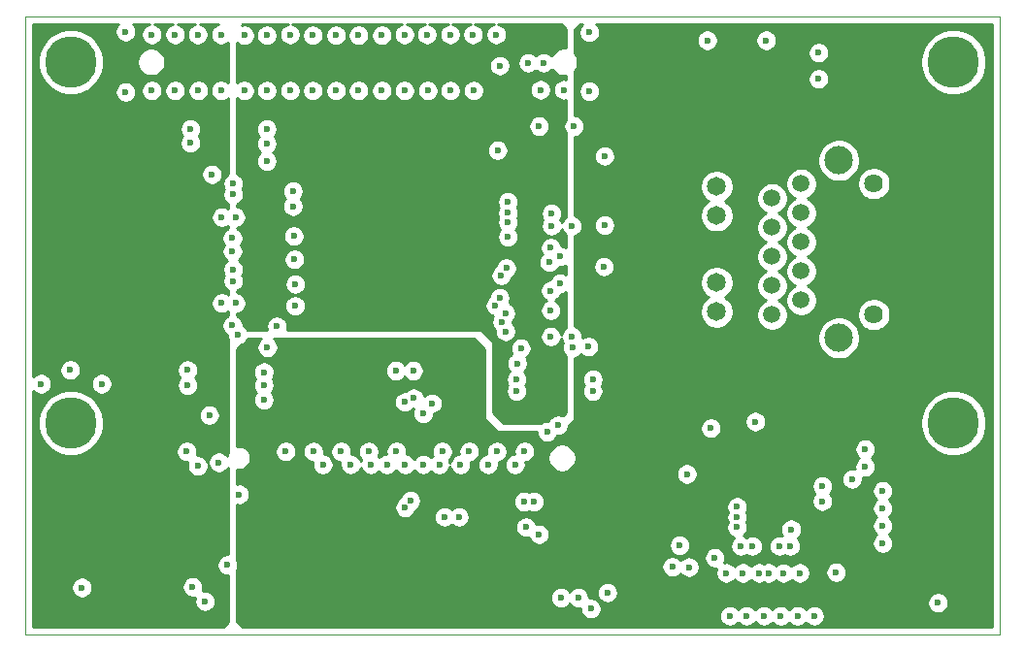
<source format=gbr>
G04 #@! TF.GenerationSoftware,KiCad,Pcbnew,5.1.5-52549c5~84~ubuntu18.04.1*
G04 #@! TF.CreationDate,2020-02-13T10:06:29-08:00*
G04 #@! TF.ProjectId,EthernetBoard,45746865-726e-4657-9442-6f6172642e6b,A*
G04 #@! TF.SameCoordinates,PX5f5e100PY5f5e100*
G04 #@! TF.FileFunction,Copper,L4,Inr*
G04 #@! TF.FilePolarity,Positive*
%FSLAX46Y46*%
G04 Gerber Fmt 4.6, Leading zero omitted, Abs format (unit mm)*
G04 Created by KiCad (PCBNEW 5.1.5-52549c5~84~ubuntu18.04.1) date 2020-02-13 10:06:29*
%MOMM*%
%LPD*%
G04 APERTURE LIST*
%ADD10C,0.100000*%
%ADD11C,2.475000*%
%ADD12C,1.625000*%
%ADD13C,1.650000*%
%ADD14C,1.509000*%
%ADD15C,4.500000*%
%ADD16C,0.600000*%
%ADD17C,0.254000*%
G04 APERTURE END LIST*
D10*
X0Y-54000000D02*
X84999492Y-54000000D01*
X84999492Y0D02*
X84999492Y-54000000D01*
X0Y-54000000D02*
X0Y0D01*
X0Y0D02*
X84999492Y0D01*
D11*
X70993500Y-12587500D03*
X70993500Y-28077500D03*
D12*
X74053500Y-14617500D03*
X74053500Y-26047500D03*
D13*
X60333500Y-25797500D03*
X60333500Y-23257500D03*
X60333500Y-17407500D03*
X60333500Y-14867500D03*
D14*
X65163500Y-26047500D03*
X67703500Y-24777500D03*
X65163500Y-23507500D03*
X67703500Y-22237500D03*
X65163500Y-20967500D03*
X67703500Y-19697500D03*
X65163500Y-18427500D03*
X67703500Y-17157500D03*
X65163500Y-15887500D03*
X67703500Y-14617500D03*
D15*
X81000000Y-35500000D03*
X4000000Y-35500000D03*
X81000000Y-4000000D03*
X4000000Y-4000000D03*
D16*
X20840500Y-33477000D03*
X42938500Y-30302000D03*
X17157500Y-17538500D03*
X18364000Y-17538500D03*
X17157500Y-25031500D03*
X18364000Y-25031500D03*
X32334000Y-30937000D03*
X8775500Y-1346000D03*
X8775500Y-6616500D03*
X49225000Y-1409500D03*
X49225000Y-6553000D03*
X3949500Y-30873500D03*
X1409500Y-32080000D03*
X6680000Y-32080000D03*
X17665500Y-47891500D03*
X18681500Y-41732000D03*
X22745500Y-37985500D03*
X25158500Y-37985500D03*
X25984000Y-39128500D03*
X27571500Y-37985500D03*
X28397000Y-39128500D03*
X29984500Y-37985500D03*
X32397500Y-37985500D03*
X33159500Y-39128500D03*
X36398000Y-37985500D03*
X37985500Y-39128500D03*
X38747500Y-37985500D03*
X40398500Y-39128500D03*
X41160500Y-37985500D03*
X42748000Y-39128500D03*
X43573500Y-37985500D03*
X59512000Y-2108000D03*
X64655500Y-2108000D03*
X69227500Y-3187500D03*
X69227500Y-5473500D03*
X45923000Y-18300500D03*
X45859500Y-20205500D03*
X46685000Y-20967500D03*
X45859500Y-25666500D03*
X45859500Y-27952500D03*
X47701000Y-27952500D03*
X47701000Y-18300500D03*
X57734000Y-39954000D03*
X57099000Y-46177000D03*
X49352000Y-51701500D03*
X50812500Y-50304500D03*
X66835100Y-44780000D03*
X64465000Y-52336500D03*
X65925500Y-52336500D03*
X67386000Y-52336500D03*
X68846500Y-52336500D03*
X70751500Y-48526500D03*
X73291500Y-37795000D03*
X73291500Y-39319000D03*
X74815500Y-41414500D03*
X74815500Y-42938500D03*
X74815500Y-44462500D03*
X74815500Y-45986500D03*
X79641500Y-51193500D03*
X15062000Y-39255500D03*
X50558500Y-18237000D03*
X48272500Y-50749000D03*
X47896791Y-9606290D03*
X44843500Y-9600999D03*
X62115500Y-44589500D03*
X62115500Y-43700500D03*
X62115500Y-42826200D03*
X59829500Y-35953500D03*
X60167600Y-47256500D03*
X42113000Y-19253000D03*
X21094500Y-12649000D03*
X45923000Y-17221000D03*
X43256000Y-28968500D03*
X49161500Y-28841500D03*
X30175000Y-39128500D03*
X36144000Y-39128500D03*
X63703000Y-35382000D03*
X61480500Y-52336500D03*
X62941000Y-52336500D03*
X47002500Y-6426000D03*
X23126500Y-6489500D03*
X25095000Y-6489500D03*
X27127000Y-6489500D03*
X29095500Y-6489500D03*
X11061500Y-1600000D03*
X13093500Y-1600000D03*
X45224500Y-4076500D03*
X43891000Y-4076500D03*
X16903500Y-38938000D03*
X14109500Y-37985500D03*
X31127500Y-1663500D03*
X31127500Y-6489500D03*
X15062000Y-1600000D03*
X17094000Y-1600000D03*
X19126000Y-1663500D03*
X21094500Y-1663500D03*
X23126500Y-1600000D03*
X25095000Y-1663500D03*
X27127000Y-1663500D03*
X29095500Y-1663500D03*
X33096000Y-1600000D03*
X35064500Y-1600000D03*
X37096500Y-1600000D03*
X39065000Y-1600000D03*
X41097000Y-1600000D03*
X19126000Y-6489500D03*
X21094500Y-6489500D03*
X33096000Y-6489500D03*
X35128000Y-6489500D03*
X37096500Y-6489500D03*
X39128500Y-6489500D03*
X41414500Y-4313000D03*
X11061500Y-6489500D03*
X13093500Y-6489500D03*
X15125500Y-6489500D03*
X17094000Y-6489500D03*
X31572000Y-39128500D03*
X33159500Y-42875000D03*
X18161000Y-14605000D03*
X23380500Y-15252500D03*
X18161000Y-15557500D03*
X23380500Y-16586000D03*
X23444000Y-19189500D03*
X23507500Y-21221500D03*
X23571000Y-23380500D03*
X23558500Y-25273000D03*
X21971000Y-27051000D03*
X21145500Y-28892500D03*
X45859500Y-23952000D03*
X21094500Y-9855000D03*
X46494500Y-35699500D03*
X44399000Y-42359100D03*
X44843500Y-45206999D03*
X34734500Y-34671000D03*
X41041400Y-25240378D03*
X42875000Y-32715000D03*
X46685000Y-23317000D03*
X35496500Y-33782000D03*
X34747000Y-39128500D03*
X37858500Y-43700500D03*
X33621430Y-42281090D03*
X41414500Y-24587000D03*
X41986000Y-21983500D03*
X33123447Y-33672500D03*
X20840500Y-32207000D03*
X36588500Y-43700500D03*
X41541500Y-22618500D03*
X33909000Y-33337500D03*
X20840500Y-31064000D03*
X42875000Y-31699000D03*
X21094500Y-11125000D03*
X45542000Y-36271000D03*
X43510000Y-42359100D03*
X43700500Y-44589500D03*
X72148500Y-40398500D03*
X4965500Y-49860000D03*
X14617500Y-49796500D03*
X15697000Y-51066500D03*
X46748500Y-50749000D03*
X33858000Y-30937000D03*
X62623500Y-48590000D03*
X66151576Y-48598708D03*
X50558500Y-10807500D03*
X50495000Y-20332500D03*
X71005500Y-45669000D03*
X59639000Y-44018000D03*
X50639410Y-41224000D03*
X59829500Y-37287000D03*
X19570500Y-29730500D03*
X49542500Y-30365500D03*
X48653500Y-34239000D03*
X60020000Y-49352000D03*
X68465500Y-47510500D03*
X13538000Y-17538500D03*
X13575040Y-24994460D03*
X14427000Y-12649000D03*
X16776500Y-29794000D03*
X14181134Y-33706056D03*
X9791500Y-8839000D03*
X11061500Y-8839000D03*
X15443000Y-8585000D03*
X18097500Y-19367500D03*
X18097500Y-20510500D03*
X18161000Y-22098000D03*
X18161000Y-23114000D03*
X18097500Y-26987500D03*
X18542000Y-27813000D03*
X67576500Y-48590000D03*
X66751000Y-46240500D03*
X65798500Y-46240500D03*
X64846000Y-48590000D03*
X64020500Y-48590000D03*
X63449000Y-46240500D03*
X62433000Y-46240500D03*
X61163000Y-48590000D03*
X49523420Y-32734080D03*
X49542500Y-31699000D03*
X69545000Y-41015000D03*
X69545000Y-42326200D03*
X45415000Y-34048500D03*
X21983500Y-17538500D03*
X21983500Y-25031500D03*
X42113000Y-10553500D03*
X20078500Y-8585000D03*
X41986000Y-20713500D03*
X16078000Y-34810500D03*
X47764500Y-28905000D03*
X16311725Y-13794994D03*
X44970500Y-6426000D03*
X57924500Y-48082000D03*
X56457147Y-48056970D03*
X14427000Y-11061500D03*
X14427000Y-9855000D03*
X45732500Y-21475500D03*
X50495000Y-21856500D03*
X41922500Y-25920500D03*
X41605332Y-26713421D03*
X41922500Y-27508000D03*
X41224000Y-11696500D03*
X50558500Y-12204500D03*
X42113000Y-16205000D03*
X42113000Y-17157500D03*
X42113000Y-17983000D03*
X14173000Y-32207000D03*
X14173000Y-30873500D03*
D17*
G36*
X8049238Y-749972D02*
G01*
X7946914Y-903111D01*
X7876432Y-1073271D01*
X7840500Y-1253911D01*
X7840500Y-1438089D01*
X7876432Y-1618729D01*
X7946914Y-1788889D01*
X8049238Y-1942028D01*
X8179472Y-2072262D01*
X8332611Y-2174586D01*
X8502771Y-2245068D01*
X8683411Y-2281000D01*
X8867589Y-2281000D01*
X9048229Y-2245068D01*
X9218389Y-2174586D01*
X9371528Y-2072262D01*
X9501762Y-1942028D01*
X9604086Y-1788889D01*
X9674568Y-1618729D01*
X9710500Y-1438089D01*
X9710500Y-1253911D01*
X9674568Y-1073271D01*
X9604086Y-903111D01*
X9501762Y-749972D01*
X9436790Y-685000D01*
X10868866Y-685000D01*
X10788771Y-700932D01*
X10618611Y-771414D01*
X10465472Y-873738D01*
X10335238Y-1003972D01*
X10232914Y-1157111D01*
X10162432Y-1327271D01*
X10126500Y-1507911D01*
X10126500Y-1692089D01*
X10162432Y-1872729D01*
X10232914Y-2042889D01*
X10335238Y-2196028D01*
X10465472Y-2326262D01*
X10618611Y-2428586D01*
X10788771Y-2499068D01*
X10969411Y-2535000D01*
X11153589Y-2535000D01*
X11334229Y-2499068D01*
X11504389Y-2428586D01*
X11657528Y-2326262D01*
X11787762Y-2196028D01*
X11890086Y-2042889D01*
X11960568Y-1872729D01*
X11996500Y-1692089D01*
X11996500Y-1507911D01*
X11960568Y-1327271D01*
X11890086Y-1157111D01*
X11787762Y-1003972D01*
X11657528Y-873738D01*
X11504389Y-771414D01*
X11334229Y-700932D01*
X11254134Y-685000D01*
X12900866Y-685000D01*
X12820771Y-700932D01*
X12650611Y-771414D01*
X12497472Y-873738D01*
X12367238Y-1003972D01*
X12264914Y-1157111D01*
X12194432Y-1327271D01*
X12158500Y-1507911D01*
X12158500Y-1692089D01*
X12194432Y-1872729D01*
X12264914Y-2042889D01*
X12367238Y-2196028D01*
X12497472Y-2326262D01*
X12650611Y-2428586D01*
X12820771Y-2499068D01*
X13001411Y-2535000D01*
X13185589Y-2535000D01*
X13366229Y-2499068D01*
X13536389Y-2428586D01*
X13689528Y-2326262D01*
X13819762Y-2196028D01*
X13922086Y-2042889D01*
X13992568Y-1872729D01*
X14028500Y-1692089D01*
X14028500Y-1507911D01*
X13992568Y-1327271D01*
X13922086Y-1157111D01*
X13819762Y-1003972D01*
X13689528Y-873738D01*
X13536389Y-771414D01*
X13366229Y-700932D01*
X13286134Y-685000D01*
X14869366Y-685000D01*
X14789271Y-700932D01*
X14619111Y-771414D01*
X14465972Y-873738D01*
X14335738Y-1003972D01*
X14233414Y-1157111D01*
X14162932Y-1327271D01*
X14127000Y-1507911D01*
X14127000Y-1692089D01*
X14162932Y-1872729D01*
X14233414Y-2042889D01*
X14335738Y-2196028D01*
X14465972Y-2326262D01*
X14619111Y-2428586D01*
X14789271Y-2499068D01*
X14969911Y-2535000D01*
X15154089Y-2535000D01*
X15334729Y-2499068D01*
X15504889Y-2428586D01*
X15658028Y-2326262D01*
X15788262Y-2196028D01*
X15890586Y-2042889D01*
X15961068Y-1872729D01*
X15997000Y-1692089D01*
X15997000Y-1507911D01*
X15961068Y-1327271D01*
X15890586Y-1157111D01*
X15788262Y-1003972D01*
X15658028Y-873738D01*
X15504889Y-771414D01*
X15334729Y-700932D01*
X15254634Y-685000D01*
X16901366Y-685000D01*
X16821271Y-700932D01*
X16651111Y-771414D01*
X16497972Y-873738D01*
X16367738Y-1003972D01*
X16265414Y-1157111D01*
X16194932Y-1327271D01*
X16159000Y-1507911D01*
X16159000Y-1692089D01*
X16194932Y-1872729D01*
X16265414Y-2042889D01*
X16367738Y-2196028D01*
X16497972Y-2326262D01*
X16651111Y-2428586D01*
X16821271Y-2499068D01*
X17001911Y-2535000D01*
X17186089Y-2535000D01*
X17366729Y-2499068D01*
X17536889Y-2428586D01*
X17690028Y-2326262D01*
X17729000Y-2287290D01*
X17729000Y-5802210D01*
X17690028Y-5763238D01*
X17536889Y-5660914D01*
X17366729Y-5590432D01*
X17186089Y-5554500D01*
X17001911Y-5554500D01*
X16821271Y-5590432D01*
X16651111Y-5660914D01*
X16497972Y-5763238D01*
X16367738Y-5893472D01*
X16265414Y-6046611D01*
X16194932Y-6216771D01*
X16159000Y-6397411D01*
X16159000Y-6581589D01*
X16194932Y-6762229D01*
X16265414Y-6932389D01*
X16367738Y-7085528D01*
X16497972Y-7215762D01*
X16651111Y-7318086D01*
X16821271Y-7388568D01*
X17001911Y-7424500D01*
X17186089Y-7424500D01*
X17366729Y-7388568D01*
X17536889Y-7318086D01*
X17690028Y-7215762D01*
X17729000Y-7176790D01*
X17729000Y-13771904D01*
X17718111Y-13776414D01*
X17564972Y-13878738D01*
X17434738Y-14008972D01*
X17332414Y-14162111D01*
X17261932Y-14332271D01*
X17226000Y-14512911D01*
X17226000Y-14697089D01*
X17261932Y-14877729D01*
X17332414Y-15047889D01*
X17354705Y-15081250D01*
X17332414Y-15114611D01*
X17261932Y-15284771D01*
X17226000Y-15465411D01*
X17226000Y-15649589D01*
X17261932Y-15830229D01*
X17332414Y-16000389D01*
X17434738Y-16153528D01*
X17564972Y-16283762D01*
X17718111Y-16386086D01*
X17729000Y-16390596D01*
X17729000Y-16795849D01*
X17600389Y-16709914D01*
X17430229Y-16639432D01*
X17249589Y-16603500D01*
X17065411Y-16603500D01*
X16884771Y-16639432D01*
X16714611Y-16709914D01*
X16561472Y-16812238D01*
X16431238Y-16942472D01*
X16328914Y-17095611D01*
X16258432Y-17265771D01*
X16222500Y-17446411D01*
X16222500Y-17630589D01*
X16258432Y-17811229D01*
X16328914Y-17981389D01*
X16431238Y-18134528D01*
X16561472Y-18264762D01*
X16714611Y-18367086D01*
X16884771Y-18437568D01*
X17065411Y-18473500D01*
X17249589Y-18473500D01*
X17430229Y-18437568D01*
X17600389Y-18367086D01*
X17729000Y-18281151D01*
X17729000Y-18508101D01*
X17654611Y-18538914D01*
X17501472Y-18641238D01*
X17371238Y-18771472D01*
X17268914Y-18924611D01*
X17198432Y-19094771D01*
X17162500Y-19275411D01*
X17162500Y-19459589D01*
X17198432Y-19640229D01*
X17268914Y-19810389D01*
X17354849Y-19939000D01*
X17268914Y-20067611D01*
X17198432Y-20237771D01*
X17162500Y-20418411D01*
X17162500Y-20602589D01*
X17198432Y-20783229D01*
X17268914Y-20953389D01*
X17371238Y-21106528D01*
X17501472Y-21236762D01*
X17634225Y-21325465D01*
X17564972Y-21371738D01*
X17434738Y-21501972D01*
X17332414Y-21655111D01*
X17261932Y-21825271D01*
X17226000Y-22005911D01*
X17226000Y-22190089D01*
X17261932Y-22370729D01*
X17332414Y-22540889D01*
X17375920Y-22606000D01*
X17332414Y-22671111D01*
X17261932Y-22841271D01*
X17226000Y-23021911D01*
X17226000Y-23206089D01*
X17261932Y-23386729D01*
X17332414Y-23556889D01*
X17434738Y-23710028D01*
X17564972Y-23840262D01*
X17718111Y-23942586D01*
X17729000Y-23947096D01*
X17729000Y-24288849D01*
X17600389Y-24202914D01*
X17430229Y-24132432D01*
X17249589Y-24096500D01*
X17065411Y-24096500D01*
X16884771Y-24132432D01*
X16714611Y-24202914D01*
X16561472Y-24305238D01*
X16431238Y-24435472D01*
X16328914Y-24588611D01*
X16258432Y-24758771D01*
X16222500Y-24939411D01*
X16222500Y-25123589D01*
X16258432Y-25304229D01*
X16328914Y-25474389D01*
X16431238Y-25627528D01*
X16561472Y-25757762D01*
X16714611Y-25860086D01*
X16884771Y-25930568D01*
X17065411Y-25966500D01*
X17249589Y-25966500D01*
X17430229Y-25930568D01*
X17600389Y-25860086D01*
X17729000Y-25774151D01*
X17729000Y-26128101D01*
X17654611Y-26158914D01*
X17501472Y-26261238D01*
X17371238Y-26391472D01*
X17268914Y-26544611D01*
X17198432Y-26714771D01*
X17162500Y-26895411D01*
X17162500Y-27079589D01*
X17198432Y-27260229D01*
X17268914Y-27430389D01*
X17371238Y-27583528D01*
X17501472Y-27713762D01*
X17607000Y-27784273D01*
X17607000Y-27905089D01*
X17642932Y-28085729D01*
X17713414Y-28255889D01*
X17729000Y-28279215D01*
X17729000Y-38068906D01*
X17654774Y-38248102D01*
X17634648Y-38349284D01*
X17629762Y-38341972D01*
X17499528Y-38211738D01*
X17346389Y-38109414D01*
X17176229Y-38038932D01*
X16995589Y-38003000D01*
X16811411Y-38003000D01*
X16630771Y-38038932D01*
X16460611Y-38109414D01*
X16307472Y-38211738D01*
X16177238Y-38341972D01*
X16074914Y-38495111D01*
X16004432Y-38665271D01*
X15968500Y-38845911D01*
X15968500Y-39020134D01*
X15961068Y-38982771D01*
X15890586Y-38812611D01*
X15788262Y-38659472D01*
X15658028Y-38529238D01*
X15504889Y-38426914D01*
X15334729Y-38356432D01*
X15154089Y-38320500D01*
X14982775Y-38320500D01*
X15008568Y-38258229D01*
X15044500Y-38077589D01*
X15044500Y-37893411D01*
X15008568Y-37712771D01*
X14938086Y-37542611D01*
X14835762Y-37389472D01*
X14705528Y-37259238D01*
X14552389Y-37156914D01*
X14382229Y-37086432D01*
X14201589Y-37050500D01*
X14017411Y-37050500D01*
X13836771Y-37086432D01*
X13666611Y-37156914D01*
X13513472Y-37259238D01*
X13383238Y-37389472D01*
X13280914Y-37542611D01*
X13210432Y-37712771D01*
X13174500Y-37893411D01*
X13174500Y-38077589D01*
X13210432Y-38258229D01*
X13280914Y-38428389D01*
X13383238Y-38581528D01*
X13513472Y-38711762D01*
X13666611Y-38814086D01*
X13836771Y-38884568D01*
X14017411Y-38920500D01*
X14188725Y-38920500D01*
X14162932Y-38982771D01*
X14127000Y-39163411D01*
X14127000Y-39347589D01*
X14162932Y-39528229D01*
X14233414Y-39698389D01*
X14335738Y-39851528D01*
X14465972Y-39981762D01*
X14619111Y-40084086D01*
X14789271Y-40154568D01*
X14969911Y-40190500D01*
X15154089Y-40190500D01*
X15334729Y-40154568D01*
X15504889Y-40084086D01*
X15658028Y-39981762D01*
X15788262Y-39851528D01*
X15890586Y-39698389D01*
X15961068Y-39528229D01*
X15997000Y-39347589D01*
X15997000Y-39173366D01*
X16004432Y-39210729D01*
X16074914Y-39380889D01*
X16177238Y-39534028D01*
X16307472Y-39664262D01*
X16460611Y-39766586D01*
X16630771Y-39837068D01*
X16811411Y-39873000D01*
X16995589Y-39873000D01*
X17176229Y-39837068D01*
X17346389Y-39766586D01*
X17499528Y-39664262D01*
X17629762Y-39534028D01*
X17729000Y-39385508D01*
X17729000Y-46956500D01*
X17573411Y-46956500D01*
X17392771Y-46992432D01*
X17222611Y-47062914D01*
X17069472Y-47165238D01*
X16939238Y-47295472D01*
X16836914Y-47448611D01*
X16766432Y-47618771D01*
X16730500Y-47799411D01*
X16730500Y-47983589D01*
X16766432Y-48164229D01*
X16836914Y-48334389D01*
X16939238Y-48487528D01*
X17069472Y-48617762D01*
X17222611Y-48720086D01*
X17392771Y-48790568D01*
X17573411Y-48826500D01*
X17729000Y-48826500D01*
X17729000Y-52855394D01*
X17269394Y-53315000D01*
X685000Y-53315000D01*
X685000Y-49767911D01*
X4030500Y-49767911D01*
X4030500Y-49952089D01*
X4066432Y-50132729D01*
X4136914Y-50302889D01*
X4239238Y-50456028D01*
X4369472Y-50586262D01*
X4522611Y-50688586D01*
X4692771Y-50759068D01*
X4873411Y-50795000D01*
X5057589Y-50795000D01*
X5238229Y-50759068D01*
X5408389Y-50688586D01*
X5561528Y-50586262D01*
X5691762Y-50456028D01*
X5794086Y-50302889D01*
X5864568Y-50132729D01*
X5900500Y-49952089D01*
X5900500Y-49767911D01*
X5887869Y-49704411D01*
X13682500Y-49704411D01*
X13682500Y-49888589D01*
X13718432Y-50069229D01*
X13788914Y-50239389D01*
X13891238Y-50392528D01*
X14021472Y-50522762D01*
X14174611Y-50625086D01*
X14344771Y-50695568D01*
X14525411Y-50731500D01*
X14709589Y-50731500D01*
X14833974Y-50706758D01*
X14797932Y-50793771D01*
X14762000Y-50974411D01*
X14762000Y-51158589D01*
X14797932Y-51339229D01*
X14868414Y-51509389D01*
X14970738Y-51662528D01*
X15100972Y-51792762D01*
X15254111Y-51895086D01*
X15424271Y-51965568D01*
X15604911Y-52001500D01*
X15789089Y-52001500D01*
X15969729Y-51965568D01*
X16139889Y-51895086D01*
X16293028Y-51792762D01*
X16423262Y-51662528D01*
X16525586Y-51509389D01*
X16596068Y-51339229D01*
X16632000Y-51158589D01*
X16632000Y-50974411D01*
X16596068Y-50793771D01*
X16525586Y-50623611D01*
X16423262Y-50470472D01*
X16293028Y-50340238D01*
X16139889Y-50237914D01*
X15969729Y-50167432D01*
X15789089Y-50131500D01*
X15604911Y-50131500D01*
X15480526Y-50156242D01*
X15516568Y-50069229D01*
X15552500Y-49888589D01*
X15552500Y-49704411D01*
X15516568Y-49523771D01*
X15446086Y-49353611D01*
X15343762Y-49200472D01*
X15213528Y-49070238D01*
X15060389Y-48967914D01*
X14890229Y-48897432D01*
X14709589Y-48861500D01*
X14525411Y-48861500D01*
X14344771Y-48897432D01*
X14174611Y-48967914D01*
X14021472Y-49070238D01*
X13891238Y-49200472D01*
X13788914Y-49353611D01*
X13718432Y-49523771D01*
X13682500Y-49704411D01*
X5887869Y-49704411D01*
X5864568Y-49587271D01*
X5794086Y-49417111D01*
X5691762Y-49263972D01*
X5561528Y-49133738D01*
X5408389Y-49031414D01*
X5238229Y-48960932D01*
X5057589Y-48925000D01*
X4873411Y-48925000D01*
X4692771Y-48960932D01*
X4522611Y-49031414D01*
X4369472Y-49133738D01*
X4239238Y-49263972D01*
X4136914Y-49417111D01*
X4066432Y-49587271D01*
X4030500Y-49767911D01*
X685000Y-49767911D01*
X685000Y-35215852D01*
X1115000Y-35215852D01*
X1115000Y-35784148D01*
X1225869Y-36341523D01*
X1443346Y-36866560D01*
X1759074Y-37339080D01*
X2160920Y-37740926D01*
X2633440Y-38056654D01*
X3158477Y-38274131D01*
X3715852Y-38385000D01*
X4284148Y-38385000D01*
X4841523Y-38274131D01*
X5366560Y-38056654D01*
X5839080Y-37740926D01*
X6240926Y-37339080D01*
X6556654Y-36866560D01*
X6774131Y-36341523D01*
X6885000Y-35784148D01*
X6885000Y-35215852D01*
X6786053Y-34718411D01*
X15143000Y-34718411D01*
X15143000Y-34902589D01*
X15178932Y-35083229D01*
X15249414Y-35253389D01*
X15351738Y-35406528D01*
X15481972Y-35536762D01*
X15635111Y-35639086D01*
X15805271Y-35709568D01*
X15985911Y-35745500D01*
X16170089Y-35745500D01*
X16350729Y-35709568D01*
X16520889Y-35639086D01*
X16674028Y-35536762D01*
X16804262Y-35406528D01*
X16906586Y-35253389D01*
X16977068Y-35083229D01*
X17013000Y-34902589D01*
X17013000Y-34718411D01*
X16977068Y-34537771D01*
X16906586Y-34367611D01*
X16804262Y-34214472D01*
X16674028Y-34084238D01*
X16520889Y-33981914D01*
X16350729Y-33911432D01*
X16170089Y-33875500D01*
X15985911Y-33875500D01*
X15805271Y-33911432D01*
X15635111Y-33981914D01*
X15481972Y-34084238D01*
X15351738Y-34214472D01*
X15249414Y-34367611D01*
X15178932Y-34537771D01*
X15143000Y-34718411D01*
X6786053Y-34718411D01*
X6774131Y-34658477D01*
X6556654Y-34133440D01*
X6240926Y-33660920D01*
X5839080Y-33259074D01*
X5366560Y-32943346D01*
X4841523Y-32725869D01*
X4284148Y-32615000D01*
X3715852Y-32615000D01*
X3158477Y-32725869D01*
X2633440Y-32943346D01*
X2160920Y-33259074D01*
X1759074Y-33660920D01*
X1443346Y-34133440D01*
X1225869Y-34658477D01*
X1115000Y-35215852D01*
X685000Y-35215852D01*
X685000Y-32677790D01*
X813472Y-32806262D01*
X966611Y-32908586D01*
X1136771Y-32979068D01*
X1317411Y-33015000D01*
X1501589Y-33015000D01*
X1682229Y-32979068D01*
X1852389Y-32908586D01*
X2005528Y-32806262D01*
X2135762Y-32676028D01*
X2238086Y-32522889D01*
X2308568Y-32352729D01*
X2344500Y-32172089D01*
X2344500Y-31987911D01*
X5745000Y-31987911D01*
X5745000Y-32172089D01*
X5780932Y-32352729D01*
X5851414Y-32522889D01*
X5953738Y-32676028D01*
X6083972Y-32806262D01*
X6237111Y-32908586D01*
X6407271Y-32979068D01*
X6587911Y-33015000D01*
X6772089Y-33015000D01*
X6952729Y-32979068D01*
X7122889Y-32908586D01*
X7276028Y-32806262D01*
X7406262Y-32676028D01*
X7508586Y-32522889D01*
X7579068Y-32352729D01*
X7615000Y-32172089D01*
X7615000Y-31987911D01*
X7579068Y-31807271D01*
X7508586Y-31637111D01*
X7406262Y-31483972D01*
X7276028Y-31353738D01*
X7122889Y-31251414D01*
X6952729Y-31180932D01*
X6772089Y-31145000D01*
X6587911Y-31145000D01*
X6407271Y-31180932D01*
X6237111Y-31251414D01*
X6083972Y-31353738D01*
X5953738Y-31483972D01*
X5851414Y-31637111D01*
X5780932Y-31807271D01*
X5745000Y-31987911D01*
X2344500Y-31987911D01*
X2308568Y-31807271D01*
X2238086Y-31637111D01*
X2135762Y-31483972D01*
X2005528Y-31353738D01*
X1852389Y-31251414D01*
X1682229Y-31180932D01*
X1501589Y-31145000D01*
X1317411Y-31145000D01*
X1136771Y-31180932D01*
X966611Y-31251414D01*
X813472Y-31353738D01*
X685000Y-31482210D01*
X685000Y-30781411D01*
X3014500Y-30781411D01*
X3014500Y-30965589D01*
X3050432Y-31146229D01*
X3120914Y-31316389D01*
X3223238Y-31469528D01*
X3353472Y-31599762D01*
X3506611Y-31702086D01*
X3676771Y-31772568D01*
X3857411Y-31808500D01*
X4041589Y-31808500D01*
X4222229Y-31772568D01*
X4392389Y-31702086D01*
X4545528Y-31599762D01*
X4675762Y-31469528D01*
X4778086Y-31316389D01*
X4848568Y-31146229D01*
X4884500Y-30965589D01*
X4884500Y-30781411D01*
X13238000Y-30781411D01*
X13238000Y-30965589D01*
X13273932Y-31146229D01*
X13344414Y-31316389D01*
X13446738Y-31469528D01*
X13517460Y-31540250D01*
X13446738Y-31610972D01*
X13344414Y-31764111D01*
X13273932Y-31934271D01*
X13238000Y-32114911D01*
X13238000Y-32299089D01*
X13273932Y-32479729D01*
X13344414Y-32649889D01*
X13446738Y-32803028D01*
X13576972Y-32933262D01*
X13730111Y-33035586D01*
X13900271Y-33106068D01*
X14080911Y-33142000D01*
X14265089Y-33142000D01*
X14445729Y-33106068D01*
X14615889Y-33035586D01*
X14769028Y-32933262D01*
X14899262Y-32803028D01*
X15001586Y-32649889D01*
X15072068Y-32479729D01*
X15108000Y-32299089D01*
X15108000Y-32114911D01*
X15072068Y-31934271D01*
X15001586Y-31764111D01*
X14899262Y-31610972D01*
X14828540Y-31540250D01*
X14899262Y-31469528D01*
X15001586Y-31316389D01*
X15072068Y-31146229D01*
X15108000Y-30965589D01*
X15108000Y-30781411D01*
X15072068Y-30600771D01*
X15001586Y-30430611D01*
X14899262Y-30277472D01*
X14769028Y-30147238D01*
X14615889Y-30044914D01*
X14445729Y-29974432D01*
X14265089Y-29938500D01*
X14080911Y-29938500D01*
X13900271Y-29974432D01*
X13730111Y-30044914D01*
X13576972Y-30147238D01*
X13446738Y-30277472D01*
X13344414Y-30430611D01*
X13273932Y-30600771D01*
X13238000Y-30781411D01*
X4884500Y-30781411D01*
X4848568Y-30600771D01*
X4778086Y-30430611D01*
X4675762Y-30277472D01*
X4545528Y-30147238D01*
X4392389Y-30044914D01*
X4222229Y-29974432D01*
X4041589Y-29938500D01*
X3857411Y-29938500D01*
X3676771Y-29974432D01*
X3506611Y-30044914D01*
X3353472Y-30147238D01*
X3223238Y-30277472D01*
X3120914Y-30430611D01*
X3050432Y-30600771D01*
X3014500Y-30781411D01*
X685000Y-30781411D01*
X685000Y-13702905D01*
X15376725Y-13702905D01*
X15376725Y-13887083D01*
X15412657Y-14067723D01*
X15483139Y-14237883D01*
X15585463Y-14391022D01*
X15715697Y-14521256D01*
X15868836Y-14623580D01*
X16038996Y-14694062D01*
X16219636Y-14729994D01*
X16403814Y-14729994D01*
X16584454Y-14694062D01*
X16754614Y-14623580D01*
X16907753Y-14521256D01*
X17037987Y-14391022D01*
X17140311Y-14237883D01*
X17210793Y-14067723D01*
X17246725Y-13887083D01*
X17246725Y-13702905D01*
X17210793Y-13522265D01*
X17140311Y-13352105D01*
X17037987Y-13198966D01*
X16907753Y-13068732D01*
X16754614Y-12966408D01*
X16584454Y-12895926D01*
X16403814Y-12859994D01*
X16219636Y-12859994D01*
X16038996Y-12895926D01*
X15868836Y-12966408D01*
X15715697Y-13068732D01*
X15585463Y-13198966D01*
X15483139Y-13352105D01*
X15412657Y-13522265D01*
X15376725Y-13702905D01*
X685000Y-13702905D01*
X685000Y-9762911D01*
X13492000Y-9762911D01*
X13492000Y-9947089D01*
X13527932Y-10127729D01*
X13598414Y-10297889D01*
X13700738Y-10451028D01*
X13707960Y-10458250D01*
X13700738Y-10465472D01*
X13598414Y-10618611D01*
X13527932Y-10788771D01*
X13492000Y-10969411D01*
X13492000Y-11153589D01*
X13527932Y-11334229D01*
X13598414Y-11504389D01*
X13700738Y-11657528D01*
X13830972Y-11787762D01*
X13984111Y-11890086D01*
X14154271Y-11960568D01*
X14334911Y-11996500D01*
X14519089Y-11996500D01*
X14699729Y-11960568D01*
X14869889Y-11890086D01*
X15023028Y-11787762D01*
X15153262Y-11657528D01*
X15255586Y-11504389D01*
X15326068Y-11334229D01*
X15362000Y-11153589D01*
X15362000Y-10969411D01*
X15326068Y-10788771D01*
X15255586Y-10618611D01*
X15153262Y-10465472D01*
X15146040Y-10458250D01*
X15153262Y-10451028D01*
X15255586Y-10297889D01*
X15326068Y-10127729D01*
X15362000Y-9947089D01*
X15362000Y-9762911D01*
X15326068Y-9582271D01*
X15255586Y-9412111D01*
X15153262Y-9258972D01*
X15023028Y-9128738D01*
X14869889Y-9026414D01*
X14699729Y-8955932D01*
X14519089Y-8920000D01*
X14334911Y-8920000D01*
X14154271Y-8955932D01*
X13984111Y-9026414D01*
X13830972Y-9128738D01*
X13700738Y-9258972D01*
X13598414Y-9412111D01*
X13527932Y-9582271D01*
X13492000Y-9762911D01*
X685000Y-9762911D01*
X685000Y-3715852D01*
X1115000Y-3715852D01*
X1115000Y-4284148D01*
X1225869Y-4841523D01*
X1443346Y-5366560D01*
X1759074Y-5839080D01*
X2160920Y-6240926D01*
X2633440Y-6556654D01*
X3158477Y-6774131D01*
X3715852Y-6885000D01*
X4284148Y-6885000D01*
X4841523Y-6774131D01*
X5366560Y-6556654D01*
X5414815Y-6524411D01*
X7840500Y-6524411D01*
X7840500Y-6708589D01*
X7876432Y-6889229D01*
X7946914Y-7059389D01*
X8049238Y-7212528D01*
X8179472Y-7342762D01*
X8332611Y-7445086D01*
X8502771Y-7515568D01*
X8683411Y-7551500D01*
X8867589Y-7551500D01*
X9048229Y-7515568D01*
X9218389Y-7445086D01*
X9371528Y-7342762D01*
X9501762Y-7212528D01*
X9604086Y-7059389D01*
X9674568Y-6889229D01*
X9710500Y-6708589D01*
X9710500Y-6524411D01*
X9685238Y-6397411D01*
X10126500Y-6397411D01*
X10126500Y-6581589D01*
X10162432Y-6762229D01*
X10232914Y-6932389D01*
X10335238Y-7085528D01*
X10465472Y-7215762D01*
X10618611Y-7318086D01*
X10788771Y-7388568D01*
X10969411Y-7424500D01*
X11153589Y-7424500D01*
X11334229Y-7388568D01*
X11504389Y-7318086D01*
X11657528Y-7215762D01*
X11787762Y-7085528D01*
X11890086Y-6932389D01*
X11960568Y-6762229D01*
X11996500Y-6581589D01*
X11996500Y-6397411D01*
X12158500Y-6397411D01*
X12158500Y-6581589D01*
X12194432Y-6762229D01*
X12264914Y-6932389D01*
X12367238Y-7085528D01*
X12497472Y-7215762D01*
X12650611Y-7318086D01*
X12820771Y-7388568D01*
X13001411Y-7424500D01*
X13185589Y-7424500D01*
X13366229Y-7388568D01*
X13536389Y-7318086D01*
X13689528Y-7215762D01*
X13819762Y-7085528D01*
X13922086Y-6932389D01*
X13992568Y-6762229D01*
X14028500Y-6581589D01*
X14028500Y-6397411D01*
X14190500Y-6397411D01*
X14190500Y-6581589D01*
X14226432Y-6762229D01*
X14296914Y-6932389D01*
X14399238Y-7085528D01*
X14529472Y-7215762D01*
X14682611Y-7318086D01*
X14852771Y-7388568D01*
X15033411Y-7424500D01*
X15217589Y-7424500D01*
X15398229Y-7388568D01*
X15568389Y-7318086D01*
X15721528Y-7215762D01*
X15851762Y-7085528D01*
X15954086Y-6932389D01*
X16024568Y-6762229D01*
X16060500Y-6581589D01*
X16060500Y-6397411D01*
X16024568Y-6216771D01*
X15954086Y-6046611D01*
X15851762Y-5893472D01*
X15721528Y-5763238D01*
X15568389Y-5660914D01*
X15398229Y-5590432D01*
X15217589Y-5554500D01*
X15033411Y-5554500D01*
X14852771Y-5590432D01*
X14682611Y-5660914D01*
X14529472Y-5763238D01*
X14399238Y-5893472D01*
X14296914Y-6046611D01*
X14226432Y-6216771D01*
X14190500Y-6397411D01*
X14028500Y-6397411D01*
X13992568Y-6216771D01*
X13922086Y-6046611D01*
X13819762Y-5893472D01*
X13689528Y-5763238D01*
X13536389Y-5660914D01*
X13366229Y-5590432D01*
X13185589Y-5554500D01*
X13001411Y-5554500D01*
X12820771Y-5590432D01*
X12650611Y-5660914D01*
X12497472Y-5763238D01*
X12367238Y-5893472D01*
X12264914Y-6046611D01*
X12194432Y-6216771D01*
X12158500Y-6397411D01*
X11996500Y-6397411D01*
X11960568Y-6216771D01*
X11890086Y-6046611D01*
X11787762Y-5893472D01*
X11657528Y-5763238D01*
X11504389Y-5660914D01*
X11334229Y-5590432D01*
X11153589Y-5554500D01*
X10969411Y-5554500D01*
X10788771Y-5590432D01*
X10618611Y-5660914D01*
X10465472Y-5763238D01*
X10335238Y-5893472D01*
X10232914Y-6046611D01*
X10162432Y-6216771D01*
X10126500Y-6397411D01*
X9685238Y-6397411D01*
X9674568Y-6343771D01*
X9604086Y-6173611D01*
X9501762Y-6020472D01*
X9371528Y-5890238D01*
X9218389Y-5787914D01*
X9048229Y-5717432D01*
X8867589Y-5681500D01*
X8683411Y-5681500D01*
X8502771Y-5717432D01*
X8332611Y-5787914D01*
X8179472Y-5890238D01*
X8049238Y-6020472D01*
X7946914Y-6173611D01*
X7876432Y-6343771D01*
X7840500Y-6524411D01*
X5414815Y-6524411D01*
X5839080Y-6240926D01*
X6240926Y-5839080D01*
X6556654Y-5366560D01*
X6774131Y-4841523D01*
X6885000Y-4284148D01*
X6885000Y-3878363D01*
X9765000Y-3878363D01*
X9765000Y-4121637D01*
X9812460Y-4360236D01*
X9905557Y-4584992D01*
X10040713Y-4787267D01*
X10212733Y-4959287D01*
X10415008Y-5094443D01*
X10639764Y-5187540D01*
X10878363Y-5235000D01*
X11121637Y-5235000D01*
X11360236Y-5187540D01*
X11584992Y-5094443D01*
X11787267Y-4959287D01*
X11959287Y-4787267D01*
X12094443Y-4584992D01*
X12187540Y-4360236D01*
X12235000Y-4121637D01*
X12235000Y-3878363D01*
X12187540Y-3639764D01*
X12094443Y-3415008D01*
X11959287Y-3212733D01*
X11787267Y-3040713D01*
X11584992Y-2905557D01*
X11360236Y-2812460D01*
X11121637Y-2765000D01*
X10878363Y-2765000D01*
X10639764Y-2812460D01*
X10415008Y-2905557D01*
X10212733Y-3040713D01*
X10040713Y-3212733D01*
X9905557Y-3415008D01*
X9812460Y-3639764D01*
X9765000Y-3878363D01*
X6885000Y-3878363D01*
X6885000Y-3715852D01*
X6774131Y-3158477D01*
X6556654Y-2633440D01*
X6240926Y-2160920D01*
X5839080Y-1759074D01*
X5366560Y-1443346D01*
X4841523Y-1225869D01*
X4284148Y-1115000D01*
X3715852Y-1115000D01*
X3158477Y-1225869D01*
X2633440Y-1443346D01*
X2160920Y-1759074D01*
X1759074Y-2160920D01*
X1443346Y-2633440D01*
X1225869Y-3158477D01*
X1115000Y-3715852D01*
X685000Y-3715852D01*
X685000Y-685000D01*
X8114210Y-685000D01*
X8049238Y-749972D01*
G37*
X8049238Y-749972D02*
X7946914Y-903111D01*
X7876432Y-1073271D01*
X7840500Y-1253911D01*
X7840500Y-1438089D01*
X7876432Y-1618729D01*
X7946914Y-1788889D01*
X8049238Y-1942028D01*
X8179472Y-2072262D01*
X8332611Y-2174586D01*
X8502771Y-2245068D01*
X8683411Y-2281000D01*
X8867589Y-2281000D01*
X9048229Y-2245068D01*
X9218389Y-2174586D01*
X9371528Y-2072262D01*
X9501762Y-1942028D01*
X9604086Y-1788889D01*
X9674568Y-1618729D01*
X9710500Y-1438089D01*
X9710500Y-1253911D01*
X9674568Y-1073271D01*
X9604086Y-903111D01*
X9501762Y-749972D01*
X9436790Y-685000D01*
X10868866Y-685000D01*
X10788771Y-700932D01*
X10618611Y-771414D01*
X10465472Y-873738D01*
X10335238Y-1003972D01*
X10232914Y-1157111D01*
X10162432Y-1327271D01*
X10126500Y-1507911D01*
X10126500Y-1692089D01*
X10162432Y-1872729D01*
X10232914Y-2042889D01*
X10335238Y-2196028D01*
X10465472Y-2326262D01*
X10618611Y-2428586D01*
X10788771Y-2499068D01*
X10969411Y-2535000D01*
X11153589Y-2535000D01*
X11334229Y-2499068D01*
X11504389Y-2428586D01*
X11657528Y-2326262D01*
X11787762Y-2196028D01*
X11890086Y-2042889D01*
X11960568Y-1872729D01*
X11996500Y-1692089D01*
X11996500Y-1507911D01*
X11960568Y-1327271D01*
X11890086Y-1157111D01*
X11787762Y-1003972D01*
X11657528Y-873738D01*
X11504389Y-771414D01*
X11334229Y-700932D01*
X11254134Y-685000D01*
X12900866Y-685000D01*
X12820771Y-700932D01*
X12650611Y-771414D01*
X12497472Y-873738D01*
X12367238Y-1003972D01*
X12264914Y-1157111D01*
X12194432Y-1327271D01*
X12158500Y-1507911D01*
X12158500Y-1692089D01*
X12194432Y-1872729D01*
X12264914Y-2042889D01*
X12367238Y-2196028D01*
X12497472Y-2326262D01*
X12650611Y-2428586D01*
X12820771Y-2499068D01*
X13001411Y-2535000D01*
X13185589Y-2535000D01*
X13366229Y-2499068D01*
X13536389Y-2428586D01*
X13689528Y-2326262D01*
X13819762Y-2196028D01*
X13922086Y-2042889D01*
X13992568Y-1872729D01*
X14028500Y-1692089D01*
X14028500Y-1507911D01*
X13992568Y-1327271D01*
X13922086Y-1157111D01*
X13819762Y-1003972D01*
X13689528Y-873738D01*
X13536389Y-771414D01*
X13366229Y-700932D01*
X13286134Y-685000D01*
X14869366Y-685000D01*
X14789271Y-700932D01*
X14619111Y-771414D01*
X14465972Y-873738D01*
X14335738Y-1003972D01*
X14233414Y-1157111D01*
X14162932Y-1327271D01*
X14127000Y-1507911D01*
X14127000Y-1692089D01*
X14162932Y-1872729D01*
X14233414Y-2042889D01*
X14335738Y-2196028D01*
X14465972Y-2326262D01*
X14619111Y-2428586D01*
X14789271Y-2499068D01*
X14969911Y-2535000D01*
X15154089Y-2535000D01*
X15334729Y-2499068D01*
X15504889Y-2428586D01*
X15658028Y-2326262D01*
X15788262Y-2196028D01*
X15890586Y-2042889D01*
X15961068Y-1872729D01*
X15997000Y-1692089D01*
X15997000Y-1507911D01*
X15961068Y-1327271D01*
X15890586Y-1157111D01*
X15788262Y-1003972D01*
X15658028Y-873738D01*
X15504889Y-771414D01*
X15334729Y-700932D01*
X15254634Y-685000D01*
X16901366Y-685000D01*
X16821271Y-700932D01*
X16651111Y-771414D01*
X16497972Y-873738D01*
X16367738Y-1003972D01*
X16265414Y-1157111D01*
X16194932Y-1327271D01*
X16159000Y-1507911D01*
X16159000Y-1692089D01*
X16194932Y-1872729D01*
X16265414Y-2042889D01*
X16367738Y-2196028D01*
X16497972Y-2326262D01*
X16651111Y-2428586D01*
X16821271Y-2499068D01*
X17001911Y-2535000D01*
X17186089Y-2535000D01*
X17366729Y-2499068D01*
X17536889Y-2428586D01*
X17690028Y-2326262D01*
X17729000Y-2287290D01*
X17729000Y-5802210D01*
X17690028Y-5763238D01*
X17536889Y-5660914D01*
X17366729Y-5590432D01*
X17186089Y-5554500D01*
X17001911Y-5554500D01*
X16821271Y-5590432D01*
X16651111Y-5660914D01*
X16497972Y-5763238D01*
X16367738Y-5893472D01*
X16265414Y-6046611D01*
X16194932Y-6216771D01*
X16159000Y-6397411D01*
X16159000Y-6581589D01*
X16194932Y-6762229D01*
X16265414Y-6932389D01*
X16367738Y-7085528D01*
X16497972Y-7215762D01*
X16651111Y-7318086D01*
X16821271Y-7388568D01*
X17001911Y-7424500D01*
X17186089Y-7424500D01*
X17366729Y-7388568D01*
X17536889Y-7318086D01*
X17690028Y-7215762D01*
X17729000Y-7176790D01*
X17729000Y-13771904D01*
X17718111Y-13776414D01*
X17564972Y-13878738D01*
X17434738Y-14008972D01*
X17332414Y-14162111D01*
X17261932Y-14332271D01*
X17226000Y-14512911D01*
X17226000Y-14697089D01*
X17261932Y-14877729D01*
X17332414Y-15047889D01*
X17354705Y-15081250D01*
X17332414Y-15114611D01*
X17261932Y-15284771D01*
X17226000Y-15465411D01*
X17226000Y-15649589D01*
X17261932Y-15830229D01*
X17332414Y-16000389D01*
X17434738Y-16153528D01*
X17564972Y-16283762D01*
X17718111Y-16386086D01*
X17729000Y-16390596D01*
X17729000Y-16795849D01*
X17600389Y-16709914D01*
X17430229Y-16639432D01*
X17249589Y-16603500D01*
X17065411Y-16603500D01*
X16884771Y-16639432D01*
X16714611Y-16709914D01*
X16561472Y-16812238D01*
X16431238Y-16942472D01*
X16328914Y-17095611D01*
X16258432Y-17265771D01*
X16222500Y-17446411D01*
X16222500Y-17630589D01*
X16258432Y-17811229D01*
X16328914Y-17981389D01*
X16431238Y-18134528D01*
X16561472Y-18264762D01*
X16714611Y-18367086D01*
X16884771Y-18437568D01*
X17065411Y-18473500D01*
X17249589Y-18473500D01*
X17430229Y-18437568D01*
X17600389Y-18367086D01*
X17729000Y-18281151D01*
X17729000Y-18508101D01*
X17654611Y-18538914D01*
X17501472Y-18641238D01*
X17371238Y-18771472D01*
X17268914Y-18924611D01*
X17198432Y-19094771D01*
X17162500Y-19275411D01*
X17162500Y-19459589D01*
X17198432Y-19640229D01*
X17268914Y-19810389D01*
X17354849Y-19939000D01*
X17268914Y-20067611D01*
X17198432Y-20237771D01*
X17162500Y-20418411D01*
X17162500Y-20602589D01*
X17198432Y-20783229D01*
X17268914Y-20953389D01*
X17371238Y-21106528D01*
X17501472Y-21236762D01*
X17634225Y-21325465D01*
X17564972Y-21371738D01*
X17434738Y-21501972D01*
X17332414Y-21655111D01*
X17261932Y-21825271D01*
X17226000Y-22005911D01*
X17226000Y-22190089D01*
X17261932Y-22370729D01*
X17332414Y-22540889D01*
X17375920Y-22606000D01*
X17332414Y-22671111D01*
X17261932Y-22841271D01*
X17226000Y-23021911D01*
X17226000Y-23206089D01*
X17261932Y-23386729D01*
X17332414Y-23556889D01*
X17434738Y-23710028D01*
X17564972Y-23840262D01*
X17718111Y-23942586D01*
X17729000Y-23947096D01*
X17729000Y-24288849D01*
X17600389Y-24202914D01*
X17430229Y-24132432D01*
X17249589Y-24096500D01*
X17065411Y-24096500D01*
X16884771Y-24132432D01*
X16714611Y-24202914D01*
X16561472Y-24305238D01*
X16431238Y-24435472D01*
X16328914Y-24588611D01*
X16258432Y-24758771D01*
X16222500Y-24939411D01*
X16222500Y-25123589D01*
X16258432Y-25304229D01*
X16328914Y-25474389D01*
X16431238Y-25627528D01*
X16561472Y-25757762D01*
X16714611Y-25860086D01*
X16884771Y-25930568D01*
X17065411Y-25966500D01*
X17249589Y-25966500D01*
X17430229Y-25930568D01*
X17600389Y-25860086D01*
X17729000Y-25774151D01*
X17729000Y-26128101D01*
X17654611Y-26158914D01*
X17501472Y-26261238D01*
X17371238Y-26391472D01*
X17268914Y-26544611D01*
X17198432Y-26714771D01*
X17162500Y-26895411D01*
X17162500Y-27079589D01*
X17198432Y-27260229D01*
X17268914Y-27430389D01*
X17371238Y-27583528D01*
X17501472Y-27713762D01*
X17607000Y-27784273D01*
X17607000Y-27905089D01*
X17642932Y-28085729D01*
X17713414Y-28255889D01*
X17729000Y-28279215D01*
X17729000Y-38068906D01*
X17654774Y-38248102D01*
X17634648Y-38349284D01*
X17629762Y-38341972D01*
X17499528Y-38211738D01*
X17346389Y-38109414D01*
X17176229Y-38038932D01*
X16995589Y-38003000D01*
X16811411Y-38003000D01*
X16630771Y-38038932D01*
X16460611Y-38109414D01*
X16307472Y-38211738D01*
X16177238Y-38341972D01*
X16074914Y-38495111D01*
X16004432Y-38665271D01*
X15968500Y-38845911D01*
X15968500Y-39020134D01*
X15961068Y-38982771D01*
X15890586Y-38812611D01*
X15788262Y-38659472D01*
X15658028Y-38529238D01*
X15504889Y-38426914D01*
X15334729Y-38356432D01*
X15154089Y-38320500D01*
X14982775Y-38320500D01*
X15008568Y-38258229D01*
X15044500Y-38077589D01*
X15044500Y-37893411D01*
X15008568Y-37712771D01*
X14938086Y-37542611D01*
X14835762Y-37389472D01*
X14705528Y-37259238D01*
X14552389Y-37156914D01*
X14382229Y-37086432D01*
X14201589Y-37050500D01*
X14017411Y-37050500D01*
X13836771Y-37086432D01*
X13666611Y-37156914D01*
X13513472Y-37259238D01*
X13383238Y-37389472D01*
X13280914Y-37542611D01*
X13210432Y-37712771D01*
X13174500Y-37893411D01*
X13174500Y-38077589D01*
X13210432Y-38258229D01*
X13280914Y-38428389D01*
X13383238Y-38581528D01*
X13513472Y-38711762D01*
X13666611Y-38814086D01*
X13836771Y-38884568D01*
X14017411Y-38920500D01*
X14188725Y-38920500D01*
X14162932Y-38982771D01*
X14127000Y-39163411D01*
X14127000Y-39347589D01*
X14162932Y-39528229D01*
X14233414Y-39698389D01*
X14335738Y-39851528D01*
X14465972Y-39981762D01*
X14619111Y-40084086D01*
X14789271Y-40154568D01*
X14969911Y-40190500D01*
X15154089Y-40190500D01*
X15334729Y-40154568D01*
X15504889Y-40084086D01*
X15658028Y-39981762D01*
X15788262Y-39851528D01*
X15890586Y-39698389D01*
X15961068Y-39528229D01*
X15997000Y-39347589D01*
X15997000Y-39173366D01*
X16004432Y-39210729D01*
X16074914Y-39380889D01*
X16177238Y-39534028D01*
X16307472Y-39664262D01*
X16460611Y-39766586D01*
X16630771Y-39837068D01*
X16811411Y-39873000D01*
X16995589Y-39873000D01*
X17176229Y-39837068D01*
X17346389Y-39766586D01*
X17499528Y-39664262D01*
X17629762Y-39534028D01*
X17729000Y-39385508D01*
X17729000Y-46956500D01*
X17573411Y-46956500D01*
X17392771Y-46992432D01*
X17222611Y-47062914D01*
X17069472Y-47165238D01*
X16939238Y-47295472D01*
X16836914Y-47448611D01*
X16766432Y-47618771D01*
X16730500Y-47799411D01*
X16730500Y-47983589D01*
X16766432Y-48164229D01*
X16836914Y-48334389D01*
X16939238Y-48487528D01*
X17069472Y-48617762D01*
X17222611Y-48720086D01*
X17392771Y-48790568D01*
X17573411Y-48826500D01*
X17729000Y-48826500D01*
X17729000Y-52855394D01*
X17269394Y-53315000D01*
X685000Y-53315000D01*
X685000Y-49767911D01*
X4030500Y-49767911D01*
X4030500Y-49952089D01*
X4066432Y-50132729D01*
X4136914Y-50302889D01*
X4239238Y-50456028D01*
X4369472Y-50586262D01*
X4522611Y-50688586D01*
X4692771Y-50759068D01*
X4873411Y-50795000D01*
X5057589Y-50795000D01*
X5238229Y-50759068D01*
X5408389Y-50688586D01*
X5561528Y-50586262D01*
X5691762Y-50456028D01*
X5794086Y-50302889D01*
X5864568Y-50132729D01*
X5900500Y-49952089D01*
X5900500Y-49767911D01*
X5887869Y-49704411D01*
X13682500Y-49704411D01*
X13682500Y-49888589D01*
X13718432Y-50069229D01*
X13788914Y-50239389D01*
X13891238Y-50392528D01*
X14021472Y-50522762D01*
X14174611Y-50625086D01*
X14344771Y-50695568D01*
X14525411Y-50731500D01*
X14709589Y-50731500D01*
X14833974Y-50706758D01*
X14797932Y-50793771D01*
X14762000Y-50974411D01*
X14762000Y-51158589D01*
X14797932Y-51339229D01*
X14868414Y-51509389D01*
X14970738Y-51662528D01*
X15100972Y-51792762D01*
X15254111Y-51895086D01*
X15424271Y-51965568D01*
X15604911Y-52001500D01*
X15789089Y-52001500D01*
X15969729Y-51965568D01*
X16139889Y-51895086D01*
X16293028Y-51792762D01*
X16423262Y-51662528D01*
X16525586Y-51509389D01*
X16596068Y-51339229D01*
X16632000Y-51158589D01*
X16632000Y-50974411D01*
X16596068Y-50793771D01*
X16525586Y-50623611D01*
X16423262Y-50470472D01*
X16293028Y-50340238D01*
X16139889Y-50237914D01*
X15969729Y-50167432D01*
X15789089Y-50131500D01*
X15604911Y-50131500D01*
X15480526Y-50156242D01*
X15516568Y-50069229D01*
X15552500Y-49888589D01*
X15552500Y-49704411D01*
X15516568Y-49523771D01*
X15446086Y-49353611D01*
X15343762Y-49200472D01*
X15213528Y-49070238D01*
X15060389Y-48967914D01*
X14890229Y-48897432D01*
X14709589Y-48861500D01*
X14525411Y-48861500D01*
X14344771Y-48897432D01*
X14174611Y-48967914D01*
X14021472Y-49070238D01*
X13891238Y-49200472D01*
X13788914Y-49353611D01*
X13718432Y-49523771D01*
X13682500Y-49704411D01*
X5887869Y-49704411D01*
X5864568Y-49587271D01*
X5794086Y-49417111D01*
X5691762Y-49263972D01*
X5561528Y-49133738D01*
X5408389Y-49031414D01*
X5238229Y-48960932D01*
X5057589Y-48925000D01*
X4873411Y-48925000D01*
X4692771Y-48960932D01*
X4522611Y-49031414D01*
X4369472Y-49133738D01*
X4239238Y-49263972D01*
X4136914Y-49417111D01*
X4066432Y-49587271D01*
X4030500Y-49767911D01*
X685000Y-49767911D01*
X685000Y-35215852D01*
X1115000Y-35215852D01*
X1115000Y-35784148D01*
X1225869Y-36341523D01*
X1443346Y-36866560D01*
X1759074Y-37339080D01*
X2160920Y-37740926D01*
X2633440Y-38056654D01*
X3158477Y-38274131D01*
X3715852Y-38385000D01*
X4284148Y-38385000D01*
X4841523Y-38274131D01*
X5366560Y-38056654D01*
X5839080Y-37740926D01*
X6240926Y-37339080D01*
X6556654Y-36866560D01*
X6774131Y-36341523D01*
X6885000Y-35784148D01*
X6885000Y-35215852D01*
X6786053Y-34718411D01*
X15143000Y-34718411D01*
X15143000Y-34902589D01*
X15178932Y-35083229D01*
X15249414Y-35253389D01*
X15351738Y-35406528D01*
X15481972Y-35536762D01*
X15635111Y-35639086D01*
X15805271Y-35709568D01*
X15985911Y-35745500D01*
X16170089Y-35745500D01*
X16350729Y-35709568D01*
X16520889Y-35639086D01*
X16674028Y-35536762D01*
X16804262Y-35406528D01*
X16906586Y-35253389D01*
X16977068Y-35083229D01*
X17013000Y-34902589D01*
X17013000Y-34718411D01*
X16977068Y-34537771D01*
X16906586Y-34367611D01*
X16804262Y-34214472D01*
X16674028Y-34084238D01*
X16520889Y-33981914D01*
X16350729Y-33911432D01*
X16170089Y-33875500D01*
X15985911Y-33875500D01*
X15805271Y-33911432D01*
X15635111Y-33981914D01*
X15481972Y-34084238D01*
X15351738Y-34214472D01*
X15249414Y-34367611D01*
X15178932Y-34537771D01*
X15143000Y-34718411D01*
X6786053Y-34718411D01*
X6774131Y-34658477D01*
X6556654Y-34133440D01*
X6240926Y-33660920D01*
X5839080Y-33259074D01*
X5366560Y-32943346D01*
X4841523Y-32725869D01*
X4284148Y-32615000D01*
X3715852Y-32615000D01*
X3158477Y-32725869D01*
X2633440Y-32943346D01*
X2160920Y-33259074D01*
X1759074Y-33660920D01*
X1443346Y-34133440D01*
X1225869Y-34658477D01*
X1115000Y-35215852D01*
X685000Y-35215852D01*
X685000Y-32677790D01*
X813472Y-32806262D01*
X966611Y-32908586D01*
X1136771Y-32979068D01*
X1317411Y-33015000D01*
X1501589Y-33015000D01*
X1682229Y-32979068D01*
X1852389Y-32908586D01*
X2005528Y-32806262D01*
X2135762Y-32676028D01*
X2238086Y-32522889D01*
X2308568Y-32352729D01*
X2344500Y-32172089D01*
X2344500Y-31987911D01*
X5745000Y-31987911D01*
X5745000Y-32172089D01*
X5780932Y-32352729D01*
X5851414Y-32522889D01*
X5953738Y-32676028D01*
X6083972Y-32806262D01*
X6237111Y-32908586D01*
X6407271Y-32979068D01*
X6587911Y-33015000D01*
X6772089Y-33015000D01*
X6952729Y-32979068D01*
X7122889Y-32908586D01*
X7276028Y-32806262D01*
X7406262Y-32676028D01*
X7508586Y-32522889D01*
X7579068Y-32352729D01*
X7615000Y-32172089D01*
X7615000Y-31987911D01*
X7579068Y-31807271D01*
X7508586Y-31637111D01*
X7406262Y-31483972D01*
X7276028Y-31353738D01*
X7122889Y-31251414D01*
X6952729Y-31180932D01*
X6772089Y-31145000D01*
X6587911Y-31145000D01*
X6407271Y-31180932D01*
X6237111Y-31251414D01*
X6083972Y-31353738D01*
X5953738Y-31483972D01*
X5851414Y-31637111D01*
X5780932Y-31807271D01*
X5745000Y-31987911D01*
X2344500Y-31987911D01*
X2308568Y-31807271D01*
X2238086Y-31637111D01*
X2135762Y-31483972D01*
X2005528Y-31353738D01*
X1852389Y-31251414D01*
X1682229Y-31180932D01*
X1501589Y-31145000D01*
X1317411Y-31145000D01*
X1136771Y-31180932D01*
X966611Y-31251414D01*
X813472Y-31353738D01*
X685000Y-31482210D01*
X685000Y-30781411D01*
X3014500Y-30781411D01*
X3014500Y-30965589D01*
X3050432Y-31146229D01*
X3120914Y-31316389D01*
X3223238Y-31469528D01*
X3353472Y-31599762D01*
X3506611Y-31702086D01*
X3676771Y-31772568D01*
X3857411Y-31808500D01*
X4041589Y-31808500D01*
X4222229Y-31772568D01*
X4392389Y-31702086D01*
X4545528Y-31599762D01*
X4675762Y-31469528D01*
X4778086Y-31316389D01*
X4848568Y-31146229D01*
X4884500Y-30965589D01*
X4884500Y-30781411D01*
X13238000Y-30781411D01*
X13238000Y-30965589D01*
X13273932Y-31146229D01*
X13344414Y-31316389D01*
X13446738Y-31469528D01*
X13517460Y-31540250D01*
X13446738Y-31610972D01*
X13344414Y-31764111D01*
X13273932Y-31934271D01*
X13238000Y-32114911D01*
X13238000Y-32299089D01*
X13273932Y-32479729D01*
X13344414Y-32649889D01*
X13446738Y-32803028D01*
X13576972Y-32933262D01*
X13730111Y-33035586D01*
X13900271Y-33106068D01*
X14080911Y-33142000D01*
X14265089Y-33142000D01*
X14445729Y-33106068D01*
X14615889Y-33035586D01*
X14769028Y-32933262D01*
X14899262Y-32803028D01*
X15001586Y-32649889D01*
X15072068Y-32479729D01*
X15108000Y-32299089D01*
X15108000Y-32114911D01*
X15072068Y-31934271D01*
X15001586Y-31764111D01*
X14899262Y-31610972D01*
X14828540Y-31540250D01*
X14899262Y-31469528D01*
X15001586Y-31316389D01*
X15072068Y-31146229D01*
X15108000Y-30965589D01*
X15108000Y-30781411D01*
X15072068Y-30600771D01*
X15001586Y-30430611D01*
X14899262Y-30277472D01*
X14769028Y-30147238D01*
X14615889Y-30044914D01*
X14445729Y-29974432D01*
X14265089Y-29938500D01*
X14080911Y-29938500D01*
X13900271Y-29974432D01*
X13730111Y-30044914D01*
X13576972Y-30147238D01*
X13446738Y-30277472D01*
X13344414Y-30430611D01*
X13273932Y-30600771D01*
X13238000Y-30781411D01*
X4884500Y-30781411D01*
X4848568Y-30600771D01*
X4778086Y-30430611D01*
X4675762Y-30277472D01*
X4545528Y-30147238D01*
X4392389Y-30044914D01*
X4222229Y-29974432D01*
X4041589Y-29938500D01*
X3857411Y-29938500D01*
X3676771Y-29974432D01*
X3506611Y-30044914D01*
X3353472Y-30147238D01*
X3223238Y-30277472D01*
X3120914Y-30430611D01*
X3050432Y-30600771D01*
X3014500Y-30781411D01*
X685000Y-30781411D01*
X685000Y-13702905D01*
X15376725Y-13702905D01*
X15376725Y-13887083D01*
X15412657Y-14067723D01*
X15483139Y-14237883D01*
X15585463Y-14391022D01*
X15715697Y-14521256D01*
X15868836Y-14623580D01*
X16038996Y-14694062D01*
X16219636Y-14729994D01*
X16403814Y-14729994D01*
X16584454Y-14694062D01*
X16754614Y-14623580D01*
X16907753Y-14521256D01*
X17037987Y-14391022D01*
X17140311Y-14237883D01*
X17210793Y-14067723D01*
X17246725Y-13887083D01*
X17246725Y-13702905D01*
X17210793Y-13522265D01*
X17140311Y-13352105D01*
X17037987Y-13198966D01*
X16907753Y-13068732D01*
X16754614Y-12966408D01*
X16584454Y-12895926D01*
X16403814Y-12859994D01*
X16219636Y-12859994D01*
X16038996Y-12895926D01*
X15868836Y-12966408D01*
X15715697Y-13068732D01*
X15585463Y-13198966D01*
X15483139Y-13352105D01*
X15412657Y-13522265D01*
X15376725Y-13702905D01*
X685000Y-13702905D01*
X685000Y-9762911D01*
X13492000Y-9762911D01*
X13492000Y-9947089D01*
X13527932Y-10127729D01*
X13598414Y-10297889D01*
X13700738Y-10451028D01*
X13707960Y-10458250D01*
X13700738Y-10465472D01*
X13598414Y-10618611D01*
X13527932Y-10788771D01*
X13492000Y-10969411D01*
X13492000Y-11153589D01*
X13527932Y-11334229D01*
X13598414Y-11504389D01*
X13700738Y-11657528D01*
X13830972Y-11787762D01*
X13984111Y-11890086D01*
X14154271Y-11960568D01*
X14334911Y-11996500D01*
X14519089Y-11996500D01*
X14699729Y-11960568D01*
X14869889Y-11890086D01*
X15023028Y-11787762D01*
X15153262Y-11657528D01*
X15255586Y-11504389D01*
X15326068Y-11334229D01*
X15362000Y-11153589D01*
X15362000Y-10969411D01*
X15326068Y-10788771D01*
X15255586Y-10618611D01*
X15153262Y-10465472D01*
X15146040Y-10458250D01*
X15153262Y-10451028D01*
X15255586Y-10297889D01*
X15326068Y-10127729D01*
X15362000Y-9947089D01*
X15362000Y-9762911D01*
X15326068Y-9582271D01*
X15255586Y-9412111D01*
X15153262Y-9258972D01*
X15023028Y-9128738D01*
X14869889Y-9026414D01*
X14699729Y-8955932D01*
X14519089Y-8920000D01*
X14334911Y-8920000D01*
X14154271Y-8955932D01*
X13984111Y-9026414D01*
X13830972Y-9128738D01*
X13700738Y-9258972D01*
X13598414Y-9412111D01*
X13527932Y-9582271D01*
X13492000Y-9762911D01*
X685000Y-9762911D01*
X685000Y-3715852D01*
X1115000Y-3715852D01*
X1115000Y-4284148D01*
X1225869Y-4841523D01*
X1443346Y-5366560D01*
X1759074Y-5839080D01*
X2160920Y-6240926D01*
X2633440Y-6556654D01*
X3158477Y-6774131D01*
X3715852Y-6885000D01*
X4284148Y-6885000D01*
X4841523Y-6774131D01*
X5366560Y-6556654D01*
X5414815Y-6524411D01*
X7840500Y-6524411D01*
X7840500Y-6708589D01*
X7876432Y-6889229D01*
X7946914Y-7059389D01*
X8049238Y-7212528D01*
X8179472Y-7342762D01*
X8332611Y-7445086D01*
X8502771Y-7515568D01*
X8683411Y-7551500D01*
X8867589Y-7551500D01*
X9048229Y-7515568D01*
X9218389Y-7445086D01*
X9371528Y-7342762D01*
X9501762Y-7212528D01*
X9604086Y-7059389D01*
X9674568Y-6889229D01*
X9710500Y-6708589D01*
X9710500Y-6524411D01*
X9685238Y-6397411D01*
X10126500Y-6397411D01*
X10126500Y-6581589D01*
X10162432Y-6762229D01*
X10232914Y-6932389D01*
X10335238Y-7085528D01*
X10465472Y-7215762D01*
X10618611Y-7318086D01*
X10788771Y-7388568D01*
X10969411Y-7424500D01*
X11153589Y-7424500D01*
X11334229Y-7388568D01*
X11504389Y-7318086D01*
X11657528Y-7215762D01*
X11787762Y-7085528D01*
X11890086Y-6932389D01*
X11960568Y-6762229D01*
X11996500Y-6581589D01*
X11996500Y-6397411D01*
X12158500Y-6397411D01*
X12158500Y-6581589D01*
X12194432Y-6762229D01*
X12264914Y-6932389D01*
X12367238Y-7085528D01*
X12497472Y-7215762D01*
X12650611Y-7318086D01*
X12820771Y-7388568D01*
X13001411Y-7424500D01*
X13185589Y-7424500D01*
X13366229Y-7388568D01*
X13536389Y-7318086D01*
X13689528Y-7215762D01*
X13819762Y-7085528D01*
X13922086Y-6932389D01*
X13992568Y-6762229D01*
X14028500Y-6581589D01*
X14028500Y-6397411D01*
X14190500Y-6397411D01*
X14190500Y-6581589D01*
X14226432Y-6762229D01*
X14296914Y-6932389D01*
X14399238Y-7085528D01*
X14529472Y-7215762D01*
X14682611Y-7318086D01*
X14852771Y-7388568D01*
X15033411Y-7424500D01*
X15217589Y-7424500D01*
X15398229Y-7388568D01*
X15568389Y-7318086D01*
X15721528Y-7215762D01*
X15851762Y-7085528D01*
X15954086Y-6932389D01*
X16024568Y-6762229D01*
X16060500Y-6581589D01*
X16060500Y-6397411D01*
X16024568Y-6216771D01*
X15954086Y-6046611D01*
X15851762Y-5893472D01*
X15721528Y-5763238D01*
X15568389Y-5660914D01*
X15398229Y-5590432D01*
X15217589Y-5554500D01*
X15033411Y-5554500D01*
X14852771Y-5590432D01*
X14682611Y-5660914D01*
X14529472Y-5763238D01*
X14399238Y-5893472D01*
X14296914Y-6046611D01*
X14226432Y-6216771D01*
X14190500Y-6397411D01*
X14028500Y-6397411D01*
X13992568Y-6216771D01*
X13922086Y-6046611D01*
X13819762Y-5893472D01*
X13689528Y-5763238D01*
X13536389Y-5660914D01*
X13366229Y-5590432D01*
X13185589Y-5554500D01*
X13001411Y-5554500D01*
X12820771Y-5590432D01*
X12650611Y-5660914D01*
X12497472Y-5763238D01*
X12367238Y-5893472D01*
X12264914Y-6046611D01*
X12194432Y-6216771D01*
X12158500Y-6397411D01*
X11996500Y-6397411D01*
X11960568Y-6216771D01*
X11890086Y-6046611D01*
X11787762Y-5893472D01*
X11657528Y-5763238D01*
X11504389Y-5660914D01*
X11334229Y-5590432D01*
X11153589Y-5554500D01*
X10969411Y-5554500D01*
X10788771Y-5590432D01*
X10618611Y-5660914D01*
X10465472Y-5763238D01*
X10335238Y-5893472D01*
X10232914Y-6046611D01*
X10162432Y-6216771D01*
X10126500Y-6397411D01*
X9685238Y-6397411D01*
X9674568Y-6343771D01*
X9604086Y-6173611D01*
X9501762Y-6020472D01*
X9371528Y-5890238D01*
X9218389Y-5787914D01*
X9048229Y-5717432D01*
X8867589Y-5681500D01*
X8683411Y-5681500D01*
X8502771Y-5717432D01*
X8332611Y-5787914D01*
X8179472Y-5890238D01*
X8049238Y-6020472D01*
X7946914Y-6173611D01*
X7876432Y-6343771D01*
X7840500Y-6524411D01*
X5414815Y-6524411D01*
X5839080Y-6240926D01*
X6240926Y-5839080D01*
X6556654Y-5366560D01*
X6774131Y-4841523D01*
X6885000Y-4284148D01*
X6885000Y-3878363D01*
X9765000Y-3878363D01*
X9765000Y-4121637D01*
X9812460Y-4360236D01*
X9905557Y-4584992D01*
X10040713Y-4787267D01*
X10212733Y-4959287D01*
X10415008Y-5094443D01*
X10639764Y-5187540D01*
X10878363Y-5235000D01*
X11121637Y-5235000D01*
X11360236Y-5187540D01*
X11584992Y-5094443D01*
X11787267Y-4959287D01*
X11959287Y-4787267D01*
X12094443Y-4584992D01*
X12187540Y-4360236D01*
X12235000Y-4121637D01*
X12235000Y-3878363D01*
X12187540Y-3639764D01*
X12094443Y-3415008D01*
X11959287Y-3212733D01*
X11787267Y-3040713D01*
X11584992Y-2905557D01*
X11360236Y-2812460D01*
X11121637Y-2765000D01*
X10878363Y-2765000D01*
X10639764Y-2812460D01*
X10415008Y-2905557D01*
X10212733Y-3040713D01*
X10040713Y-3212733D01*
X9905557Y-3415008D01*
X9812460Y-3639764D01*
X9765000Y-3878363D01*
X6885000Y-3878363D01*
X6885000Y-3715852D01*
X6774131Y-3158477D01*
X6556654Y-2633440D01*
X6240926Y-2160920D01*
X5839080Y-1759074D01*
X5366560Y-1443346D01*
X4841523Y-1225869D01*
X4284148Y-1115000D01*
X3715852Y-1115000D01*
X3158477Y-1225869D01*
X2633440Y-1443346D01*
X2160920Y-1759074D01*
X1759074Y-2160920D01*
X1443346Y-2633440D01*
X1225869Y-3158477D01*
X1115000Y-3715852D01*
X685000Y-3715852D01*
X685000Y-685000D01*
X8114210Y-685000D01*
X8049238Y-749972D01*
G36*
X22853771Y-700932D02*
G01*
X22683611Y-771414D01*
X22530472Y-873738D01*
X22400238Y-1003972D01*
X22297914Y-1157111D01*
X22227432Y-1327271D01*
X22191500Y-1507911D01*
X22191500Y-1692089D01*
X22227432Y-1872729D01*
X22297914Y-2042889D01*
X22400238Y-2196028D01*
X22530472Y-2326262D01*
X22683611Y-2428586D01*
X22853771Y-2499068D01*
X23034411Y-2535000D01*
X23218589Y-2535000D01*
X23399229Y-2499068D01*
X23569389Y-2428586D01*
X23722528Y-2326262D01*
X23852762Y-2196028D01*
X23955086Y-2042889D01*
X24025568Y-1872729D01*
X24061500Y-1692089D01*
X24061500Y-1571411D01*
X24160000Y-1571411D01*
X24160000Y-1755589D01*
X24195932Y-1936229D01*
X24266414Y-2106389D01*
X24368738Y-2259528D01*
X24498972Y-2389762D01*
X24652111Y-2492086D01*
X24822271Y-2562568D01*
X25002911Y-2598500D01*
X25187089Y-2598500D01*
X25367729Y-2562568D01*
X25537889Y-2492086D01*
X25691028Y-2389762D01*
X25821262Y-2259528D01*
X25923586Y-2106389D01*
X25994068Y-1936229D01*
X26030000Y-1755589D01*
X26030000Y-1571411D01*
X26192000Y-1571411D01*
X26192000Y-1755589D01*
X26227932Y-1936229D01*
X26298414Y-2106389D01*
X26400738Y-2259528D01*
X26530972Y-2389762D01*
X26684111Y-2492086D01*
X26854271Y-2562568D01*
X27034911Y-2598500D01*
X27219089Y-2598500D01*
X27399729Y-2562568D01*
X27569889Y-2492086D01*
X27723028Y-2389762D01*
X27853262Y-2259528D01*
X27955586Y-2106389D01*
X28026068Y-1936229D01*
X28062000Y-1755589D01*
X28062000Y-1571411D01*
X28160500Y-1571411D01*
X28160500Y-1755589D01*
X28196432Y-1936229D01*
X28266914Y-2106389D01*
X28369238Y-2259528D01*
X28499472Y-2389762D01*
X28652611Y-2492086D01*
X28822771Y-2562568D01*
X29003411Y-2598500D01*
X29187589Y-2598500D01*
X29368229Y-2562568D01*
X29538389Y-2492086D01*
X29691528Y-2389762D01*
X29821762Y-2259528D01*
X29924086Y-2106389D01*
X29994568Y-1936229D01*
X30030500Y-1755589D01*
X30030500Y-1571411D01*
X30192500Y-1571411D01*
X30192500Y-1755589D01*
X30228432Y-1936229D01*
X30298914Y-2106389D01*
X30401238Y-2259528D01*
X30531472Y-2389762D01*
X30684611Y-2492086D01*
X30854771Y-2562568D01*
X31035411Y-2598500D01*
X31219589Y-2598500D01*
X31400229Y-2562568D01*
X31570389Y-2492086D01*
X31723528Y-2389762D01*
X31853762Y-2259528D01*
X31956086Y-2106389D01*
X32026568Y-1936229D01*
X32062500Y-1755589D01*
X32062500Y-1571411D01*
X32026568Y-1390771D01*
X31956086Y-1220611D01*
X31853762Y-1067472D01*
X31723528Y-937238D01*
X31570389Y-834914D01*
X31400229Y-764432D01*
X31219589Y-728500D01*
X31035411Y-728500D01*
X30854771Y-764432D01*
X30684611Y-834914D01*
X30531472Y-937238D01*
X30401238Y-1067472D01*
X30298914Y-1220611D01*
X30228432Y-1390771D01*
X30192500Y-1571411D01*
X30030500Y-1571411D01*
X29994568Y-1390771D01*
X29924086Y-1220611D01*
X29821762Y-1067472D01*
X29691528Y-937238D01*
X29538389Y-834914D01*
X29368229Y-764432D01*
X29187589Y-728500D01*
X29003411Y-728500D01*
X28822771Y-764432D01*
X28652611Y-834914D01*
X28499472Y-937238D01*
X28369238Y-1067472D01*
X28266914Y-1220611D01*
X28196432Y-1390771D01*
X28160500Y-1571411D01*
X28062000Y-1571411D01*
X28026068Y-1390771D01*
X27955586Y-1220611D01*
X27853262Y-1067472D01*
X27723028Y-937238D01*
X27569889Y-834914D01*
X27399729Y-764432D01*
X27219089Y-728500D01*
X27034911Y-728500D01*
X26854271Y-764432D01*
X26684111Y-834914D01*
X26530972Y-937238D01*
X26400738Y-1067472D01*
X26298414Y-1220611D01*
X26227932Y-1390771D01*
X26192000Y-1571411D01*
X26030000Y-1571411D01*
X25994068Y-1390771D01*
X25923586Y-1220611D01*
X25821262Y-1067472D01*
X25691028Y-937238D01*
X25537889Y-834914D01*
X25367729Y-764432D01*
X25187089Y-728500D01*
X25002911Y-728500D01*
X24822271Y-764432D01*
X24652111Y-834914D01*
X24498972Y-937238D01*
X24368738Y-1067472D01*
X24266414Y-1220611D01*
X24195932Y-1390771D01*
X24160000Y-1571411D01*
X24061500Y-1571411D01*
X24061500Y-1507911D01*
X24025568Y-1327271D01*
X23955086Y-1157111D01*
X23852762Y-1003972D01*
X23722528Y-873738D01*
X23569389Y-771414D01*
X23399229Y-700932D01*
X23319134Y-685000D01*
X32903366Y-685000D01*
X32823271Y-700932D01*
X32653111Y-771414D01*
X32499972Y-873738D01*
X32369738Y-1003972D01*
X32267414Y-1157111D01*
X32196932Y-1327271D01*
X32161000Y-1507911D01*
X32161000Y-1692089D01*
X32196932Y-1872729D01*
X32267414Y-2042889D01*
X32369738Y-2196028D01*
X32499972Y-2326262D01*
X32653111Y-2428586D01*
X32823271Y-2499068D01*
X33003911Y-2535000D01*
X33188089Y-2535000D01*
X33368729Y-2499068D01*
X33538889Y-2428586D01*
X33692028Y-2326262D01*
X33822262Y-2196028D01*
X33924586Y-2042889D01*
X33995068Y-1872729D01*
X34031000Y-1692089D01*
X34031000Y-1507911D01*
X33995068Y-1327271D01*
X33924586Y-1157111D01*
X33822262Y-1003972D01*
X33692028Y-873738D01*
X33538889Y-771414D01*
X33368729Y-700932D01*
X33288634Y-685000D01*
X34871866Y-685000D01*
X34791771Y-700932D01*
X34621611Y-771414D01*
X34468472Y-873738D01*
X34338238Y-1003972D01*
X34235914Y-1157111D01*
X34165432Y-1327271D01*
X34129500Y-1507911D01*
X34129500Y-1692089D01*
X34165432Y-1872729D01*
X34235914Y-2042889D01*
X34338238Y-2196028D01*
X34468472Y-2326262D01*
X34621611Y-2428586D01*
X34791771Y-2499068D01*
X34972411Y-2535000D01*
X35156589Y-2535000D01*
X35337229Y-2499068D01*
X35507389Y-2428586D01*
X35660528Y-2326262D01*
X35790762Y-2196028D01*
X35893086Y-2042889D01*
X35963568Y-1872729D01*
X35999500Y-1692089D01*
X35999500Y-1507911D01*
X35963568Y-1327271D01*
X35893086Y-1157111D01*
X35790762Y-1003972D01*
X35660528Y-873738D01*
X35507389Y-771414D01*
X35337229Y-700932D01*
X35257134Y-685000D01*
X36903866Y-685000D01*
X36823771Y-700932D01*
X36653611Y-771414D01*
X36500472Y-873738D01*
X36370238Y-1003972D01*
X36267914Y-1157111D01*
X36197432Y-1327271D01*
X36161500Y-1507911D01*
X36161500Y-1692089D01*
X36197432Y-1872729D01*
X36267914Y-2042889D01*
X36370238Y-2196028D01*
X36500472Y-2326262D01*
X36653611Y-2428586D01*
X36823771Y-2499068D01*
X37004411Y-2535000D01*
X37188589Y-2535000D01*
X37369229Y-2499068D01*
X37539389Y-2428586D01*
X37692528Y-2326262D01*
X37822762Y-2196028D01*
X37925086Y-2042889D01*
X37995568Y-1872729D01*
X38031500Y-1692089D01*
X38031500Y-1507911D01*
X37995568Y-1327271D01*
X37925086Y-1157111D01*
X37822762Y-1003972D01*
X37692528Y-873738D01*
X37539389Y-771414D01*
X37369229Y-700932D01*
X37289134Y-685000D01*
X38872366Y-685000D01*
X38792271Y-700932D01*
X38622111Y-771414D01*
X38468972Y-873738D01*
X38338738Y-1003972D01*
X38236414Y-1157111D01*
X38165932Y-1327271D01*
X38130000Y-1507911D01*
X38130000Y-1692089D01*
X38165932Y-1872729D01*
X38236414Y-2042889D01*
X38338738Y-2196028D01*
X38468972Y-2326262D01*
X38622111Y-2428586D01*
X38792271Y-2499068D01*
X38972911Y-2535000D01*
X39157089Y-2535000D01*
X39337729Y-2499068D01*
X39507889Y-2428586D01*
X39661028Y-2326262D01*
X39791262Y-2196028D01*
X39893586Y-2042889D01*
X39964068Y-1872729D01*
X40000000Y-1692089D01*
X40000000Y-1507911D01*
X39964068Y-1327271D01*
X39893586Y-1157111D01*
X39791262Y-1003972D01*
X39661028Y-873738D01*
X39507889Y-771414D01*
X39337729Y-700932D01*
X39257634Y-685000D01*
X40904366Y-685000D01*
X40824271Y-700932D01*
X40654111Y-771414D01*
X40500972Y-873738D01*
X40370738Y-1003972D01*
X40268414Y-1157111D01*
X40197932Y-1327271D01*
X40162000Y-1507911D01*
X40162000Y-1692089D01*
X40197932Y-1872729D01*
X40268414Y-2042889D01*
X40370738Y-2196028D01*
X40500972Y-2326262D01*
X40654111Y-2428586D01*
X40824271Y-2499068D01*
X41004911Y-2535000D01*
X41189089Y-2535000D01*
X41369729Y-2499068D01*
X41539889Y-2428586D01*
X41693028Y-2326262D01*
X41823262Y-2196028D01*
X41925586Y-2042889D01*
X41996068Y-1872729D01*
X42032000Y-1692089D01*
X42032000Y-1507911D01*
X41996068Y-1327271D01*
X41925586Y-1157111D01*
X41823262Y-1003972D01*
X41693028Y-873738D01*
X41539889Y-771414D01*
X41369729Y-700932D01*
X41289634Y-685000D01*
X46733394Y-685000D01*
X47193000Y-1144606D01*
X47193000Y-2779195D01*
X47121637Y-2765000D01*
X46878363Y-2765000D01*
X46639764Y-2812460D01*
X46415008Y-2905557D01*
X46212733Y-3040713D01*
X46040713Y-3212733D01*
X45905557Y-3415008D01*
X45899623Y-3429333D01*
X45820528Y-3350238D01*
X45667389Y-3247914D01*
X45497229Y-3177432D01*
X45316589Y-3141500D01*
X45132411Y-3141500D01*
X44951771Y-3177432D01*
X44781611Y-3247914D01*
X44628472Y-3350238D01*
X44557750Y-3420960D01*
X44487028Y-3350238D01*
X44333889Y-3247914D01*
X44163729Y-3177432D01*
X43983089Y-3141500D01*
X43798911Y-3141500D01*
X43618271Y-3177432D01*
X43448111Y-3247914D01*
X43294972Y-3350238D01*
X43164738Y-3480472D01*
X43062414Y-3633611D01*
X42991932Y-3803771D01*
X42956000Y-3984411D01*
X42956000Y-4168589D01*
X42991932Y-4349229D01*
X43062414Y-4519389D01*
X43164738Y-4672528D01*
X43294972Y-4802762D01*
X43448111Y-4905086D01*
X43618271Y-4975568D01*
X43798911Y-5011500D01*
X43983089Y-5011500D01*
X44163729Y-4975568D01*
X44333889Y-4905086D01*
X44487028Y-4802762D01*
X44557750Y-4732040D01*
X44628472Y-4802762D01*
X44781611Y-4905086D01*
X44951771Y-4975568D01*
X45132411Y-5011500D01*
X45316589Y-5011500D01*
X45497229Y-4975568D01*
X45667389Y-4905086D01*
X45820528Y-4802762D01*
X45950762Y-4672528D01*
X45957404Y-4662587D01*
X46040713Y-4787267D01*
X46212733Y-4959287D01*
X46415008Y-5094443D01*
X46639764Y-5187540D01*
X46878363Y-5235000D01*
X47121637Y-5235000D01*
X47193000Y-5220805D01*
X47193000Y-5510575D01*
X47094589Y-5491000D01*
X46910411Y-5491000D01*
X46729771Y-5526932D01*
X46559611Y-5597414D01*
X46406472Y-5699738D01*
X46276238Y-5829972D01*
X46173914Y-5983111D01*
X46103432Y-6153271D01*
X46067500Y-6333911D01*
X46067500Y-6518089D01*
X46103432Y-6698729D01*
X46173914Y-6868889D01*
X46276238Y-7022028D01*
X46406472Y-7152262D01*
X46559611Y-7254586D01*
X46729771Y-7325068D01*
X46910411Y-7361000D01*
X47094589Y-7361000D01*
X47193000Y-7341425D01*
X47193000Y-8987791D01*
X47170529Y-9010262D01*
X47068205Y-9163401D01*
X46997723Y-9333561D01*
X46961791Y-9514201D01*
X46961791Y-9698379D01*
X46997723Y-9879019D01*
X47068205Y-10049179D01*
X47170529Y-10202318D01*
X47193000Y-10224789D01*
X47193000Y-17515420D01*
X47104972Y-17574238D01*
X46974738Y-17704472D01*
X46872414Y-17857611D01*
X46812000Y-18003464D01*
X46751586Y-17857611D01*
X46686866Y-17760750D01*
X46751586Y-17663889D01*
X46822068Y-17493729D01*
X46858000Y-17313089D01*
X46858000Y-17128911D01*
X46822068Y-16948271D01*
X46751586Y-16778111D01*
X46649262Y-16624972D01*
X46519028Y-16494738D01*
X46365889Y-16392414D01*
X46195729Y-16321932D01*
X46015089Y-16286000D01*
X45830911Y-16286000D01*
X45650271Y-16321932D01*
X45480111Y-16392414D01*
X45326972Y-16494738D01*
X45196738Y-16624972D01*
X45094414Y-16778111D01*
X45023932Y-16948271D01*
X44988000Y-17128911D01*
X44988000Y-17313089D01*
X45023932Y-17493729D01*
X45094414Y-17663889D01*
X45159134Y-17760750D01*
X45094414Y-17857611D01*
X45023932Y-18027771D01*
X44988000Y-18208411D01*
X44988000Y-18392589D01*
X45023932Y-18573229D01*
X45094414Y-18743389D01*
X45196738Y-18896528D01*
X45326972Y-19026762D01*
X45480111Y-19129086D01*
X45650271Y-19199568D01*
X45830911Y-19235500D01*
X46015089Y-19235500D01*
X46195729Y-19199568D01*
X46365889Y-19129086D01*
X46519028Y-19026762D01*
X46649262Y-18896528D01*
X46751586Y-18743389D01*
X46812000Y-18597536D01*
X46872414Y-18743389D01*
X46974738Y-18896528D01*
X47104972Y-19026762D01*
X47193000Y-19085580D01*
X47193000Y-20182420D01*
X47127889Y-20138914D01*
X46957729Y-20068432D01*
X46778460Y-20032773D01*
X46758568Y-19932771D01*
X46688086Y-19762611D01*
X46585762Y-19609472D01*
X46455528Y-19479238D01*
X46302389Y-19376914D01*
X46132229Y-19306432D01*
X45951589Y-19270500D01*
X45767411Y-19270500D01*
X45586771Y-19306432D01*
X45416611Y-19376914D01*
X45263472Y-19479238D01*
X45133238Y-19609472D01*
X45030914Y-19762611D01*
X44960432Y-19932771D01*
X44924500Y-20113411D01*
X44924500Y-20297589D01*
X44960432Y-20478229D01*
X45030914Y-20648389D01*
X45113589Y-20772121D01*
X45006238Y-20879472D01*
X44903914Y-21032611D01*
X44833432Y-21202771D01*
X44797500Y-21383411D01*
X44797500Y-21567589D01*
X44833432Y-21748229D01*
X44903914Y-21918389D01*
X45006238Y-22071528D01*
X45136472Y-22201762D01*
X45289611Y-22304086D01*
X45459771Y-22374568D01*
X45640411Y-22410500D01*
X45824589Y-22410500D01*
X46005229Y-22374568D01*
X46175389Y-22304086D01*
X46328528Y-22201762D01*
X46458762Y-22071528D01*
X46561086Y-21918389D01*
X46569589Y-21897861D01*
X46592911Y-21902500D01*
X46777089Y-21902500D01*
X46957729Y-21866568D01*
X47127889Y-21796086D01*
X47193000Y-21752580D01*
X47193000Y-22531920D01*
X47127889Y-22488414D01*
X46957729Y-22417932D01*
X46777089Y-22382000D01*
X46592911Y-22382000D01*
X46412271Y-22417932D01*
X46242111Y-22488414D01*
X46088972Y-22590738D01*
X45958738Y-22720972D01*
X45856414Y-22874111D01*
X45797228Y-23017000D01*
X45767411Y-23017000D01*
X45586771Y-23052932D01*
X45416611Y-23123414D01*
X45263472Y-23225738D01*
X45133238Y-23355972D01*
X45030914Y-23509111D01*
X44960432Y-23679271D01*
X44924500Y-23859911D01*
X44924500Y-24044089D01*
X44960432Y-24224729D01*
X45030914Y-24394889D01*
X45133238Y-24548028D01*
X45263472Y-24678262D01*
X45416611Y-24780586D01*
X45485813Y-24809250D01*
X45416611Y-24837914D01*
X45263472Y-24940238D01*
X45133238Y-25070472D01*
X45030914Y-25223611D01*
X44960432Y-25393771D01*
X44924500Y-25574411D01*
X44924500Y-25758589D01*
X44960432Y-25939229D01*
X45030914Y-26109389D01*
X45133238Y-26262528D01*
X45263472Y-26392762D01*
X45416611Y-26495086D01*
X45586771Y-26565568D01*
X45767411Y-26601500D01*
X45951589Y-26601500D01*
X46132229Y-26565568D01*
X46302389Y-26495086D01*
X46455528Y-26392762D01*
X46585762Y-26262528D01*
X46688086Y-26109389D01*
X46758568Y-25939229D01*
X46794500Y-25758589D01*
X46794500Y-25574411D01*
X46758568Y-25393771D01*
X46688086Y-25223611D01*
X46585762Y-25070472D01*
X46455528Y-24940238D01*
X46302389Y-24837914D01*
X46233187Y-24809250D01*
X46302389Y-24780586D01*
X46455528Y-24678262D01*
X46585762Y-24548028D01*
X46688086Y-24394889D01*
X46747272Y-24252000D01*
X46777089Y-24252000D01*
X46957729Y-24216068D01*
X47127889Y-24145586D01*
X47193000Y-24102080D01*
X47193000Y-27167420D01*
X47104972Y-27226238D01*
X46974738Y-27356472D01*
X46872414Y-27509611D01*
X46801932Y-27679771D01*
X46780250Y-27788772D01*
X46758568Y-27679771D01*
X46688086Y-27509611D01*
X46585762Y-27356472D01*
X46455528Y-27226238D01*
X46302389Y-27123914D01*
X46132229Y-27053432D01*
X45951589Y-27017500D01*
X45767411Y-27017500D01*
X45586771Y-27053432D01*
X45416611Y-27123914D01*
X45263472Y-27226238D01*
X45133238Y-27356472D01*
X45030914Y-27509611D01*
X44960432Y-27679771D01*
X44924500Y-27860411D01*
X44924500Y-28044589D01*
X44960432Y-28225229D01*
X45030914Y-28395389D01*
X45133238Y-28548528D01*
X45263472Y-28678762D01*
X45416611Y-28781086D01*
X45586771Y-28851568D01*
X45767411Y-28887500D01*
X45951589Y-28887500D01*
X46132229Y-28851568D01*
X46302389Y-28781086D01*
X46455528Y-28678762D01*
X46585762Y-28548528D01*
X46688086Y-28395389D01*
X46758568Y-28225229D01*
X46780250Y-28116228D01*
X46801932Y-28225229D01*
X46872414Y-28395389D01*
X46928674Y-28479589D01*
X46865432Y-28632271D01*
X46829500Y-28812911D01*
X46829500Y-28997089D01*
X46865432Y-29177729D01*
X46935914Y-29347889D01*
X47038238Y-29501028D01*
X47168472Y-29631262D01*
X47193000Y-29647651D01*
X47193000Y-34567394D01*
X46903512Y-34856882D01*
X46767229Y-34800432D01*
X46586589Y-34764500D01*
X46402411Y-34764500D01*
X46221771Y-34800432D01*
X46051611Y-34870914D01*
X45898472Y-34973238D01*
X45768238Y-35103472D01*
X45665914Y-35256611D01*
X45633030Y-35336000D01*
X45449911Y-35336000D01*
X45269271Y-35371932D01*
X45099111Y-35442414D01*
X44999458Y-35509000D01*
X41784606Y-35509000D01*
X40843000Y-34567394D01*
X40843000Y-31606911D01*
X41940000Y-31606911D01*
X41940000Y-31791089D01*
X41975932Y-31971729D01*
X42046414Y-32141889D01*
X42089920Y-32207000D01*
X42046414Y-32272111D01*
X41975932Y-32442271D01*
X41940000Y-32622911D01*
X41940000Y-32807089D01*
X41975932Y-32987729D01*
X42046414Y-33157889D01*
X42148738Y-33311028D01*
X42278972Y-33441262D01*
X42432111Y-33543586D01*
X42602271Y-33614068D01*
X42782911Y-33650000D01*
X42967089Y-33650000D01*
X43147729Y-33614068D01*
X43317889Y-33543586D01*
X43471028Y-33441262D01*
X43601262Y-33311028D01*
X43703586Y-33157889D01*
X43774068Y-32987729D01*
X43810000Y-32807089D01*
X43810000Y-32622911D01*
X43774068Y-32442271D01*
X43703586Y-32272111D01*
X43660080Y-32207000D01*
X43703586Y-32141889D01*
X43774068Y-31971729D01*
X43810000Y-31791089D01*
X43810000Y-31606911D01*
X43774068Y-31426271D01*
X43703586Y-31256111D01*
X43601262Y-31102972D01*
X43529747Y-31031457D01*
X43534528Y-31028262D01*
X43664762Y-30898028D01*
X43767086Y-30744889D01*
X43837568Y-30574729D01*
X43873500Y-30394089D01*
X43873500Y-30209911D01*
X43837568Y-30029271D01*
X43767086Y-29859111D01*
X43717385Y-29784728D01*
X43852028Y-29694762D01*
X43982262Y-29564528D01*
X44084586Y-29411389D01*
X44155068Y-29241229D01*
X44191000Y-29060589D01*
X44191000Y-28876411D01*
X44155068Y-28695771D01*
X44084586Y-28525611D01*
X43982262Y-28372472D01*
X43852028Y-28242238D01*
X43698889Y-28139914D01*
X43528729Y-28069432D01*
X43348089Y-28033500D01*
X43163911Y-28033500D01*
X42983271Y-28069432D01*
X42813111Y-28139914D01*
X42659972Y-28242238D01*
X42529738Y-28372472D01*
X42427414Y-28525611D01*
X42356932Y-28695771D01*
X42321000Y-28876411D01*
X42321000Y-29060589D01*
X42356932Y-29241229D01*
X42427414Y-29411389D01*
X42477115Y-29485772D01*
X42342472Y-29575738D01*
X42212238Y-29705972D01*
X42109914Y-29859111D01*
X42039432Y-30029271D01*
X42003500Y-30209911D01*
X42003500Y-30394089D01*
X42039432Y-30574729D01*
X42109914Y-30744889D01*
X42212238Y-30898028D01*
X42283753Y-30969543D01*
X42278972Y-30972738D01*
X42148738Y-31102972D01*
X42046414Y-31256111D01*
X41975932Y-31426271D01*
X41940000Y-31606911D01*
X40843000Y-31606911D01*
X40843000Y-28524000D01*
X40840560Y-28499224D01*
X40833333Y-28475399D01*
X40821597Y-28453443D01*
X40805803Y-28434197D01*
X39789803Y-27418197D01*
X39770557Y-27402403D01*
X39748601Y-27390667D01*
X39724776Y-27383440D01*
X39700000Y-27381000D01*
X22846346Y-27381000D01*
X22870068Y-27323729D01*
X22906000Y-27143089D01*
X22906000Y-26958911D01*
X22870068Y-26778271D01*
X22799586Y-26608111D01*
X22697262Y-26454972D01*
X22567028Y-26324738D01*
X22413889Y-26222414D01*
X22243729Y-26151932D01*
X22063089Y-26116000D01*
X21878911Y-26116000D01*
X21698271Y-26151932D01*
X21528111Y-26222414D01*
X21374972Y-26324738D01*
X21244738Y-26454972D01*
X21142414Y-26608111D01*
X21071932Y-26778271D01*
X21036000Y-26958911D01*
X21036000Y-27143089D01*
X21071932Y-27323729D01*
X21095654Y-27381000D01*
X19432606Y-27381000D01*
X19032500Y-26980894D01*
X19032500Y-26895411D01*
X18996568Y-26714771D01*
X18926086Y-26544611D01*
X18823762Y-26391472D01*
X18693528Y-26261238D01*
X18540389Y-26158914D01*
X18491000Y-26138457D01*
X18491000Y-25959556D01*
X18636729Y-25930568D01*
X18806889Y-25860086D01*
X18960028Y-25757762D01*
X19090262Y-25627528D01*
X19192586Y-25474389D01*
X19263068Y-25304229D01*
X19287597Y-25180911D01*
X22623500Y-25180911D01*
X22623500Y-25365089D01*
X22659432Y-25545729D01*
X22729914Y-25715889D01*
X22832238Y-25869028D01*
X22962472Y-25999262D01*
X23115611Y-26101586D01*
X23285771Y-26172068D01*
X23466411Y-26208000D01*
X23650589Y-26208000D01*
X23831229Y-26172068D01*
X24001389Y-26101586D01*
X24154528Y-25999262D01*
X24284762Y-25869028D01*
X24387086Y-25715889D01*
X24457568Y-25545729D01*
X24493500Y-25365089D01*
X24493500Y-25180911D01*
X24487011Y-25148289D01*
X40106400Y-25148289D01*
X40106400Y-25332467D01*
X40142332Y-25513107D01*
X40212814Y-25683267D01*
X40315138Y-25836406D01*
X40445372Y-25966640D01*
X40598511Y-26068964D01*
X40768671Y-26139446D01*
X40853112Y-26156243D01*
X40776746Y-26270532D01*
X40706264Y-26440692D01*
X40670332Y-26621332D01*
X40670332Y-26805510D01*
X40706264Y-26986150D01*
X40776746Y-27156310D01*
X40879070Y-27309449D01*
X40987500Y-27417879D01*
X40987500Y-27600089D01*
X41023432Y-27780729D01*
X41093914Y-27950889D01*
X41196238Y-28104028D01*
X41326472Y-28234262D01*
X41479611Y-28336586D01*
X41649771Y-28407068D01*
X41830411Y-28443000D01*
X42014589Y-28443000D01*
X42195229Y-28407068D01*
X42365389Y-28336586D01*
X42518528Y-28234262D01*
X42648762Y-28104028D01*
X42751086Y-27950889D01*
X42821568Y-27780729D01*
X42857500Y-27600089D01*
X42857500Y-27415911D01*
X42821568Y-27235271D01*
X42751086Y-27065111D01*
X42648762Y-26911972D01*
X42540332Y-26803542D01*
X42540332Y-26624958D01*
X42648762Y-26516528D01*
X42751086Y-26363389D01*
X42821568Y-26193229D01*
X42857500Y-26012589D01*
X42857500Y-25828411D01*
X42821568Y-25647771D01*
X42751086Y-25477611D01*
X42648762Y-25324472D01*
X42518528Y-25194238D01*
X42365389Y-25091914D01*
X42237138Y-25038791D01*
X42243086Y-25029889D01*
X42313568Y-24859729D01*
X42349500Y-24679089D01*
X42349500Y-24494911D01*
X42313568Y-24314271D01*
X42243086Y-24144111D01*
X42140762Y-23990972D01*
X42010528Y-23860738D01*
X41857389Y-23758414D01*
X41687229Y-23687932D01*
X41506589Y-23652000D01*
X41322411Y-23652000D01*
X41141771Y-23687932D01*
X40971611Y-23758414D01*
X40818472Y-23860738D01*
X40688238Y-23990972D01*
X40585914Y-24144111D01*
X40515432Y-24314271D01*
X40480326Y-24490761D01*
X40445372Y-24514116D01*
X40315138Y-24644350D01*
X40212814Y-24797489D01*
X40142332Y-24967649D01*
X40106400Y-25148289D01*
X24487011Y-25148289D01*
X24457568Y-25000271D01*
X24387086Y-24830111D01*
X24284762Y-24676972D01*
X24154528Y-24546738D01*
X24001389Y-24444414D01*
X23831229Y-24373932D01*
X23650589Y-24338000D01*
X23466411Y-24338000D01*
X23285771Y-24373932D01*
X23115611Y-24444414D01*
X22962472Y-24546738D01*
X22832238Y-24676972D01*
X22729914Y-24830111D01*
X22659432Y-25000271D01*
X22623500Y-25180911D01*
X19287597Y-25180911D01*
X19299000Y-25123589D01*
X19299000Y-24939411D01*
X19263068Y-24758771D01*
X19192586Y-24588611D01*
X19090262Y-24435472D01*
X18960028Y-24305238D01*
X18806889Y-24202914D01*
X18636729Y-24132432D01*
X18491000Y-24103444D01*
X18491000Y-23989346D01*
X18603889Y-23942586D01*
X18757028Y-23840262D01*
X18887262Y-23710028D01*
X18989586Y-23556889D01*
X19060068Y-23386729D01*
X19079624Y-23288411D01*
X22636000Y-23288411D01*
X22636000Y-23472589D01*
X22671932Y-23653229D01*
X22742414Y-23823389D01*
X22844738Y-23976528D01*
X22974972Y-24106762D01*
X23128111Y-24209086D01*
X23298271Y-24279568D01*
X23478911Y-24315500D01*
X23663089Y-24315500D01*
X23843729Y-24279568D01*
X24013889Y-24209086D01*
X24167028Y-24106762D01*
X24297262Y-23976528D01*
X24399586Y-23823389D01*
X24470068Y-23653229D01*
X24506000Y-23472589D01*
X24506000Y-23288411D01*
X24470068Y-23107771D01*
X24399586Y-22937611D01*
X24297262Y-22784472D01*
X24167028Y-22654238D01*
X24013889Y-22551914D01*
X23952319Y-22526411D01*
X40606500Y-22526411D01*
X40606500Y-22710589D01*
X40642432Y-22891229D01*
X40712914Y-23061389D01*
X40815238Y-23214528D01*
X40945472Y-23344762D01*
X41098611Y-23447086D01*
X41268771Y-23517568D01*
X41449411Y-23553500D01*
X41633589Y-23553500D01*
X41814229Y-23517568D01*
X41984389Y-23447086D01*
X42137528Y-23344762D01*
X42267762Y-23214528D01*
X42370086Y-23061389D01*
X42440568Y-22891229D01*
X42460514Y-22790955D01*
X42582028Y-22709762D01*
X42712262Y-22579528D01*
X42814586Y-22426389D01*
X42885068Y-22256229D01*
X42921000Y-22075589D01*
X42921000Y-21891411D01*
X42885068Y-21710771D01*
X42814586Y-21540611D01*
X42712262Y-21387472D01*
X42582028Y-21257238D01*
X42428889Y-21154914D01*
X42258729Y-21084432D01*
X42078089Y-21048500D01*
X41893911Y-21048500D01*
X41713271Y-21084432D01*
X41543111Y-21154914D01*
X41389972Y-21257238D01*
X41259738Y-21387472D01*
X41157414Y-21540611D01*
X41086932Y-21710771D01*
X41066986Y-21811045D01*
X40945472Y-21892238D01*
X40815238Y-22022472D01*
X40712914Y-22175611D01*
X40642432Y-22345771D01*
X40606500Y-22526411D01*
X23952319Y-22526411D01*
X23843729Y-22481432D01*
X23663089Y-22445500D01*
X23478911Y-22445500D01*
X23298271Y-22481432D01*
X23128111Y-22551914D01*
X22974972Y-22654238D01*
X22844738Y-22784472D01*
X22742414Y-22937611D01*
X22671932Y-23107771D01*
X22636000Y-23288411D01*
X19079624Y-23288411D01*
X19096000Y-23206089D01*
X19096000Y-23021911D01*
X19060068Y-22841271D01*
X18989586Y-22671111D01*
X18946080Y-22606000D01*
X18989586Y-22540889D01*
X19060068Y-22370729D01*
X19096000Y-22190089D01*
X19096000Y-22005911D01*
X19060068Y-21825271D01*
X18989586Y-21655111D01*
X18887262Y-21501972D01*
X18757028Y-21371738D01*
X18624275Y-21283035D01*
X18693528Y-21236762D01*
X18800879Y-21129411D01*
X22572500Y-21129411D01*
X22572500Y-21313589D01*
X22608432Y-21494229D01*
X22678914Y-21664389D01*
X22781238Y-21817528D01*
X22911472Y-21947762D01*
X23064611Y-22050086D01*
X23234771Y-22120568D01*
X23415411Y-22156500D01*
X23599589Y-22156500D01*
X23780229Y-22120568D01*
X23950389Y-22050086D01*
X24103528Y-21947762D01*
X24233762Y-21817528D01*
X24336086Y-21664389D01*
X24406568Y-21494229D01*
X24442500Y-21313589D01*
X24442500Y-21129411D01*
X24406568Y-20948771D01*
X24336086Y-20778611D01*
X24233762Y-20625472D01*
X24103528Y-20495238D01*
X23950389Y-20392914D01*
X23780229Y-20322432D01*
X23599589Y-20286500D01*
X23415411Y-20286500D01*
X23234771Y-20322432D01*
X23064611Y-20392914D01*
X22911472Y-20495238D01*
X22781238Y-20625472D01*
X22678914Y-20778611D01*
X22608432Y-20948771D01*
X22572500Y-21129411D01*
X18800879Y-21129411D01*
X18823762Y-21106528D01*
X18926086Y-20953389D01*
X18996568Y-20783229D01*
X19032500Y-20602589D01*
X19032500Y-20418411D01*
X18996568Y-20237771D01*
X18926086Y-20067611D01*
X18840151Y-19939000D01*
X18926086Y-19810389D01*
X18996568Y-19640229D01*
X19032500Y-19459589D01*
X19032500Y-19275411D01*
X18997094Y-19097411D01*
X22509000Y-19097411D01*
X22509000Y-19281589D01*
X22544932Y-19462229D01*
X22615414Y-19632389D01*
X22717738Y-19785528D01*
X22847972Y-19915762D01*
X23001111Y-20018086D01*
X23171271Y-20088568D01*
X23351911Y-20124500D01*
X23536089Y-20124500D01*
X23716729Y-20088568D01*
X23886889Y-20018086D01*
X24040028Y-19915762D01*
X24170262Y-19785528D01*
X24272586Y-19632389D01*
X24343068Y-19462229D01*
X24379000Y-19281589D01*
X24379000Y-19097411D01*
X24343068Y-18916771D01*
X24272586Y-18746611D01*
X24170262Y-18593472D01*
X24040028Y-18463238D01*
X23886889Y-18360914D01*
X23716729Y-18290432D01*
X23536089Y-18254500D01*
X23351911Y-18254500D01*
X23171271Y-18290432D01*
X23001111Y-18360914D01*
X22847972Y-18463238D01*
X22717738Y-18593472D01*
X22615414Y-18746611D01*
X22544932Y-18916771D01*
X22509000Y-19097411D01*
X18997094Y-19097411D01*
X18996568Y-19094771D01*
X18926086Y-18924611D01*
X18823762Y-18771472D01*
X18693528Y-18641238D01*
X18540389Y-18538914D01*
X18491000Y-18518457D01*
X18491000Y-18466556D01*
X18636729Y-18437568D01*
X18806889Y-18367086D01*
X18960028Y-18264762D01*
X19090262Y-18134528D01*
X19192586Y-17981389D01*
X19263068Y-17811229D01*
X19299000Y-17630589D01*
X19299000Y-17446411D01*
X19263068Y-17265771D01*
X19192586Y-17095611D01*
X19090262Y-16942472D01*
X18960028Y-16812238D01*
X18806889Y-16709914D01*
X18636729Y-16639432D01*
X18491000Y-16610444D01*
X18491000Y-16432846D01*
X18603889Y-16386086D01*
X18757028Y-16283762D01*
X18887262Y-16153528D01*
X18989586Y-16000389D01*
X19060068Y-15830229D01*
X19096000Y-15649589D01*
X19096000Y-15465411D01*
X19060068Y-15284771D01*
X19008557Y-15160411D01*
X22445500Y-15160411D01*
X22445500Y-15344589D01*
X22481432Y-15525229D01*
X22551914Y-15695389D01*
X22654238Y-15848528D01*
X22724960Y-15919250D01*
X22654238Y-15989972D01*
X22551914Y-16143111D01*
X22481432Y-16313271D01*
X22445500Y-16493911D01*
X22445500Y-16678089D01*
X22481432Y-16858729D01*
X22551914Y-17028889D01*
X22654238Y-17182028D01*
X22784472Y-17312262D01*
X22937611Y-17414586D01*
X23107771Y-17485068D01*
X23288411Y-17521000D01*
X23472589Y-17521000D01*
X23653229Y-17485068D01*
X23823389Y-17414586D01*
X23976528Y-17312262D01*
X24106762Y-17182028D01*
X24209086Y-17028889D01*
X24279568Y-16858729D01*
X24315500Y-16678089D01*
X24315500Y-16493911D01*
X24279568Y-16313271D01*
X24209086Y-16143111D01*
X24188908Y-16112911D01*
X41178000Y-16112911D01*
X41178000Y-16297089D01*
X41213932Y-16477729D01*
X41284414Y-16647889D01*
X41306705Y-16681250D01*
X41284414Y-16714611D01*
X41213932Y-16884771D01*
X41178000Y-17065411D01*
X41178000Y-17249589D01*
X41213932Y-17430229D01*
X41271930Y-17570250D01*
X41213932Y-17710271D01*
X41178000Y-17890911D01*
X41178000Y-18075089D01*
X41213932Y-18255729D01*
X41284414Y-18425889D01*
X41386738Y-18579028D01*
X41425710Y-18618000D01*
X41386738Y-18656972D01*
X41284414Y-18810111D01*
X41213932Y-18980271D01*
X41178000Y-19160911D01*
X41178000Y-19345089D01*
X41213932Y-19525729D01*
X41284414Y-19695889D01*
X41386738Y-19849028D01*
X41516972Y-19979262D01*
X41670111Y-20081586D01*
X41840271Y-20152068D01*
X42020911Y-20188000D01*
X42205089Y-20188000D01*
X42385729Y-20152068D01*
X42555889Y-20081586D01*
X42709028Y-19979262D01*
X42839262Y-19849028D01*
X42941586Y-19695889D01*
X43012068Y-19525729D01*
X43048000Y-19345089D01*
X43048000Y-19160911D01*
X43012068Y-18980271D01*
X42941586Y-18810111D01*
X42839262Y-18656972D01*
X42800290Y-18618000D01*
X42839262Y-18579028D01*
X42941586Y-18425889D01*
X43012068Y-18255729D01*
X43048000Y-18075089D01*
X43048000Y-17890911D01*
X43012068Y-17710271D01*
X42954070Y-17570250D01*
X43012068Y-17430229D01*
X43048000Y-17249589D01*
X43048000Y-17065411D01*
X43012068Y-16884771D01*
X42941586Y-16714611D01*
X42919295Y-16681250D01*
X42941586Y-16647889D01*
X43012068Y-16477729D01*
X43048000Y-16297089D01*
X43048000Y-16112911D01*
X43012068Y-15932271D01*
X42941586Y-15762111D01*
X42839262Y-15608972D01*
X42709028Y-15478738D01*
X42555889Y-15376414D01*
X42385729Y-15305932D01*
X42205089Y-15270000D01*
X42020911Y-15270000D01*
X41840271Y-15305932D01*
X41670111Y-15376414D01*
X41516972Y-15478738D01*
X41386738Y-15608972D01*
X41284414Y-15762111D01*
X41213932Y-15932271D01*
X41178000Y-16112911D01*
X24188908Y-16112911D01*
X24106762Y-15989972D01*
X24036040Y-15919250D01*
X24106762Y-15848528D01*
X24209086Y-15695389D01*
X24279568Y-15525229D01*
X24315500Y-15344589D01*
X24315500Y-15160411D01*
X24279568Y-14979771D01*
X24209086Y-14809611D01*
X24106762Y-14656472D01*
X23976528Y-14526238D01*
X23823389Y-14423914D01*
X23653229Y-14353432D01*
X23472589Y-14317500D01*
X23288411Y-14317500D01*
X23107771Y-14353432D01*
X22937611Y-14423914D01*
X22784472Y-14526238D01*
X22654238Y-14656472D01*
X22551914Y-14809611D01*
X22481432Y-14979771D01*
X22445500Y-15160411D01*
X19008557Y-15160411D01*
X18989586Y-15114611D01*
X18967295Y-15081250D01*
X18989586Y-15047889D01*
X19060068Y-14877729D01*
X19096000Y-14697089D01*
X19096000Y-14512911D01*
X19060068Y-14332271D01*
X18989586Y-14162111D01*
X18887262Y-14008972D01*
X18757028Y-13878738D01*
X18603889Y-13776414D01*
X18491000Y-13729654D01*
X18491000Y-9762911D01*
X20159500Y-9762911D01*
X20159500Y-9947089D01*
X20195432Y-10127729D01*
X20265914Y-10297889D01*
X20368238Y-10451028D01*
X20407210Y-10490000D01*
X20368238Y-10528972D01*
X20265914Y-10682111D01*
X20195432Y-10852271D01*
X20159500Y-11032911D01*
X20159500Y-11217089D01*
X20195432Y-11397729D01*
X20265914Y-11567889D01*
X20368238Y-11721028D01*
X20498472Y-11851262D01*
X20551958Y-11887000D01*
X20498472Y-11922738D01*
X20368238Y-12052972D01*
X20265914Y-12206111D01*
X20195432Y-12376271D01*
X20159500Y-12556911D01*
X20159500Y-12741089D01*
X20195432Y-12921729D01*
X20265914Y-13091889D01*
X20368238Y-13245028D01*
X20498472Y-13375262D01*
X20651611Y-13477586D01*
X20821771Y-13548068D01*
X21002411Y-13584000D01*
X21186589Y-13584000D01*
X21367229Y-13548068D01*
X21537389Y-13477586D01*
X21690528Y-13375262D01*
X21820762Y-13245028D01*
X21923086Y-13091889D01*
X21993568Y-12921729D01*
X22029500Y-12741089D01*
X22029500Y-12556911D01*
X21993568Y-12376271D01*
X21923086Y-12206111D01*
X21820762Y-12052972D01*
X21690528Y-11922738D01*
X21637042Y-11887000D01*
X21690528Y-11851262D01*
X21820762Y-11721028D01*
X21898682Y-11604411D01*
X40289000Y-11604411D01*
X40289000Y-11788589D01*
X40324932Y-11969229D01*
X40395414Y-12139389D01*
X40497738Y-12292528D01*
X40627972Y-12422762D01*
X40781111Y-12525086D01*
X40951271Y-12595568D01*
X41131911Y-12631500D01*
X41316089Y-12631500D01*
X41496729Y-12595568D01*
X41666889Y-12525086D01*
X41820028Y-12422762D01*
X41950262Y-12292528D01*
X42052586Y-12139389D01*
X42123068Y-11969229D01*
X42159000Y-11788589D01*
X42159000Y-11604411D01*
X42123068Y-11423771D01*
X42052586Y-11253611D01*
X41950262Y-11100472D01*
X41820028Y-10970238D01*
X41666889Y-10867914D01*
X41496729Y-10797432D01*
X41316089Y-10761500D01*
X41131911Y-10761500D01*
X40951271Y-10797432D01*
X40781111Y-10867914D01*
X40627972Y-10970238D01*
X40497738Y-11100472D01*
X40395414Y-11253611D01*
X40324932Y-11423771D01*
X40289000Y-11604411D01*
X21898682Y-11604411D01*
X21923086Y-11567889D01*
X21993568Y-11397729D01*
X22029500Y-11217089D01*
X22029500Y-11032911D01*
X21993568Y-10852271D01*
X21923086Y-10682111D01*
X21820762Y-10528972D01*
X21781790Y-10490000D01*
X21820762Y-10451028D01*
X21923086Y-10297889D01*
X21993568Y-10127729D01*
X22029500Y-9947089D01*
X22029500Y-9762911D01*
X21993568Y-9582271D01*
X21963182Y-9508910D01*
X43908500Y-9508910D01*
X43908500Y-9693088D01*
X43944432Y-9873728D01*
X44014914Y-10043888D01*
X44117238Y-10197027D01*
X44247472Y-10327261D01*
X44400611Y-10429585D01*
X44570771Y-10500067D01*
X44751411Y-10535999D01*
X44935589Y-10535999D01*
X45116229Y-10500067D01*
X45286389Y-10429585D01*
X45439528Y-10327261D01*
X45569762Y-10197027D01*
X45672086Y-10043888D01*
X45742568Y-9873728D01*
X45778500Y-9693088D01*
X45778500Y-9508910D01*
X45742568Y-9328270D01*
X45672086Y-9158110D01*
X45569762Y-9004971D01*
X45439528Y-8874737D01*
X45286389Y-8772413D01*
X45116229Y-8701931D01*
X44935589Y-8665999D01*
X44751411Y-8665999D01*
X44570771Y-8701931D01*
X44400611Y-8772413D01*
X44247472Y-8874737D01*
X44117238Y-9004971D01*
X44014914Y-9158110D01*
X43944432Y-9328270D01*
X43908500Y-9508910D01*
X21963182Y-9508910D01*
X21923086Y-9412111D01*
X21820762Y-9258972D01*
X21690528Y-9128738D01*
X21537389Y-9026414D01*
X21367229Y-8955932D01*
X21186589Y-8920000D01*
X21002411Y-8920000D01*
X20821771Y-8955932D01*
X20651611Y-9026414D01*
X20498472Y-9128738D01*
X20368238Y-9258972D01*
X20265914Y-9412111D01*
X20195432Y-9582271D01*
X20159500Y-9762911D01*
X18491000Y-9762911D01*
X18491000Y-7176790D01*
X18529972Y-7215762D01*
X18683111Y-7318086D01*
X18853271Y-7388568D01*
X19033911Y-7424500D01*
X19218089Y-7424500D01*
X19398729Y-7388568D01*
X19568889Y-7318086D01*
X19722028Y-7215762D01*
X19852262Y-7085528D01*
X19954586Y-6932389D01*
X20025068Y-6762229D01*
X20061000Y-6581589D01*
X20061000Y-6397411D01*
X20159500Y-6397411D01*
X20159500Y-6581589D01*
X20195432Y-6762229D01*
X20265914Y-6932389D01*
X20368238Y-7085528D01*
X20498472Y-7215762D01*
X20651611Y-7318086D01*
X20821771Y-7388568D01*
X21002411Y-7424500D01*
X21186589Y-7424500D01*
X21367229Y-7388568D01*
X21537389Y-7318086D01*
X21690528Y-7215762D01*
X21820762Y-7085528D01*
X21923086Y-6932389D01*
X21993568Y-6762229D01*
X22029500Y-6581589D01*
X22029500Y-6397411D01*
X22191500Y-6397411D01*
X22191500Y-6581589D01*
X22227432Y-6762229D01*
X22297914Y-6932389D01*
X22400238Y-7085528D01*
X22530472Y-7215762D01*
X22683611Y-7318086D01*
X22853771Y-7388568D01*
X23034411Y-7424500D01*
X23218589Y-7424500D01*
X23399229Y-7388568D01*
X23569389Y-7318086D01*
X23722528Y-7215762D01*
X23852762Y-7085528D01*
X23955086Y-6932389D01*
X24025568Y-6762229D01*
X24061500Y-6581589D01*
X24061500Y-6397411D01*
X24160000Y-6397411D01*
X24160000Y-6581589D01*
X24195932Y-6762229D01*
X24266414Y-6932389D01*
X24368738Y-7085528D01*
X24498972Y-7215762D01*
X24652111Y-7318086D01*
X24822271Y-7388568D01*
X25002911Y-7424500D01*
X25187089Y-7424500D01*
X25367729Y-7388568D01*
X25537889Y-7318086D01*
X25691028Y-7215762D01*
X25821262Y-7085528D01*
X25923586Y-6932389D01*
X25994068Y-6762229D01*
X26030000Y-6581589D01*
X26030000Y-6397411D01*
X26192000Y-6397411D01*
X26192000Y-6581589D01*
X26227932Y-6762229D01*
X26298414Y-6932389D01*
X26400738Y-7085528D01*
X26530972Y-7215762D01*
X26684111Y-7318086D01*
X26854271Y-7388568D01*
X27034911Y-7424500D01*
X27219089Y-7424500D01*
X27399729Y-7388568D01*
X27569889Y-7318086D01*
X27723028Y-7215762D01*
X27853262Y-7085528D01*
X27955586Y-6932389D01*
X28026068Y-6762229D01*
X28062000Y-6581589D01*
X28062000Y-6397411D01*
X28160500Y-6397411D01*
X28160500Y-6581589D01*
X28196432Y-6762229D01*
X28266914Y-6932389D01*
X28369238Y-7085528D01*
X28499472Y-7215762D01*
X28652611Y-7318086D01*
X28822771Y-7388568D01*
X29003411Y-7424500D01*
X29187589Y-7424500D01*
X29368229Y-7388568D01*
X29538389Y-7318086D01*
X29691528Y-7215762D01*
X29821762Y-7085528D01*
X29924086Y-6932389D01*
X29994568Y-6762229D01*
X30030500Y-6581589D01*
X30030500Y-6397411D01*
X30192500Y-6397411D01*
X30192500Y-6581589D01*
X30228432Y-6762229D01*
X30298914Y-6932389D01*
X30401238Y-7085528D01*
X30531472Y-7215762D01*
X30684611Y-7318086D01*
X30854771Y-7388568D01*
X31035411Y-7424500D01*
X31219589Y-7424500D01*
X31400229Y-7388568D01*
X31570389Y-7318086D01*
X31723528Y-7215762D01*
X31853762Y-7085528D01*
X31956086Y-6932389D01*
X32026568Y-6762229D01*
X32062500Y-6581589D01*
X32062500Y-6397411D01*
X32161000Y-6397411D01*
X32161000Y-6581589D01*
X32196932Y-6762229D01*
X32267414Y-6932389D01*
X32369738Y-7085528D01*
X32499972Y-7215762D01*
X32653111Y-7318086D01*
X32823271Y-7388568D01*
X33003911Y-7424500D01*
X33188089Y-7424500D01*
X33368729Y-7388568D01*
X33538889Y-7318086D01*
X33692028Y-7215762D01*
X33822262Y-7085528D01*
X33924586Y-6932389D01*
X33995068Y-6762229D01*
X34031000Y-6581589D01*
X34031000Y-6397411D01*
X34193000Y-6397411D01*
X34193000Y-6581589D01*
X34228932Y-6762229D01*
X34299414Y-6932389D01*
X34401738Y-7085528D01*
X34531972Y-7215762D01*
X34685111Y-7318086D01*
X34855271Y-7388568D01*
X35035911Y-7424500D01*
X35220089Y-7424500D01*
X35400729Y-7388568D01*
X35570889Y-7318086D01*
X35724028Y-7215762D01*
X35854262Y-7085528D01*
X35956586Y-6932389D01*
X36027068Y-6762229D01*
X36063000Y-6581589D01*
X36063000Y-6397411D01*
X36161500Y-6397411D01*
X36161500Y-6581589D01*
X36197432Y-6762229D01*
X36267914Y-6932389D01*
X36370238Y-7085528D01*
X36500472Y-7215762D01*
X36653611Y-7318086D01*
X36823771Y-7388568D01*
X37004411Y-7424500D01*
X37188589Y-7424500D01*
X37369229Y-7388568D01*
X37539389Y-7318086D01*
X37692528Y-7215762D01*
X37822762Y-7085528D01*
X37925086Y-6932389D01*
X37995568Y-6762229D01*
X38031500Y-6581589D01*
X38031500Y-6397411D01*
X38193500Y-6397411D01*
X38193500Y-6581589D01*
X38229432Y-6762229D01*
X38299914Y-6932389D01*
X38402238Y-7085528D01*
X38532472Y-7215762D01*
X38685611Y-7318086D01*
X38855771Y-7388568D01*
X39036411Y-7424500D01*
X39220589Y-7424500D01*
X39401229Y-7388568D01*
X39571389Y-7318086D01*
X39724528Y-7215762D01*
X39854762Y-7085528D01*
X39957086Y-6932389D01*
X40027568Y-6762229D01*
X40063500Y-6581589D01*
X40063500Y-6397411D01*
X40050869Y-6333911D01*
X44035500Y-6333911D01*
X44035500Y-6518089D01*
X44071432Y-6698729D01*
X44141914Y-6868889D01*
X44244238Y-7022028D01*
X44374472Y-7152262D01*
X44527611Y-7254586D01*
X44697771Y-7325068D01*
X44878411Y-7361000D01*
X45062589Y-7361000D01*
X45243229Y-7325068D01*
X45413389Y-7254586D01*
X45566528Y-7152262D01*
X45696762Y-7022028D01*
X45799086Y-6868889D01*
X45869568Y-6698729D01*
X45905500Y-6518089D01*
X45905500Y-6333911D01*
X45869568Y-6153271D01*
X45799086Y-5983111D01*
X45696762Y-5829972D01*
X45566528Y-5699738D01*
X45413389Y-5597414D01*
X45243229Y-5526932D01*
X45062589Y-5491000D01*
X44878411Y-5491000D01*
X44697771Y-5526932D01*
X44527611Y-5597414D01*
X44374472Y-5699738D01*
X44244238Y-5829972D01*
X44141914Y-5983111D01*
X44071432Y-6153271D01*
X44035500Y-6333911D01*
X40050869Y-6333911D01*
X40027568Y-6216771D01*
X39957086Y-6046611D01*
X39854762Y-5893472D01*
X39724528Y-5763238D01*
X39571389Y-5660914D01*
X39401229Y-5590432D01*
X39220589Y-5554500D01*
X39036411Y-5554500D01*
X38855771Y-5590432D01*
X38685611Y-5660914D01*
X38532472Y-5763238D01*
X38402238Y-5893472D01*
X38299914Y-6046611D01*
X38229432Y-6216771D01*
X38193500Y-6397411D01*
X38031500Y-6397411D01*
X37995568Y-6216771D01*
X37925086Y-6046611D01*
X37822762Y-5893472D01*
X37692528Y-5763238D01*
X37539389Y-5660914D01*
X37369229Y-5590432D01*
X37188589Y-5554500D01*
X37004411Y-5554500D01*
X36823771Y-5590432D01*
X36653611Y-5660914D01*
X36500472Y-5763238D01*
X36370238Y-5893472D01*
X36267914Y-6046611D01*
X36197432Y-6216771D01*
X36161500Y-6397411D01*
X36063000Y-6397411D01*
X36027068Y-6216771D01*
X35956586Y-6046611D01*
X35854262Y-5893472D01*
X35724028Y-5763238D01*
X35570889Y-5660914D01*
X35400729Y-5590432D01*
X35220089Y-5554500D01*
X35035911Y-5554500D01*
X34855271Y-5590432D01*
X34685111Y-5660914D01*
X34531972Y-5763238D01*
X34401738Y-5893472D01*
X34299414Y-6046611D01*
X34228932Y-6216771D01*
X34193000Y-6397411D01*
X34031000Y-6397411D01*
X33995068Y-6216771D01*
X33924586Y-6046611D01*
X33822262Y-5893472D01*
X33692028Y-5763238D01*
X33538889Y-5660914D01*
X33368729Y-5590432D01*
X33188089Y-5554500D01*
X33003911Y-5554500D01*
X32823271Y-5590432D01*
X32653111Y-5660914D01*
X32499972Y-5763238D01*
X32369738Y-5893472D01*
X32267414Y-6046611D01*
X32196932Y-6216771D01*
X32161000Y-6397411D01*
X32062500Y-6397411D01*
X32026568Y-6216771D01*
X31956086Y-6046611D01*
X31853762Y-5893472D01*
X31723528Y-5763238D01*
X31570389Y-5660914D01*
X31400229Y-5590432D01*
X31219589Y-5554500D01*
X31035411Y-5554500D01*
X30854771Y-5590432D01*
X30684611Y-5660914D01*
X30531472Y-5763238D01*
X30401238Y-5893472D01*
X30298914Y-6046611D01*
X30228432Y-6216771D01*
X30192500Y-6397411D01*
X30030500Y-6397411D01*
X29994568Y-6216771D01*
X29924086Y-6046611D01*
X29821762Y-5893472D01*
X29691528Y-5763238D01*
X29538389Y-5660914D01*
X29368229Y-5590432D01*
X29187589Y-5554500D01*
X29003411Y-5554500D01*
X28822771Y-5590432D01*
X28652611Y-5660914D01*
X28499472Y-5763238D01*
X28369238Y-5893472D01*
X28266914Y-6046611D01*
X28196432Y-6216771D01*
X28160500Y-6397411D01*
X28062000Y-6397411D01*
X28026068Y-6216771D01*
X27955586Y-6046611D01*
X27853262Y-5893472D01*
X27723028Y-5763238D01*
X27569889Y-5660914D01*
X27399729Y-5590432D01*
X27219089Y-5554500D01*
X27034911Y-5554500D01*
X26854271Y-5590432D01*
X26684111Y-5660914D01*
X26530972Y-5763238D01*
X26400738Y-5893472D01*
X26298414Y-6046611D01*
X26227932Y-6216771D01*
X26192000Y-6397411D01*
X26030000Y-6397411D01*
X25994068Y-6216771D01*
X25923586Y-6046611D01*
X25821262Y-5893472D01*
X25691028Y-5763238D01*
X25537889Y-5660914D01*
X25367729Y-5590432D01*
X25187089Y-5554500D01*
X25002911Y-5554500D01*
X24822271Y-5590432D01*
X24652111Y-5660914D01*
X24498972Y-5763238D01*
X24368738Y-5893472D01*
X24266414Y-6046611D01*
X24195932Y-6216771D01*
X24160000Y-6397411D01*
X24061500Y-6397411D01*
X24025568Y-6216771D01*
X23955086Y-6046611D01*
X23852762Y-5893472D01*
X23722528Y-5763238D01*
X23569389Y-5660914D01*
X23399229Y-5590432D01*
X23218589Y-5554500D01*
X23034411Y-5554500D01*
X22853771Y-5590432D01*
X22683611Y-5660914D01*
X22530472Y-5763238D01*
X22400238Y-5893472D01*
X22297914Y-6046611D01*
X22227432Y-6216771D01*
X22191500Y-6397411D01*
X22029500Y-6397411D01*
X21993568Y-6216771D01*
X21923086Y-6046611D01*
X21820762Y-5893472D01*
X21690528Y-5763238D01*
X21537389Y-5660914D01*
X21367229Y-5590432D01*
X21186589Y-5554500D01*
X21002411Y-5554500D01*
X20821771Y-5590432D01*
X20651611Y-5660914D01*
X20498472Y-5763238D01*
X20368238Y-5893472D01*
X20265914Y-6046611D01*
X20195432Y-6216771D01*
X20159500Y-6397411D01*
X20061000Y-6397411D01*
X20025068Y-6216771D01*
X19954586Y-6046611D01*
X19852262Y-5893472D01*
X19722028Y-5763238D01*
X19568889Y-5660914D01*
X19398729Y-5590432D01*
X19218089Y-5554500D01*
X19033911Y-5554500D01*
X18853271Y-5590432D01*
X18683111Y-5660914D01*
X18529972Y-5763238D01*
X18491000Y-5802210D01*
X18491000Y-4220911D01*
X40479500Y-4220911D01*
X40479500Y-4405089D01*
X40515432Y-4585729D01*
X40585914Y-4755889D01*
X40688238Y-4909028D01*
X40818472Y-5039262D01*
X40971611Y-5141586D01*
X41141771Y-5212068D01*
X41322411Y-5248000D01*
X41506589Y-5248000D01*
X41687229Y-5212068D01*
X41857389Y-5141586D01*
X42010528Y-5039262D01*
X42140762Y-4909028D01*
X42243086Y-4755889D01*
X42313568Y-4585729D01*
X42349500Y-4405089D01*
X42349500Y-4220911D01*
X42313568Y-4040271D01*
X42243086Y-3870111D01*
X42140762Y-3716972D01*
X42010528Y-3586738D01*
X41857389Y-3484414D01*
X41687229Y-3413932D01*
X41506589Y-3378000D01*
X41322411Y-3378000D01*
X41141771Y-3413932D01*
X40971611Y-3484414D01*
X40818472Y-3586738D01*
X40688238Y-3716972D01*
X40585914Y-3870111D01*
X40515432Y-4040271D01*
X40479500Y-4220911D01*
X18491000Y-4220911D01*
X18491000Y-2350790D01*
X18529972Y-2389762D01*
X18683111Y-2492086D01*
X18853271Y-2562568D01*
X19033911Y-2598500D01*
X19218089Y-2598500D01*
X19398729Y-2562568D01*
X19568889Y-2492086D01*
X19722028Y-2389762D01*
X19852262Y-2259528D01*
X19954586Y-2106389D01*
X20025068Y-1936229D01*
X20061000Y-1755589D01*
X20061000Y-1571411D01*
X20159500Y-1571411D01*
X20159500Y-1755589D01*
X20195432Y-1936229D01*
X20265914Y-2106389D01*
X20368238Y-2259528D01*
X20498472Y-2389762D01*
X20651611Y-2492086D01*
X20821771Y-2562568D01*
X21002411Y-2598500D01*
X21186589Y-2598500D01*
X21367229Y-2562568D01*
X21537389Y-2492086D01*
X21690528Y-2389762D01*
X21820762Y-2259528D01*
X21923086Y-2106389D01*
X21993568Y-1936229D01*
X22029500Y-1755589D01*
X22029500Y-1571411D01*
X21993568Y-1390771D01*
X21923086Y-1220611D01*
X21820762Y-1067472D01*
X21690528Y-937238D01*
X21537389Y-834914D01*
X21367229Y-764432D01*
X21186589Y-728500D01*
X21002411Y-728500D01*
X20821771Y-764432D01*
X20651611Y-834914D01*
X20498472Y-937238D01*
X20368238Y-1067472D01*
X20265914Y-1220611D01*
X20195432Y-1390771D01*
X20159500Y-1571411D01*
X20061000Y-1571411D01*
X20025068Y-1390771D01*
X19954586Y-1220611D01*
X19852262Y-1067472D01*
X19722028Y-937238D01*
X19568889Y-834914D01*
X19398729Y-764432D01*
X19218089Y-728500D01*
X19033911Y-728500D01*
X18875619Y-759987D01*
X18950606Y-685000D01*
X22933866Y-685000D01*
X22853771Y-700932D01*
G37*
X22853771Y-700932D02*
X22683611Y-771414D01*
X22530472Y-873738D01*
X22400238Y-1003972D01*
X22297914Y-1157111D01*
X22227432Y-1327271D01*
X22191500Y-1507911D01*
X22191500Y-1692089D01*
X22227432Y-1872729D01*
X22297914Y-2042889D01*
X22400238Y-2196028D01*
X22530472Y-2326262D01*
X22683611Y-2428586D01*
X22853771Y-2499068D01*
X23034411Y-2535000D01*
X23218589Y-2535000D01*
X23399229Y-2499068D01*
X23569389Y-2428586D01*
X23722528Y-2326262D01*
X23852762Y-2196028D01*
X23955086Y-2042889D01*
X24025568Y-1872729D01*
X24061500Y-1692089D01*
X24061500Y-1571411D01*
X24160000Y-1571411D01*
X24160000Y-1755589D01*
X24195932Y-1936229D01*
X24266414Y-2106389D01*
X24368738Y-2259528D01*
X24498972Y-2389762D01*
X24652111Y-2492086D01*
X24822271Y-2562568D01*
X25002911Y-2598500D01*
X25187089Y-2598500D01*
X25367729Y-2562568D01*
X25537889Y-2492086D01*
X25691028Y-2389762D01*
X25821262Y-2259528D01*
X25923586Y-2106389D01*
X25994068Y-1936229D01*
X26030000Y-1755589D01*
X26030000Y-1571411D01*
X26192000Y-1571411D01*
X26192000Y-1755589D01*
X26227932Y-1936229D01*
X26298414Y-2106389D01*
X26400738Y-2259528D01*
X26530972Y-2389762D01*
X26684111Y-2492086D01*
X26854271Y-2562568D01*
X27034911Y-2598500D01*
X27219089Y-2598500D01*
X27399729Y-2562568D01*
X27569889Y-2492086D01*
X27723028Y-2389762D01*
X27853262Y-2259528D01*
X27955586Y-2106389D01*
X28026068Y-1936229D01*
X28062000Y-1755589D01*
X28062000Y-1571411D01*
X28160500Y-1571411D01*
X28160500Y-1755589D01*
X28196432Y-1936229D01*
X28266914Y-2106389D01*
X28369238Y-2259528D01*
X28499472Y-2389762D01*
X28652611Y-2492086D01*
X28822771Y-2562568D01*
X29003411Y-2598500D01*
X29187589Y-2598500D01*
X29368229Y-2562568D01*
X29538389Y-2492086D01*
X29691528Y-2389762D01*
X29821762Y-2259528D01*
X29924086Y-2106389D01*
X29994568Y-1936229D01*
X30030500Y-1755589D01*
X30030500Y-1571411D01*
X30192500Y-1571411D01*
X30192500Y-1755589D01*
X30228432Y-1936229D01*
X30298914Y-2106389D01*
X30401238Y-2259528D01*
X30531472Y-2389762D01*
X30684611Y-2492086D01*
X30854771Y-2562568D01*
X31035411Y-2598500D01*
X31219589Y-2598500D01*
X31400229Y-2562568D01*
X31570389Y-2492086D01*
X31723528Y-2389762D01*
X31853762Y-2259528D01*
X31956086Y-2106389D01*
X32026568Y-1936229D01*
X32062500Y-1755589D01*
X32062500Y-1571411D01*
X32026568Y-1390771D01*
X31956086Y-1220611D01*
X31853762Y-1067472D01*
X31723528Y-937238D01*
X31570389Y-834914D01*
X31400229Y-764432D01*
X31219589Y-728500D01*
X31035411Y-728500D01*
X30854771Y-764432D01*
X30684611Y-834914D01*
X30531472Y-937238D01*
X30401238Y-1067472D01*
X30298914Y-1220611D01*
X30228432Y-1390771D01*
X30192500Y-1571411D01*
X30030500Y-1571411D01*
X29994568Y-1390771D01*
X29924086Y-1220611D01*
X29821762Y-1067472D01*
X29691528Y-937238D01*
X29538389Y-834914D01*
X29368229Y-764432D01*
X29187589Y-728500D01*
X29003411Y-728500D01*
X28822771Y-764432D01*
X28652611Y-834914D01*
X28499472Y-937238D01*
X28369238Y-1067472D01*
X28266914Y-1220611D01*
X28196432Y-1390771D01*
X28160500Y-1571411D01*
X28062000Y-1571411D01*
X28026068Y-1390771D01*
X27955586Y-1220611D01*
X27853262Y-1067472D01*
X27723028Y-937238D01*
X27569889Y-834914D01*
X27399729Y-764432D01*
X27219089Y-728500D01*
X27034911Y-728500D01*
X26854271Y-764432D01*
X26684111Y-834914D01*
X26530972Y-937238D01*
X26400738Y-1067472D01*
X26298414Y-1220611D01*
X26227932Y-1390771D01*
X26192000Y-1571411D01*
X26030000Y-1571411D01*
X25994068Y-1390771D01*
X25923586Y-1220611D01*
X25821262Y-1067472D01*
X25691028Y-937238D01*
X25537889Y-834914D01*
X25367729Y-764432D01*
X25187089Y-728500D01*
X25002911Y-728500D01*
X24822271Y-764432D01*
X24652111Y-834914D01*
X24498972Y-937238D01*
X24368738Y-1067472D01*
X24266414Y-1220611D01*
X24195932Y-1390771D01*
X24160000Y-1571411D01*
X24061500Y-1571411D01*
X24061500Y-1507911D01*
X24025568Y-1327271D01*
X23955086Y-1157111D01*
X23852762Y-1003972D01*
X23722528Y-873738D01*
X23569389Y-771414D01*
X23399229Y-700932D01*
X23319134Y-685000D01*
X32903366Y-685000D01*
X32823271Y-700932D01*
X32653111Y-771414D01*
X32499972Y-873738D01*
X32369738Y-1003972D01*
X32267414Y-1157111D01*
X32196932Y-1327271D01*
X32161000Y-1507911D01*
X32161000Y-1692089D01*
X32196932Y-1872729D01*
X32267414Y-2042889D01*
X32369738Y-2196028D01*
X32499972Y-2326262D01*
X32653111Y-2428586D01*
X32823271Y-2499068D01*
X33003911Y-2535000D01*
X33188089Y-2535000D01*
X33368729Y-2499068D01*
X33538889Y-2428586D01*
X33692028Y-2326262D01*
X33822262Y-2196028D01*
X33924586Y-2042889D01*
X33995068Y-1872729D01*
X34031000Y-1692089D01*
X34031000Y-1507911D01*
X33995068Y-1327271D01*
X33924586Y-1157111D01*
X33822262Y-1003972D01*
X33692028Y-873738D01*
X33538889Y-771414D01*
X33368729Y-700932D01*
X33288634Y-685000D01*
X34871866Y-685000D01*
X34791771Y-700932D01*
X34621611Y-771414D01*
X34468472Y-873738D01*
X34338238Y-1003972D01*
X34235914Y-1157111D01*
X34165432Y-1327271D01*
X34129500Y-1507911D01*
X34129500Y-1692089D01*
X34165432Y-1872729D01*
X34235914Y-2042889D01*
X34338238Y-2196028D01*
X34468472Y-2326262D01*
X34621611Y-2428586D01*
X34791771Y-2499068D01*
X34972411Y-2535000D01*
X35156589Y-2535000D01*
X35337229Y-2499068D01*
X35507389Y-2428586D01*
X35660528Y-2326262D01*
X35790762Y-2196028D01*
X35893086Y-2042889D01*
X35963568Y-1872729D01*
X35999500Y-1692089D01*
X35999500Y-1507911D01*
X35963568Y-1327271D01*
X35893086Y-1157111D01*
X35790762Y-1003972D01*
X35660528Y-873738D01*
X35507389Y-771414D01*
X35337229Y-700932D01*
X35257134Y-685000D01*
X36903866Y-685000D01*
X36823771Y-700932D01*
X36653611Y-771414D01*
X36500472Y-873738D01*
X36370238Y-1003972D01*
X36267914Y-1157111D01*
X36197432Y-1327271D01*
X36161500Y-1507911D01*
X36161500Y-1692089D01*
X36197432Y-1872729D01*
X36267914Y-2042889D01*
X36370238Y-2196028D01*
X36500472Y-2326262D01*
X36653611Y-2428586D01*
X36823771Y-2499068D01*
X37004411Y-2535000D01*
X37188589Y-2535000D01*
X37369229Y-2499068D01*
X37539389Y-2428586D01*
X37692528Y-2326262D01*
X37822762Y-2196028D01*
X37925086Y-2042889D01*
X37995568Y-1872729D01*
X38031500Y-1692089D01*
X38031500Y-1507911D01*
X37995568Y-1327271D01*
X37925086Y-1157111D01*
X37822762Y-1003972D01*
X37692528Y-873738D01*
X37539389Y-771414D01*
X37369229Y-700932D01*
X37289134Y-685000D01*
X38872366Y-685000D01*
X38792271Y-700932D01*
X38622111Y-771414D01*
X38468972Y-873738D01*
X38338738Y-1003972D01*
X38236414Y-1157111D01*
X38165932Y-1327271D01*
X38130000Y-1507911D01*
X38130000Y-1692089D01*
X38165932Y-1872729D01*
X38236414Y-2042889D01*
X38338738Y-2196028D01*
X38468972Y-2326262D01*
X38622111Y-2428586D01*
X38792271Y-2499068D01*
X38972911Y-2535000D01*
X39157089Y-2535000D01*
X39337729Y-2499068D01*
X39507889Y-2428586D01*
X39661028Y-2326262D01*
X39791262Y-2196028D01*
X39893586Y-2042889D01*
X39964068Y-1872729D01*
X40000000Y-1692089D01*
X40000000Y-1507911D01*
X39964068Y-1327271D01*
X39893586Y-1157111D01*
X39791262Y-1003972D01*
X39661028Y-873738D01*
X39507889Y-771414D01*
X39337729Y-700932D01*
X39257634Y-685000D01*
X40904366Y-685000D01*
X40824271Y-700932D01*
X40654111Y-771414D01*
X40500972Y-873738D01*
X40370738Y-1003972D01*
X40268414Y-1157111D01*
X40197932Y-1327271D01*
X40162000Y-1507911D01*
X40162000Y-1692089D01*
X40197932Y-1872729D01*
X40268414Y-2042889D01*
X40370738Y-2196028D01*
X40500972Y-2326262D01*
X40654111Y-2428586D01*
X40824271Y-2499068D01*
X41004911Y-2535000D01*
X41189089Y-2535000D01*
X41369729Y-2499068D01*
X41539889Y-2428586D01*
X41693028Y-2326262D01*
X41823262Y-2196028D01*
X41925586Y-2042889D01*
X41996068Y-1872729D01*
X42032000Y-1692089D01*
X42032000Y-1507911D01*
X41996068Y-1327271D01*
X41925586Y-1157111D01*
X41823262Y-1003972D01*
X41693028Y-873738D01*
X41539889Y-771414D01*
X41369729Y-700932D01*
X41289634Y-685000D01*
X46733394Y-685000D01*
X47193000Y-1144606D01*
X47193000Y-2779195D01*
X47121637Y-2765000D01*
X46878363Y-2765000D01*
X46639764Y-2812460D01*
X46415008Y-2905557D01*
X46212733Y-3040713D01*
X46040713Y-3212733D01*
X45905557Y-3415008D01*
X45899623Y-3429333D01*
X45820528Y-3350238D01*
X45667389Y-3247914D01*
X45497229Y-3177432D01*
X45316589Y-3141500D01*
X45132411Y-3141500D01*
X44951771Y-3177432D01*
X44781611Y-3247914D01*
X44628472Y-3350238D01*
X44557750Y-3420960D01*
X44487028Y-3350238D01*
X44333889Y-3247914D01*
X44163729Y-3177432D01*
X43983089Y-3141500D01*
X43798911Y-3141500D01*
X43618271Y-3177432D01*
X43448111Y-3247914D01*
X43294972Y-3350238D01*
X43164738Y-3480472D01*
X43062414Y-3633611D01*
X42991932Y-3803771D01*
X42956000Y-3984411D01*
X42956000Y-4168589D01*
X42991932Y-4349229D01*
X43062414Y-4519389D01*
X43164738Y-4672528D01*
X43294972Y-4802762D01*
X43448111Y-4905086D01*
X43618271Y-4975568D01*
X43798911Y-5011500D01*
X43983089Y-5011500D01*
X44163729Y-4975568D01*
X44333889Y-4905086D01*
X44487028Y-4802762D01*
X44557750Y-4732040D01*
X44628472Y-4802762D01*
X44781611Y-4905086D01*
X44951771Y-4975568D01*
X45132411Y-5011500D01*
X45316589Y-5011500D01*
X45497229Y-4975568D01*
X45667389Y-4905086D01*
X45820528Y-4802762D01*
X45950762Y-4672528D01*
X45957404Y-4662587D01*
X46040713Y-4787267D01*
X46212733Y-4959287D01*
X46415008Y-5094443D01*
X46639764Y-5187540D01*
X46878363Y-5235000D01*
X47121637Y-5235000D01*
X47193000Y-5220805D01*
X47193000Y-5510575D01*
X47094589Y-5491000D01*
X46910411Y-5491000D01*
X46729771Y-5526932D01*
X46559611Y-5597414D01*
X46406472Y-5699738D01*
X46276238Y-5829972D01*
X46173914Y-5983111D01*
X46103432Y-6153271D01*
X46067500Y-6333911D01*
X46067500Y-6518089D01*
X46103432Y-6698729D01*
X46173914Y-6868889D01*
X46276238Y-7022028D01*
X46406472Y-7152262D01*
X46559611Y-7254586D01*
X46729771Y-7325068D01*
X46910411Y-7361000D01*
X47094589Y-7361000D01*
X47193000Y-7341425D01*
X47193000Y-8987791D01*
X47170529Y-9010262D01*
X47068205Y-9163401D01*
X46997723Y-9333561D01*
X46961791Y-9514201D01*
X46961791Y-9698379D01*
X46997723Y-9879019D01*
X47068205Y-10049179D01*
X47170529Y-10202318D01*
X47193000Y-10224789D01*
X47193000Y-17515420D01*
X47104972Y-17574238D01*
X46974738Y-17704472D01*
X46872414Y-17857611D01*
X46812000Y-18003464D01*
X46751586Y-17857611D01*
X46686866Y-17760750D01*
X46751586Y-17663889D01*
X46822068Y-17493729D01*
X46858000Y-17313089D01*
X46858000Y-17128911D01*
X46822068Y-16948271D01*
X46751586Y-16778111D01*
X46649262Y-16624972D01*
X46519028Y-16494738D01*
X46365889Y-16392414D01*
X46195729Y-16321932D01*
X46015089Y-16286000D01*
X45830911Y-16286000D01*
X45650271Y-16321932D01*
X45480111Y-16392414D01*
X45326972Y-16494738D01*
X45196738Y-16624972D01*
X45094414Y-16778111D01*
X45023932Y-16948271D01*
X44988000Y-17128911D01*
X44988000Y-17313089D01*
X45023932Y-17493729D01*
X45094414Y-17663889D01*
X45159134Y-17760750D01*
X45094414Y-17857611D01*
X45023932Y-18027771D01*
X44988000Y-18208411D01*
X44988000Y-18392589D01*
X45023932Y-18573229D01*
X45094414Y-18743389D01*
X45196738Y-18896528D01*
X45326972Y-19026762D01*
X45480111Y-19129086D01*
X45650271Y-19199568D01*
X45830911Y-19235500D01*
X46015089Y-19235500D01*
X46195729Y-19199568D01*
X46365889Y-19129086D01*
X46519028Y-19026762D01*
X46649262Y-18896528D01*
X46751586Y-18743389D01*
X46812000Y-18597536D01*
X46872414Y-18743389D01*
X46974738Y-18896528D01*
X47104972Y-19026762D01*
X47193000Y-19085580D01*
X47193000Y-20182420D01*
X47127889Y-20138914D01*
X46957729Y-20068432D01*
X46778460Y-20032773D01*
X46758568Y-19932771D01*
X46688086Y-19762611D01*
X46585762Y-19609472D01*
X46455528Y-19479238D01*
X46302389Y-19376914D01*
X46132229Y-19306432D01*
X45951589Y-19270500D01*
X45767411Y-19270500D01*
X45586771Y-19306432D01*
X45416611Y-19376914D01*
X45263472Y-19479238D01*
X45133238Y-19609472D01*
X45030914Y-19762611D01*
X44960432Y-19932771D01*
X44924500Y-20113411D01*
X44924500Y-20297589D01*
X44960432Y-20478229D01*
X45030914Y-20648389D01*
X45113589Y-20772121D01*
X45006238Y-20879472D01*
X44903914Y-21032611D01*
X44833432Y-21202771D01*
X44797500Y-21383411D01*
X44797500Y-21567589D01*
X44833432Y-21748229D01*
X44903914Y-21918389D01*
X45006238Y-22071528D01*
X45136472Y-22201762D01*
X45289611Y-22304086D01*
X45459771Y-22374568D01*
X45640411Y-22410500D01*
X45824589Y-22410500D01*
X46005229Y-22374568D01*
X46175389Y-22304086D01*
X46328528Y-22201762D01*
X46458762Y-22071528D01*
X46561086Y-21918389D01*
X46569589Y-21897861D01*
X46592911Y-21902500D01*
X46777089Y-21902500D01*
X46957729Y-21866568D01*
X47127889Y-21796086D01*
X47193000Y-21752580D01*
X47193000Y-22531920D01*
X47127889Y-22488414D01*
X46957729Y-22417932D01*
X46777089Y-22382000D01*
X46592911Y-22382000D01*
X46412271Y-22417932D01*
X46242111Y-22488414D01*
X46088972Y-22590738D01*
X45958738Y-22720972D01*
X45856414Y-22874111D01*
X45797228Y-23017000D01*
X45767411Y-23017000D01*
X45586771Y-23052932D01*
X45416611Y-23123414D01*
X45263472Y-23225738D01*
X45133238Y-23355972D01*
X45030914Y-23509111D01*
X44960432Y-23679271D01*
X44924500Y-23859911D01*
X44924500Y-24044089D01*
X44960432Y-24224729D01*
X45030914Y-24394889D01*
X45133238Y-24548028D01*
X45263472Y-24678262D01*
X45416611Y-24780586D01*
X45485813Y-24809250D01*
X45416611Y-24837914D01*
X45263472Y-24940238D01*
X45133238Y-25070472D01*
X45030914Y-25223611D01*
X44960432Y-25393771D01*
X44924500Y-25574411D01*
X44924500Y-25758589D01*
X44960432Y-25939229D01*
X45030914Y-26109389D01*
X45133238Y-26262528D01*
X45263472Y-26392762D01*
X45416611Y-26495086D01*
X45586771Y-26565568D01*
X45767411Y-26601500D01*
X45951589Y-26601500D01*
X46132229Y-26565568D01*
X46302389Y-26495086D01*
X46455528Y-26392762D01*
X46585762Y-26262528D01*
X46688086Y-26109389D01*
X46758568Y-25939229D01*
X46794500Y-25758589D01*
X46794500Y-25574411D01*
X46758568Y-25393771D01*
X46688086Y-25223611D01*
X46585762Y-25070472D01*
X46455528Y-24940238D01*
X46302389Y-24837914D01*
X46233187Y-24809250D01*
X46302389Y-24780586D01*
X46455528Y-24678262D01*
X46585762Y-24548028D01*
X46688086Y-24394889D01*
X46747272Y-24252000D01*
X46777089Y-24252000D01*
X46957729Y-24216068D01*
X47127889Y-24145586D01*
X47193000Y-24102080D01*
X47193000Y-27167420D01*
X47104972Y-27226238D01*
X46974738Y-27356472D01*
X46872414Y-27509611D01*
X46801932Y-27679771D01*
X46780250Y-27788772D01*
X46758568Y-27679771D01*
X46688086Y-27509611D01*
X46585762Y-27356472D01*
X46455528Y-27226238D01*
X46302389Y-27123914D01*
X46132229Y-27053432D01*
X45951589Y-27017500D01*
X45767411Y-27017500D01*
X45586771Y-27053432D01*
X45416611Y-27123914D01*
X45263472Y-27226238D01*
X45133238Y-27356472D01*
X45030914Y-27509611D01*
X44960432Y-27679771D01*
X44924500Y-27860411D01*
X44924500Y-28044589D01*
X44960432Y-28225229D01*
X45030914Y-28395389D01*
X45133238Y-28548528D01*
X45263472Y-28678762D01*
X45416611Y-28781086D01*
X45586771Y-28851568D01*
X45767411Y-28887500D01*
X45951589Y-28887500D01*
X46132229Y-28851568D01*
X46302389Y-28781086D01*
X46455528Y-28678762D01*
X46585762Y-28548528D01*
X46688086Y-28395389D01*
X46758568Y-28225229D01*
X46780250Y-28116228D01*
X46801932Y-28225229D01*
X46872414Y-28395389D01*
X46928674Y-28479589D01*
X46865432Y-28632271D01*
X46829500Y-28812911D01*
X46829500Y-28997089D01*
X46865432Y-29177729D01*
X46935914Y-29347889D01*
X47038238Y-29501028D01*
X47168472Y-29631262D01*
X47193000Y-29647651D01*
X47193000Y-34567394D01*
X46903512Y-34856882D01*
X46767229Y-34800432D01*
X46586589Y-34764500D01*
X46402411Y-34764500D01*
X46221771Y-34800432D01*
X46051611Y-34870914D01*
X45898472Y-34973238D01*
X45768238Y-35103472D01*
X45665914Y-35256611D01*
X45633030Y-35336000D01*
X45449911Y-35336000D01*
X45269271Y-35371932D01*
X45099111Y-35442414D01*
X44999458Y-35509000D01*
X41784606Y-35509000D01*
X40843000Y-34567394D01*
X40843000Y-31606911D01*
X41940000Y-31606911D01*
X41940000Y-31791089D01*
X41975932Y-31971729D01*
X42046414Y-32141889D01*
X42089920Y-32207000D01*
X42046414Y-32272111D01*
X41975932Y-32442271D01*
X41940000Y-32622911D01*
X41940000Y-32807089D01*
X41975932Y-32987729D01*
X42046414Y-33157889D01*
X42148738Y-33311028D01*
X42278972Y-33441262D01*
X42432111Y-33543586D01*
X42602271Y-33614068D01*
X42782911Y-33650000D01*
X42967089Y-33650000D01*
X43147729Y-33614068D01*
X43317889Y-33543586D01*
X43471028Y-33441262D01*
X43601262Y-33311028D01*
X43703586Y-33157889D01*
X43774068Y-32987729D01*
X43810000Y-32807089D01*
X43810000Y-32622911D01*
X43774068Y-32442271D01*
X43703586Y-32272111D01*
X43660080Y-32207000D01*
X43703586Y-32141889D01*
X43774068Y-31971729D01*
X43810000Y-31791089D01*
X43810000Y-31606911D01*
X43774068Y-31426271D01*
X43703586Y-31256111D01*
X43601262Y-31102972D01*
X43529747Y-31031457D01*
X43534528Y-31028262D01*
X43664762Y-30898028D01*
X43767086Y-30744889D01*
X43837568Y-30574729D01*
X43873500Y-30394089D01*
X43873500Y-30209911D01*
X43837568Y-30029271D01*
X43767086Y-29859111D01*
X43717385Y-29784728D01*
X43852028Y-29694762D01*
X43982262Y-29564528D01*
X44084586Y-29411389D01*
X44155068Y-29241229D01*
X44191000Y-29060589D01*
X44191000Y-28876411D01*
X44155068Y-28695771D01*
X44084586Y-28525611D01*
X43982262Y-28372472D01*
X43852028Y-28242238D01*
X43698889Y-28139914D01*
X43528729Y-28069432D01*
X43348089Y-28033500D01*
X43163911Y-28033500D01*
X42983271Y-28069432D01*
X42813111Y-28139914D01*
X42659972Y-28242238D01*
X42529738Y-28372472D01*
X42427414Y-28525611D01*
X42356932Y-28695771D01*
X42321000Y-28876411D01*
X42321000Y-29060589D01*
X42356932Y-29241229D01*
X42427414Y-29411389D01*
X42477115Y-29485772D01*
X42342472Y-29575738D01*
X42212238Y-29705972D01*
X42109914Y-29859111D01*
X42039432Y-30029271D01*
X42003500Y-30209911D01*
X42003500Y-30394089D01*
X42039432Y-30574729D01*
X42109914Y-30744889D01*
X42212238Y-30898028D01*
X42283753Y-30969543D01*
X42278972Y-30972738D01*
X42148738Y-31102972D01*
X42046414Y-31256111D01*
X41975932Y-31426271D01*
X41940000Y-31606911D01*
X40843000Y-31606911D01*
X40843000Y-28524000D01*
X40840560Y-28499224D01*
X40833333Y-28475399D01*
X40821597Y-28453443D01*
X40805803Y-28434197D01*
X39789803Y-27418197D01*
X39770557Y-27402403D01*
X39748601Y-27390667D01*
X39724776Y-27383440D01*
X39700000Y-27381000D01*
X22846346Y-27381000D01*
X22870068Y-27323729D01*
X22906000Y-27143089D01*
X22906000Y-26958911D01*
X22870068Y-26778271D01*
X22799586Y-26608111D01*
X22697262Y-26454972D01*
X22567028Y-26324738D01*
X22413889Y-26222414D01*
X22243729Y-26151932D01*
X22063089Y-26116000D01*
X21878911Y-26116000D01*
X21698271Y-26151932D01*
X21528111Y-26222414D01*
X21374972Y-26324738D01*
X21244738Y-26454972D01*
X21142414Y-26608111D01*
X21071932Y-26778271D01*
X21036000Y-26958911D01*
X21036000Y-27143089D01*
X21071932Y-27323729D01*
X21095654Y-27381000D01*
X19432606Y-27381000D01*
X19032500Y-26980894D01*
X19032500Y-26895411D01*
X18996568Y-26714771D01*
X18926086Y-26544611D01*
X18823762Y-26391472D01*
X18693528Y-26261238D01*
X18540389Y-26158914D01*
X18491000Y-26138457D01*
X18491000Y-25959556D01*
X18636729Y-25930568D01*
X18806889Y-25860086D01*
X18960028Y-25757762D01*
X19090262Y-25627528D01*
X19192586Y-25474389D01*
X19263068Y-25304229D01*
X19287597Y-25180911D01*
X22623500Y-25180911D01*
X22623500Y-25365089D01*
X22659432Y-25545729D01*
X22729914Y-25715889D01*
X22832238Y-25869028D01*
X22962472Y-25999262D01*
X23115611Y-26101586D01*
X23285771Y-26172068D01*
X23466411Y-26208000D01*
X23650589Y-26208000D01*
X23831229Y-26172068D01*
X24001389Y-26101586D01*
X24154528Y-25999262D01*
X24284762Y-25869028D01*
X24387086Y-25715889D01*
X24457568Y-25545729D01*
X24493500Y-25365089D01*
X24493500Y-25180911D01*
X24487011Y-25148289D01*
X40106400Y-25148289D01*
X40106400Y-25332467D01*
X40142332Y-25513107D01*
X40212814Y-25683267D01*
X40315138Y-25836406D01*
X40445372Y-25966640D01*
X40598511Y-26068964D01*
X40768671Y-26139446D01*
X40853112Y-26156243D01*
X40776746Y-26270532D01*
X40706264Y-26440692D01*
X40670332Y-26621332D01*
X40670332Y-26805510D01*
X40706264Y-26986150D01*
X40776746Y-27156310D01*
X40879070Y-27309449D01*
X40987500Y-27417879D01*
X40987500Y-27600089D01*
X41023432Y-27780729D01*
X41093914Y-27950889D01*
X41196238Y-28104028D01*
X41326472Y-28234262D01*
X41479611Y-28336586D01*
X41649771Y-28407068D01*
X41830411Y-28443000D01*
X42014589Y-28443000D01*
X42195229Y-28407068D01*
X42365389Y-28336586D01*
X42518528Y-28234262D01*
X42648762Y-28104028D01*
X42751086Y-27950889D01*
X42821568Y-27780729D01*
X42857500Y-27600089D01*
X42857500Y-27415911D01*
X42821568Y-27235271D01*
X42751086Y-27065111D01*
X42648762Y-26911972D01*
X42540332Y-26803542D01*
X42540332Y-26624958D01*
X42648762Y-26516528D01*
X42751086Y-26363389D01*
X42821568Y-26193229D01*
X42857500Y-26012589D01*
X42857500Y-25828411D01*
X42821568Y-25647771D01*
X42751086Y-25477611D01*
X42648762Y-25324472D01*
X42518528Y-25194238D01*
X42365389Y-25091914D01*
X42237138Y-25038791D01*
X42243086Y-25029889D01*
X42313568Y-24859729D01*
X42349500Y-24679089D01*
X42349500Y-24494911D01*
X42313568Y-24314271D01*
X42243086Y-24144111D01*
X42140762Y-23990972D01*
X42010528Y-23860738D01*
X41857389Y-23758414D01*
X41687229Y-23687932D01*
X41506589Y-23652000D01*
X41322411Y-23652000D01*
X41141771Y-23687932D01*
X40971611Y-23758414D01*
X40818472Y-23860738D01*
X40688238Y-23990972D01*
X40585914Y-24144111D01*
X40515432Y-24314271D01*
X40480326Y-24490761D01*
X40445372Y-24514116D01*
X40315138Y-24644350D01*
X40212814Y-24797489D01*
X40142332Y-24967649D01*
X40106400Y-25148289D01*
X24487011Y-25148289D01*
X24457568Y-25000271D01*
X24387086Y-24830111D01*
X24284762Y-24676972D01*
X24154528Y-24546738D01*
X24001389Y-24444414D01*
X23831229Y-24373932D01*
X23650589Y-24338000D01*
X23466411Y-24338000D01*
X23285771Y-24373932D01*
X23115611Y-24444414D01*
X22962472Y-24546738D01*
X22832238Y-24676972D01*
X22729914Y-24830111D01*
X22659432Y-25000271D01*
X22623500Y-25180911D01*
X19287597Y-25180911D01*
X19299000Y-25123589D01*
X19299000Y-24939411D01*
X19263068Y-24758771D01*
X19192586Y-24588611D01*
X19090262Y-24435472D01*
X18960028Y-24305238D01*
X18806889Y-24202914D01*
X18636729Y-24132432D01*
X18491000Y-24103444D01*
X18491000Y-23989346D01*
X18603889Y-23942586D01*
X18757028Y-23840262D01*
X18887262Y-23710028D01*
X18989586Y-23556889D01*
X19060068Y-23386729D01*
X19079624Y-23288411D01*
X22636000Y-23288411D01*
X22636000Y-23472589D01*
X22671932Y-23653229D01*
X22742414Y-23823389D01*
X22844738Y-23976528D01*
X22974972Y-24106762D01*
X23128111Y-24209086D01*
X23298271Y-24279568D01*
X23478911Y-24315500D01*
X23663089Y-24315500D01*
X23843729Y-24279568D01*
X24013889Y-24209086D01*
X24167028Y-24106762D01*
X24297262Y-23976528D01*
X24399586Y-23823389D01*
X24470068Y-23653229D01*
X24506000Y-23472589D01*
X24506000Y-23288411D01*
X24470068Y-23107771D01*
X24399586Y-22937611D01*
X24297262Y-22784472D01*
X24167028Y-22654238D01*
X24013889Y-22551914D01*
X23952319Y-22526411D01*
X40606500Y-22526411D01*
X40606500Y-22710589D01*
X40642432Y-22891229D01*
X40712914Y-23061389D01*
X40815238Y-23214528D01*
X40945472Y-23344762D01*
X41098611Y-23447086D01*
X41268771Y-23517568D01*
X41449411Y-23553500D01*
X41633589Y-23553500D01*
X41814229Y-23517568D01*
X41984389Y-23447086D01*
X42137528Y-23344762D01*
X42267762Y-23214528D01*
X42370086Y-23061389D01*
X42440568Y-22891229D01*
X42460514Y-22790955D01*
X42582028Y-22709762D01*
X42712262Y-22579528D01*
X42814586Y-22426389D01*
X42885068Y-22256229D01*
X42921000Y-22075589D01*
X42921000Y-21891411D01*
X42885068Y-21710771D01*
X42814586Y-21540611D01*
X42712262Y-21387472D01*
X42582028Y-21257238D01*
X42428889Y-21154914D01*
X42258729Y-21084432D01*
X42078089Y-21048500D01*
X41893911Y-21048500D01*
X41713271Y-21084432D01*
X41543111Y-21154914D01*
X41389972Y-21257238D01*
X41259738Y-21387472D01*
X41157414Y-21540611D01*
X41086932Y-21710771D01*
X41066986Y-21811045D01*
X40945472Y-21892238D01*
X40815238Y-22022472D01*
X40712914Y-22175611D01*
X40642432Y-22345771D01*
X40606500Y-22526411D01*
X23952319Y-22526411D01*
X23843729Y-22481432D01*
X23663089Y-22445500D01*
X23478911Y-22445500D01*
X23298271Y-22481432D01*
X23128111Y-22551914D01*
X22974972Y-22654238D01*
X22844738Y-22784472D01*
X22742414Y-22937611D01*
X22671932Y-23107771D01*
X22636000Y-23288411D01*
X19079624Y-23288411D01*
X19096000Y-23206089D01*
X19096000Y-23021911D01*
X19060068Y-22841271D01*
X18989586Y-22671111D01*
X18946080Y-22606000D01*
X18989586Y-22540889D01*
X19060068Y-22370729D01*
X19096000Y-22190089D01*
X19096000Y-22005911D01*
X19060068Y-21825271D01*
X18989586Y-21655111D01*
X18887262Y-21501972D01*
X18757028Y-21371738D01*
X18624275Y-21283035D01*
X18693528Y-21236762D01*
X18800879Y-21129411D01*
X22572500Y-21129411D01*
X22572500Y-21313589D01*
X22608432Y-21494229D01*
X22678914Y-21664389D01*
X22781238Y-21817528D01*
X22911472Y-21947762D01*
X23064611Y-22050086D01*
X23234771Y-22120568D01*
X23415411Y-22156500D01*
X23599589Y-22156500D01*
X23780229Y-22120568D01*
X23950389Y-22050086D01*
X24103528Y-21947762D01*
X24233762Y-21817528D01*
X24336086Y-21664389D01*
X24406568Y-21494229D01*
X24442500Y-21313589D01*
X24442500Y-21129411D01*
X24406568Y-20948771D01*
X24336086Y-20778611D01*
X24233762Y-20625472D01*
X24103528Y-20495238D01*
X23950389Y-20392914D01*
X23780229Y-20322432D01*
X23599589Y-20286500D01*
X23415411Y-20286500D01*
X23234771Y-20322432D01*
X23064611Y-20392914D01*
X22911472Y-20495238D01*
X22781238Y-20625472D01*
X22678914Y-20778611D01*
X22608432Y-20948771D01*
X22572500Y-21129411D01*
X18800879Y-21129411D01*
X18823762Y-21106528D01*
X18926086Y-20953389D01*
X18996568Y-20783229D01*
X19032500Y-20602589D01*
X19032500Y-20418411D01*
X18996568Y-20237771D01*
X18926086Y-20067611D01*
X18840151Y-19939000D01*
X18926086Y-19810389D01*
X18996568Y-19640229D01*
X19032500Y-19459589D01*
X19032500Y-19275411D01*
X18997094Y-19097411D01*
X22509000Y-19097411D01*
X22509000Y-19281589D01*
X22544932Y-19462229D01*
X22615414Y-19632389D01*
X22717738Y-19785528D01*
X22847972Y-19915762D01*
X23001111Y-20018086D01*
X23171271Y-20088568D01*
X23351911Y-20124500D01*
X23536089Y-20124500D01*
X23716729Y-20088568D01*
X23886889Y-20018086D01*
X24040028Y-19915762D01*
X24170262Y-19785528D01*
X24272586Y-19632389D01*
X24343068Y-19462229D01*
X24379000Y-19281589D01*
X24379000Y-19097411D01*
X24343068Y-18916771D01*
X24272586Y-18746611D01*
X24170262Y-18593472D01*
X24040028Y-18463238D01*
X23886889Y-18360914D01*
X23716729Y-18290432D01*
X23536089Y-18254500D01*
X23351911Y-18254500D01*
X23171271Y-18290432D01*
X23001111Y-18360914D01*
X22847972Y-18463238D01*
X22717738Y-18593472D01*
X22615414Y-18746611D01*
X22544932Y-18916771D01*
X22509000Y-19097411D01*
X18997094Y-19097411D01*
X18996568Y-19094771D01*
X18926086Y-18924611D01*
X18823762Y-18771472D01*
X18693528Y-18641238D01*
X18540389Y-18538914D01*
X18491000Y-18518457D01*
X18491000Y-18466556D01*
X18636729Y-18437568D01*
X18806889Y-18367086D01*
X18960028Y-18264762D01*
X19090262Y-18134528D01*
X19192586Y-17981389D01*
X19263068Y-17811229D01*
X19299000Y-17630589D01*
X19299000Y-17446411D01*
X19263068Y-17265771D01*
X19192586Y-17095611D01*
X19090262Y-16942472D01*
X18960028Y-16812238D01*
X18806889Y-16709914D01*
X18636729Y-16639432D01*
X18491000Y-16610444D01*
X18491000Y-16432846D01*
X18603889Y-16386086D01*
X18757028Y-16283762D01*
X18887262Y-16153528D01*
X18989586Y-16000389D01*
X19060068Y-15830229D01*
X19096000Y-15649589D01*
X19096000Y-15465411D01*
X19060068Y-15284771D01*
X19008557Y-15160411D01*
X22445500Y-15160411D01*
X22445500Y-15344589D01*
X22481432Y-15525229D01*
X22551914Y-15695389D01*
X22654238Y-15848528D01*
X22724960Y-15919250D01*
X22654238Y-15989972D01*
X22551914Y-16143111D01*
X22481432Y-16313271D01*
X22445500Y-16493911D01*
X22445500Y-16678089D01*
X22481432Y-16858729D01*
X22551914Y-17028889D01*
X22654238Y-17182028D01*
X22784472Y-17312262D01*
X22937611Y-17414586D01*
X23107771Y-17485068D01*
X23288411Y-17521000D01*
X23472589Y-17521000D01*
X23653229Y-17485068D01*
X23823389Y-17414586D01*
X23976528Y-17312262D01*
X24106762Y-17182028D01*
X24209086Y-17028889D01*
X24279568Y-16858729D01*
X24315500Y-16678089D01*
X24315500Y-16493911D01*
X24279568Y-16313271D01*
X24209086Y-16143111D01*
X24188908Y-16112911D01*
X41178000Y-16112911D01*
X41178000Y-16297089D01*
X41213932Y-16477729D01*
X41284414Y-16647889D01*
X41306705Y-16681250D01*
X41284414Y-16714611D01*
X41213932Y-16884771D01*
X41178000Y-17065411D01*
X41178000Y-17249589D01*
X41213932Y-17430229D01*
X41271930Y-17570250D01*
X41213932Y-17710271D01*
X41178000Y-17890911D01*
X41178000Y-18075089D01*
X41213932Y-18255729D01*
X41284414Y-18425889D01*
X41386738Y-18579028D01*
X41425710Y-18618000D01*
X41386738Y-18656972D01*
X41284414Y-18810111D01*
X41213932Y-18980271D01*
X41178000Y-19160911D01*
X41178000Y-19345089D01*
X41213932Y-19525729D01*
X41284414Y-19695889D01*
X41386738Y-19849028D01*
X41516972Y-19979262D01*
X41670111Y-20081586D01*
X41840271Y-20152068D01*
X42020911Y-20188000D01*
X42205089Y-20188000D01*
X42385729Y-20152068D01*
X42555889Y-20081586D01*
X42709028Y-19979262D01*
X42839262Y-19849028D01*
X42941586Y-19695889D01*
X43012068Y-19525729D01*
X43048000Y-19345089D01*
X43048000Y-19160911D01*
X43012068Y-18980271D01*
X42941586Y-18810111D01*
X42839262Y-18656972D01*
X42800290Y-18618000D01*
X42839262Y-18579028D01*
X42941586Y-18425889D01*
X43012068Y-18255729D01*
X43048000Y-18075089D01*
X43048000Y-17890911D01*
X43012068Y-17710271D01*
X42954070Y-17570250D01*
X43012068Y-17430229D01*
X43048000Y-17249589D01*
X43048000Y-17065411D01*
X43012068Y-16884771D01*
X42941586Y-16714611D01*
X42919295Y-16681250D01*
X42941586Y-16647889D01*
X43012068Y-16477729D01*
X43048000Y-16297089D01*
X43048000Y-16112911D01*
X43012068Y-15932271D01*
X42941586Y-15762111D01*
X42839262Y-15608972D01*
X42709028Y-15478738D01*
X42555889Y-15376414D01*
X42385729Y-15305932D01*
X42205089Y-15270000D01*
X42020911Y-15270000D01*
X41840271Y-15305932D01*
X41670111Y-15376414D01*
X41516972Y-15478738D01*
X41386738Y-15608972D01*
X41284414Y-15762111D01*
X41213932Y-15932271D01*
X41178000Y-16112911D01*
X24188908Y-16112911D01*
X24106762Y-15989972D01*
X24036040Y-15919250D01*
X24106762Y-15848528D01*
X24209086Y-15695389D01*
X24279568Y-15525229D01*
X24315500Y-15344589D01*
X24315500Y-15160411D01*
X24279568Y-14979771D01*
X24209086Y-14809611D01*
X24106762Y-14656472D01*
X23976528Y-14526238D01*
X23823389Y-14423914D01*
X23653229Y-14353432D01*
X23472589Y-14317500D01*
X23288411Y-14317500D01*
X23107771Y-14353432D01*
X22937611Y-14423914D01*
X22784472Y-14526238D01*
X22654238Y-14656472D01*
X22551914Y-14809611D01*
X22481432Y-14979771D01*
X22445500Y-15160411D01*
X19008557Y-15160411D01*
X18989586Y-15114611D01*
X18967295Y-15081250D01*
X18989586Y-15047889D01*
X19060068Y-14877729D01*
X19096000Y-14697089D01*
X19096000Y-14512911D01*
X19060068Y-14332271D01*
X18989586Y-14162111D01*
X18887262Y-14008972D01*
X18757028Y-13878738D01*
X18603889Y-13776414D01*
X18491000Y-13729654D01*
X18491000Y-9762911D01*
X20159500Y-9762911D01*
X20159500Y-9947089D01*
X20195432Y-10127729D01*
X20265914Y-10297889D01*
X20368238Y-10451028D01*
X20407210Y-10490000D01*
X20368238Y-10528972D01*
X20265914Y-10682111D01*
X20195432Y-10852271D01*
X20159500Y-11032911D01*
X20159500Y-11217089D01*
X20195432Y-11397729D01*
X20265914Y-11567889D01*
X20368238Y-11721028D01*
X20498472Y-11851262D01*
X20551958Y-11887000D01*
X20498472Y-11922738D01*
X20368238Y-12052972D01*
X20265914Y-12206111D01*
X20195432Y-12376271D01*
X20159500Y-12556911D01*
X20159500Y-12741089D01*
X20195432Y-12921729D01*
X20265914Y-13091889D01*
X20368238Y-13245028D01*
X20498472Y-13375262D01*
X20651611Y-13477586D01*
X20821771Y-13548068D01*
X21002411Y-13584000D01*
X21186589Y-13584000D01*
X21367229Y-13548068D01*
X21537389Y-13477586D01*
X21690528Y-13375262D01*
X21820762Y-13245028D01*
X21923086Y-13091889D01*
X21993568Y-12921729D01*
X22029500Y-12741089D01*
X22029500Y-12556911D01*
X21993568Y-12376271D01*
X21923086Y-12206111D01*
X21820762Y-12052972D01*
X21690528Y-11922738D01*
X21637042Y-11887000D01*
X21690528Y-11851262D01*
X21820762Y-11721028D01*
X21898682Y-11604411D01*
X40289000Y-11604411D01*
X40289000Y-11788589D01*
X40324932Y-11969229D01*
X40395414Y-12139389D01*
X40497738Y-12292528D01*
X40627972Y-12422762D01*
X40781111Y-12525086D01*
X40951271Y-12595568D01*
X41131911Y-12631500D01*
X41316089Y-12631500D01*
X41496729Y-12595568D01*
X41666889Y-12525086D01*
X41820028Y-12422762D01*
X41950262Y-12292528D01*
X42052586Y-12139389D01*
X42123068Y-11969229D01*
X42159000Y-11788589D01*
X42159000Y-11604411D01*
X42123068Y-11423771D01*
X42052586Y-11253611D01*
X41950262Y-11100472D01*
X41820028Y-10970238D01*
X41666889Y-10867914D01*
X41496729Y-10797432D01*
X41316089Y-10761500D01*
X41131911Y-10761500D01*
X40951271Y-10797432D01*
X40781111Y-10867914D01*
X40627972Y-10970238D01*
X40497738Y-11100472D01*
X40395414Y-11253611D01*
X40324932Y-11423771D01*
X40289000Y-11604411D01*
X21898682Y-11604411D01*
X21923086Y-11567889D01*
X21993568Y-11397729D01*
X22029500Y-11217089D01*
X22029500Y-11032911D01*
X21993568Y-10852271D01*
X21923086Y-10682111D01*
X21820762Y-10528972D01*
X21781790Y-10490000D01*
X21820762Y-10451028D01*
X21923086Y-10297889D01*
X21993568Y-10127729D01*
X22029500Y-9947089D01*
X22029500Y-9762911D01*
X21993568Y-9582271D01*
X21963182Y-9508910D01*
X43908500Y-9508910D01*
X43908500Y-9693088D01*
X43944432Y-9873728D01*
X44014914Y-10043888D01*
X44117238Y-10197027D01*
X44247472Y-10327261D01*
X44400611Y-10429585D01*
X44570771Y-10500067D01*
X44751411Y-10535999D01*
X44935589Y-10535999D01*
X45116229Y-10500067D01*
X45286389Y-10429585D01*
X45439528Y-10327261D01*
X45569762Y-10197027D01*
X45672086Y-10043888D01*
X45742568Y-9873728D01*
X45778500Y-9693088D01*
X45778500Y-9508910D01*
X45742568Y-9328270D01*
X45672086Y-9158110D01*
X45569762Y-9004971D01*
X45439528Y-8874737D01*
X45286389Y-8772413D01*
X45116229Y-8701931D01*
X44935589Y-8665999D01*
X44751411Y-8665999D01*
X44570771Y-8701931D01*
X44400611Y-8772413D01*
X44247472Y-8874737D01*
X44117238Y-9004971D01*
X44014914Y-9158110D01*
X43944432Y-9328270D01*
X43908500Y-9508910D01*
X21963182Y-9508910D01*
X21923086Y-9412111D01*
X21820762Y-9258972D01*
X21690528Y-9128738D01*
X21537389Y-9026414D01*
X21367229Y-8955932D01*
X21186589Y-8920000D01*
X21002411Y-8920000D01*
X20821771Y-8955932D01*
X20651611Y-9026414D01*
X20498472Y-9128738D01*
X20368238Y-9258972D01*
X20265914Y-9412111D01*
X20195432Y-9582271D01*
X20159500Y-9762911D01*
X18491000Y-9762911D01*
X18491000Y-7176790D01*
X18529972Y-7215762D01*
X18683111Y-7318086D01*
X18853271Y-7388568D01*
X19033911Y-7424500D01*
X19218089Y-7424500D01*
X19398729Y-7388568D01*
X19568889Y-7318086D01*
X19722028Y-7215762D01*
X19852262Y-7085528D01*
X19954586Y-6932389D01*
X20025068Y-6762229D01*
X20061000Y-6581589D01*
X20061000Y-6397411D01*
X20159500Y-6397411D01*
X20159500Y-6581589D01*
X20195432Y-6762229D01*
X20265914Y-6932389D01*
X20368238Y-7085528D01*
X20498472Y-7215762D01*
X20651611Y-7318086D01*
X20821771Y-7388568D01*
X21002411Y-7424500D01*
X21186589Y-7424500D01*
X21367229Y-7388568D01*
X21537389Y-7318086D01*
X21690528Y-7215762D01*
X21820762Y-7085528D01*
X21923086Y-6932389D01*
X21993568Y-6762229D01*
X22029500Y-6581589D01*
X22029500Y-6397411D01*
X22191500Y-6397411D01*
X22191500Y-6581589D01*
X22227432Y-6762229D01*
X22297914Y-6932389D01*
X22400238Y-7085528D01*
X22530472Y-7215762D01*
X22683611Y-7318086D01*
X22853771Y-7388568D01*
X23034411Y-7424500D01*
X23218589Y-7424500D01*
X23399229Y-7388568D01*
X23569389Y-7318086D01*
X23722528Y-7215762D01*
X23852762Y-7085528D01*
X23955086Y-6932389D01*
X24025568Y-6762229D01*
X24061500Y-6581589D01*
X24061500Y-6397411D01*
X24160000Y-6397411D01*
X24160000Y-6581589D01*
X24195932Y-6762229D01*
X24266414Y-6932389D01*
X24368738Y-7085528D01*
X24498972Y-7215762D01*
X24652111Y-7318086D01*
X24822271Y-7388568D01*
X25002911Y-7424500D01*
X25187089Y-7424500D01*
X25367729Y-7388568D01*
X25537889Y-7318086D01*
X25691028Y-7215762D01*
X25821262Y-7085528D01*
X25923586Y-6932389D01*
X25994068Y-6762229D01*
X26030000Y-6581589D01*
X26030000Y-6397411D01*
X26192000Y-6397411D01*
X26192000Y-6581589D01*
X26227932Y-6762229D01*
X26298414Y-6932389D01*
X26400738Y-7085528D01*
X26530972Y-7215762D01*
X26684111Y-7318086D01*
X26854271Y-7388568D01*
X27034911Y-7424500D01*
X27219089Y-7424500D01*
X27399729Y-7388568D01*
X27569889Y-7318086D01*
X27723028Y-7215762D01*
X27853262Y-7085528D01*
X27955586Y-6932389D01*
X28026068Y-6762229D01*
X28062000Y-6581589D01*
X28062000Y-6397411D01*
X28160500Y-6397411D01*
X28160500Y-6581589D01*
X28196432Y-6762229D01*
X28266914Y-6932389D01*
X28369238Y-7085528D01*
X28499472Y-7215762D01*
X28652611Y-7318086D01*
X28822771Y-7388568D01*
X29003411Y-7424500D01*
X29187589Y-7424500D01*
X29368229Y-7388568D01*
X29538389Y-7318086D01*
X29691528Y-7215762D01*
X29821762Y-7085528D01*
X29924086Y-6932389D01*
X29994568Y-6762229D01*
X30030500Y-6581589D01*
X30030500Y-6397411D01*
X30192500Y-6397411D01*
X30192500Y-6581589D01*
X30228432Y-6762229D01*
X30298914Y-6932389D01*
X30401238Y-7085528D01*
X30531472Y-7215762D01*
X30684611Y-7318086D01*
X30854771Y-7388568D01*
X31035411Y-7424500D01*
X31219589Y-7424500D01*
X31400229Y-7388568D01*
X31570389Y-7318086D01*
X31723528Y-7215762D01*
X31853762Y-7085528D01*
X31956086Y-6932389D01*
X32026568Y-6762229D01*
X32062500Y-6581589D01*
X32062500Y-6397411D01*
X32161000Y-6397411D01*
X32161000Y-6581589D01*
X32196932Y-6762229D01*
X32267414Y-6932389D01*
X32369738Y-7085528D01*
X32499972Y-7215762D01*
X32653111Y-7318086D01*
X32823271Y-7388568D01*
X33003911Y-7424500D01*
X33188089Y-7424500D01*
X33368729Y-7388568D01*
X33538889Y-7318086D01*
X33692028Y-7215762D01*
X33822262Y-7085528D01*
X33924586Y-6932389D01*
X33995068Y-6762229D01*
X34031000Y-6581589D01*
X34031000Y-6397411D01*
X34193000Y-6397411D01*
X34193000Y-6581589D01*
X34228932Y-6762229D01*
X34299414Y-6932389D01*
X34401738Y-7085528D01*
X34531972Y-7215762D01*
X34685111Y-7318086D01*
X34855271Y-7388568D01*
X35035911Y-7424500D01*
X35220089Y-7424500D01*
X35400729Y-7388568D01*
X35570889Y-7318086D01*
X35724028Y-7215762D01*
X35854262Y-7085528D01*
X35956586Y-6932389D01*
X36027068Y-6762229D01*
X36063000Y-6581589D01*
X36063000Y-6397411D01*
X36161500Y-6397411D01*
X36161500Y-6581589D01*
X36197432Y-6762229D01*
X36267914Y-6932389D01*
X36370238Y-7085528D01*
X36500472Y-7215762D01*
X36653611Y-7318086D01*
X36823771Y-7388568D01*
X37004411Y-7424500D01*
X37188589Y-7424500D01*
X37369229Y-7388568D01*
X37539389Y-7318086D01*
X37692528Y-7215762D01*
X37822762Y-7085528D01*
X37925086Y-6932389D01*
X37995568Y-6762229D01*
X38031500Y-6581589D01*
X38031500Y-6397411D01*
X38193500Y-6397411D01*
X38193500Y-6581589D01*
X38229432Y-6762229D01*
X38299914Y-6932389D01*
X38402238Y-7085528D01*
X38532472Y-7215762D01*
X38685611Y-7318086D01*
X38855771Y-7388568D01*
X39036411Y-7424500D01*
X39220589Y-7424500D01*
X39401229Y-7388568D01*
X39571389Y-7318086D01*
X39724528Y-7215762D01*
X39854762Y-7085528D01*
X39957086Y-6932389D01*
X40027568Y-6762229D01*
X40063500Y-6581589D01*
X40063500Y-6397411D01*
X40050869Y-6333911D01*
X44035500Y-6333911D01*
X44035500Y-6518089D01*
X44071432Y-6698729D01*
X44141914Y-6868889D01*
X44244238Y-7022028D01*
X44374472Y-7152262D01*
X44527611Y-7254586D01*
X44697771Y-7325068D01*
X44878411Y-7361000D01*
X45062589Y-7361000D01*
X45243229Y-7325068D01*
X45413389Y-7254586D01*
X45566528Y-7152262D01*
X45696762Y-7022028D01*
X45799086Y-6868889D01*
X45869568Y-6698729D01*
X45905500Y-6518089D01*
X45905500Y-6333911D01*
X45869568Y-6153271D01*
X45799086Y-5983111D01*
X45696762Y-5829972D01*
X45566528Y-5699738D01*
X45413389Y-5597414D01*
X45243229Y-5526932D01*
X45062589Y-5491000D01*
X44878411Y-5491000D01*
X44697771Y-5526932D01*
X44527611Y-5597414D01*
X44374472Y-5699738D01*
X44244238Y-5829972D01*
X44141914Y-5983111D01*
X44071432Y-6153271D01*
X44035500Y-6333911D01*
X40050869Y-6333911D01*
X40027568Y-6216771D01*
X39957086Y-6046611D01*
X39854762Y-5893472D01*
X39724528Y-5763238D01*
X39571389Y-5660914D01*
X39401229Y-5590432D01*
X39220589Y-5554500D01*
X39036411Y-5554500D01*
X38855771Y-5590432D01*
X38685611Y-5660914D01*
X38532472Y-5763238D01*
X38402238Y-5893472D01*
X38299914Y-6046611D01*
X38229432Y-6216771D01*
X38193500Y-6397411D01*
X38031500Y-6397411D01*
X37995568Y-6216771D01*
X37925086Y-6046611D01*
X37822762Y-5893472D01*
X37692528Y-5763238D01*
X37539389Y-5660914D01*
X37369229Y-5590432D01*
X37188589Y-5554500D01*
X37004411Y-5554500D01*
X36823771Y-5590432D01*
X36653611Y-5660914D01*
X36500472Y-5763238D01*
X36370238Y-5893472D01*
X36267914Y-6046611D01*
X36197432Y-6216771D01*
X36161500Y-6397411D01*
X36063000Y-6397411D01*
X36027068Y-6216771D01*
X35956586Y-6046611D01*
X35854262Y-5893472D01*
X35724028Y-5763238D01*
X35570889Y-5660914D01*
X35400729Y-5590432D01*
X35220089Y-5554500D01*
X35035911Y-5554500D01*
X34855271Y-5590432D01*
X34685111Y-5660914D01*
X34531972Y-5763238D01*
X34401738Y-5893472D01*
X34299414Y-6046611D01*
X34228932Y-6216771D01*
X34193000Y-6397411D01*
X34031000Y-6397411D01*
X33995068Y-6216771D01*
X33924586Y-6046611D01*
X33822262Y-5893472D01*
X33692028Y-5763238D01*
X33538889Y-5660914D01*
X33368729Y-5590432D01*
X33188089Y-5554500D01*
X33003911Y-5554500D01*
X32823271Y-5590432D01*
X32653111Y-5660914D01*
X32499972Y-5763238D01*
X32369738Y-5893472D01*
X32267414Y-6046611D01*
X32196932Y-6216771D01*
X32161000Y-6397411D01*
X32062500Y-6397411D01*
X32026568Y-6216771D01*
X31956086Y-6046611D01*
X31853762Y-5893472D01*
X31723528Y-5763238D01*
X31570389Y-5660914D01*
X31400229Y-5590432D01*
X31219589Y-5554500D01*
X31035411Y-5554500D01*
X30854771Y-5590432D01*
X30684611Y-5660914D01*
X30531472Y-5763238D01*
X30401238Y-5893472D01*
X30298914Y-6046611D01*
X30228432Y-6216771D01*
X30192500Y-6397411D01*
X30030500Y-6397411D01*
X29994568Y-6216771D01*
X29924086Y-6046611D01*
X29821762Y-5893472D01*
X29691528Y-5763238D01*
X29538389Y-5660914D01*
X29368229Y-5590432D01*
X29187589Y-5554500D01*
X29003411Y-5554500D01*
X28822771Y-5590432D01*
X28652611Y-5660914D01*
X28499472Y-5763238D01*
X28369238Y-5893472D01*
X28266914Y-6046611D01*
X28196432Y-6216771D01*
X28160500Y-6397411D01*
X28062000Y-6397411D01*
X28026068Y-6216771D01*
X27955586Y-6046611D01*
X27853262Y-5893472D01*
X27723028Y-5763238D01*
X27569889Y-5660914D01*
X27399729Y-5590432D01*
X27219089Y-5554500D01*
X27034911Y-5554500D01*
X26854271Y-5590432D01*
X26684111Y-5660914D01*
X26530972Y-5763238D01*
X26400738Y-5893472D01*
X26298414Y-6046611D01*
X26227932Y-6216771D01*
X26192000Y-6397411D01*
X26030000Y-6397411D01*
X25994068Y-6216771D01*
X25923586Y-6046611D01*
X25821262Y-5893472D01*
X25691028Y-5763238D01*
X25537889Y-5660914D01*
X25367729Y-5590432D01*
X25187089Y-5554500D01*
X25002911Y-5554500D01*
X24822271Y-5590432D01*
X24652111Y-5660914D01*
X24498972Y-5763238D01*
X24368738Y-5893472D01*
X24266414Y-6046611D01*
X24195932Y-6216771D01*
X24160000Y-6397411D01*
X24061500Y-6397411D01*
X24025568Y-6216771D01*
X23955086Y-6046611D01*
X23852762Y-5893472D01*
X23722528Y-5763238D01*
X23569389Y-5660914D01*
X23399229Y-5590432D01*
X23218589Y-5554500D01*
X23034411Y-5554500D01*
X22853771Y-5590432D01*
X22683611Y-5660914D01*
X22530472Y-5763238D01*
X22400238Y-5893472D01*
X22297914Y-6046611D01*
X22227432Y-6216771D01*
X22191500Y-6397411D01*
X22029500Y-6397411D01*
X21993568Y-6216771D01*
X21923086Y-6046611D01*
X21820762Y-5893472D01*
X21690528Y-5763238D01*
X21537389Y-5660914D01*
X21367229Y-5590432D01*
X21186589Y-5554500D01*
X21002411Y-5554500D01*
X20821771Y-5590432D01*
X20651611Y-5660914D01*
X20498472Y-5763238D01*
X20368238Y-5893472D01*
X20265914Y-6046611D01*
X20195432Y-6216771D01*
X20159500Y-6397411D01*
X20061000Y-6397411D01*
X20025068Y-6216771D01*
X19954586Y-6046611D01*
X19852262Y-5893472D01*
X19722028Y-5763238D01*
X19568889Y-5660914D01*
X19398729Y-5590432D01*
X19218089Y-5554500D01*
X19033911Y-5554500D01*
X18853271Y-5590432D01*
X18683111Y-5660914D01*
X18529972Y-5763238D01*
X18491000Y-5802210D01*
X18491000Y-4220911D01*
X40479500Y-4220911D01*
X40479500Y-4405089D01*
X40515432Y-4585729D01*
X40585914Y-4755889D01*
X40688238Y-4909028D01*
X40818472Y-5039262D01*
X40971611Y-5141586D01*
X41141771Y-5212068D01*
X41322411Y-5248000D01*
X41506589Y-5248000D01*
X41687229Y-5212068D01*
X41857389Y-5141586D01*
X42010528Y-5039262D01*
X42140762Y-4909028D01*
X42243086Y-4755889D01*
X42313568Y-4585729D01*
X42349500Y-4405089D01*
X42349500Y-4220911D01*
X42313568Y-4040271D01*
X42243086Y-3870111D01*
X42140762Y-3716972D01*
X42010528Y-3586738D01*
X41857389Y-3484414D01*
X41687229Y-3413932D01*
X41506589Y-3378000D01*
X41322411Y-3378000D01*
X41141771Y-3413932D01*
X40971611Y-3484414D01*
X40818472Y-3586738D01*
X40688238Y-3716972D01*
X40585914Y-3870111D01*
X40515432Y-4040271D01*
X40479500Y-4220911D01*
X18491000Y-4220911D01*
X18491000Y-2350790D01*
X18529972Y-2389762D01*
X18683111Y-2492086D01*
X18853271Y-2562568D01*
X19033911Y-2598500D01*
X19218089Y-2598500D01*
X19398729Y-2562568D01*
X19568889Y-2492086D01*
X19722028Y-2389762D01*
X19852262Y-2259528D01*
X19954586Y-2106389D01*
X20025068Y-1936229D01*
X20061000Y-1755589D01*
X20061000Y-1571411D01*
X20159500Y-1571411D01*
X20159500Y-1755589D01*
X20195432Y-1936229D01*
X20265914Y-2106389D01*
X20368238Y-2259528D01*
X20498472Y-2389762D01*
X20651611Y-2492086D01*
X20821771Y-2562568D01*
X21002411Y-2598500D01*
X21186589Y-2598500D01*
X21367229Y-2562568D01*
X21537389Y-2492086D01*
X21690528Y-2389762D01*
X21820762Y-2259528D01*
X21923086Y-2106389D01*
X21993568Y-1936229D01*
X22029500Y-1755589D01*
X22029500Y-1571411D01*
X21993568Y-1390771D01*
X21923086Y-1220611D01*
X21820762Y-1067472D01*
X21690528Y-937238D01*
X21537389Y-834914D01*
X21367229Y-764432D01*
X21186589Y-728500D01*
X21002411Y-728500D01*
X20821771Y-764432D01*
X20651611Y-834914D01*
X20498472Y-937238D01*
X20368238Y-1067472D01*
X20265914Y-1220611D01*
X20195432Y-1390771D01*
X20159500Y-1571411D01*
X20061000Y-1571411D01*
X20025068Y-1390771D01*
X19954586Y-1220611D01*
X19852262Y-1067472D01*
X19722028Y-937238D01*
X19568889Y-834914D01*
X19398729Y-764432D01*
X19218089Y-728500D01*
X19033911Y-728500D01*
X18875619Y-759987D01*
X18950606Y-685000D01*
X22933866Y-685000D01*
X22853771Y-700932D01*
G36*
X48498738Y-813472D02*
G01*
X48396414Y-966611D01*
X48325932Y-1136771D01*
X48290000Y-1317411D01*
X48290000Y-1501589D01*
X48325932Y-1682229D01*
X48396414Y-1852389D01*
X48498738Y-2005528D01*
X48628972Y-2135762D01*
X48782111Y-2238086D01*
X48952271Y-2308568D01*
X49132911Y-2344500D01*
X49317089Y-2344500D01*
X49497729Y-2308568D01*
X49667889Y-2238086D01*
X49821028Y-2135762D01*
X49940879Y-2015911D01*
X58577000Y-2015911D01*
X58577000Y-2200089D01*
X58612932Y-2380729D01*
X58683414Y-2550889D01*
X58785738Y-2704028D01*
X58915972Y-2834262D01*
X59069111Y-2936586D01*
X59239271Y-3007068D01*
X59419911Y-3043000D01*
X59604089Y-3043000D01*
X59784729Y-3007068D01*
X59954889Y-2936586D01*
X60108028Y-2834262D01*
X60238262Y-2704028D01*
X60340586Y-2550889D01*
X60411068Y-2380729D01*
X60447000Y-2200089D01*
X60447000Y-2015911D01*
X63720500Y-2015911D01*
X63720500Y-2200089D01*
X63756432Y-2380729D01*
X63826914Y-2550889D01*
X63929238Y-2704028D01*
X64059472Y-2834262D01*
X64212611Y-2936586D01*
X64382771Y-3007068D01*
X64563411Y-3043000D01*
X64747589Y-3043000D01*
X64928229Y-3007068D01*
X65098389Y-2936586D01*
X65251528Y-2834262D01*
X65381762Y-2704028D01*
X65484086Y-2550889D01*
X65554568Y-2380729D01*
X65590500Y-2200089D01*
X65590500Y-2015911D01*
X65554568Y-1835271D01*
X65484086Y-1665111D01*
X65381762Y-1511972D01*
X65251528Y-1381738D01*
X65098389Y-1279414D01*
X64928229Y-1208932D01*
X64747589Y-1173000D01*
X64563411Y-1173000D01*
X64382771Y-1208932D01*
X64212611Y-1279414D01*
X64059472Y-1381738D01*
X63929238Y-1511972D01*
X63826914Y-1665111D01*
X63756432Y-1835271D01*
X63720500Y-2015911D01*
X60447000Y-2015911D01*
X60411068Y-1835271D01*
X60340586Y-1665111D01*
X60238262Y-1511972D01*
X60108028Y-1381738D01*
X59954889Y-1279414D01*
X59784729Y-1208932D01*
X59604089Y-1173000D01*
X59419911Y-1173000D01*
X59239271Y-1208932D01*
X59069111Y-1279414D01*
X58915972Y-1381738D01*
X58785738Y-1511972D01*
X58683414Y-1665111D01*
X58612932Y-1835271D01*
X58577000Y-2015911D01*
X49940879Y-2015911D01*
X49951262Y-2005528D01*
X50053586Y-1852389D01*
X50124068Y-1682229D01*
X50160000Y-1501589D01*
X50160000Y-1317411D01*
X50124068Y-1136771D01*
X50053586Y-966611D01*
X49951262Y-813472D01*
X49822790Y-685000D01*
X84314492Y-685000D01*
X84314493Y-53315000D01*
X18950606Y-53315000D01*
X18491000Y-52855394D01*
X18491000Y-50656911D01*
X45813500Y-50656911D01*
X45813500Y-50841089D01*
X45849432Y-51021729D01*
X45919914Y-51191889D01*
X46022238Y-51345028D01*
X46152472Y-51475262D01*
X46305611Y-51577586D01*
X46475771Y-51648068D01*
X46656411Y-51684000D01*
X46840589Y-51684000D01*
X47021229Y-51648068D01*
X47191389Y-51577586D01*
X47344528Y-51475262D01*
X47474762Y-51345028D01*
X47510500Y-51291542D01*
X47546238Y-51345028D01*
X47676472Y-51475262D01*
X47829611Y-51577586D01*
X47999771Y-51648068D01*
X48180411Y-51684000D01*
X48364589Y-51684000D01*
X48417000Y-51673575D01*
X48417000Y-51793589D01*
X48452932Y-51974229D01*
X48523414Y-52144389D01*
X48625738Y-52297528D01*
X48755972Y-52427762D01*
X48909111Y-52530086D01*
X49079271Y-52600568D01*
X49259911Y-52636500D01*
X49444089Y-52636500D01*
X49624729Y-52600568D01*
X49794889Y-52530086D01*
X49948028Y-52427762D01*
X50078262Y-52297528D01*
X50113753Y-52244411D01*
X60545500Y-52244411D01*
X60545500Y-52428589D01*
X60581432Y-52609229D01*
X60651914Y-52779389D01*
X60754238Y-52932528D01*
X60884472Y-53062762D01*
X61037611Y-53165086D01*
X61207771Y-53235568D01*
X61388411Y-53271500D01*
X61572589Y-53271500D01*
X61753229Y-53235568D01*
X61923389Y-53165086D01*
X62076528Y-53062762D01*
X62206762Y-52932528D01*
X62210750Y-52926560D01*
X62214738Y-52932528D01*
X62344972Y-53062762D01*
X62498111Y-53165086D01*
X62668271Y-53235568D01*
X62848911Y-53271500D01*
X63033089Y-53271500D01*
X63213729Y-53235568D01*
X63383889Y-53165086D01*
X63537028Y-53062762D01*
X63667262Y-52932528D01*
X63703000Y-52879042D01*
X63738738Y-52932528D01*
X63868972Y-53062762D01*
X64022111Y-53165086D01*
X64192271Y-53235568D01*
X64372911Y-53271500D01*
X64557089Y-53271500D01*
X64737729Y-53235568D01*
X64907889Y-53165086D01*
X65061028Y-53062762D01*
X65191262Y-52932528D01*
X65195250Y-52926560D01*
X65199238Y-52932528D01*
X65329472Y-53062762D01*
X65482611Y-53165086D01*
X65652771Y-53235568D01*
X65833411Y-53271500D01*
X66017589Y-53271500D01*
X66198229Y-53235568D01*
X66368389Y-53165086D01*
X66521528Y-53062762D01*
X66651762Y-52932528D01*
X66655750Y-52926560D01*
X66659738Y-52932528D01*
X66789972Y-53062762D01*
X66943111Y-53165086D01*
X67113271Y-53235568D01*
X67293911Y-53271500D01*
X67478089Y-53271500D01*
X67658729Y-53235568D01*
X67828889Y-53165086D01*
X67982028Y-53062762D01*
X68112262Y-52932528D01*
X68116250Y-52926560D01*
X68120238Y-52932528D01*
X68250472Y-53062762D01*
X68403611Y-53165086D01*
X68573771Y-53235568D01*
X68754411Y-53271500D01*
X68938589Y-53271500D01*
X69119229Y-53235568D01*
X69289389Y-53165086D01*
X69442528Y-53062762D01*
X69572762Y-52932528D01*
X69675086Y-52779389D01*
X69745568Y-52609229D01*
X69781500Y-52428589D01*
X69781500Y-52244411D01*
X69745568Y-52063771D01*
X69675086Y-51893611D01*
X69572762Y-51740472D01*
X69442528Y-51610238D01*
X69289389Y-51507914D01*
X69119229Y-51437432D01*
X68938589Y-51401500D01*
X68754411Y-51401500D01*
X68573771Y-51437432D01*
X68403611Y-51507914D01*
X68250472Y-51610238D01*
X68120238Y-51740472D01*
X68116250Y-51746440D01*
X68112262Y-51740472D01*
X67982028Y-51610238D01*
X67828889Y-51507914D01*
X67658729Y-51437432D01*
X67478089Y-51401500D01*
X67293911Y-51401500D01*
X67113271Y-51437432D01*
X66943111Y-51507914D01*
X66789972Y-51610238D01*
X66659738Y-51740472D01*
X66655750Y-51746440D01*
X66651762Y-51740472D01*
X66521528Y-51610238D01*
X66368389Y-51507914D01*
X66198229Y-51437432D01*
X66017589Y-51401500D01*
X65833411Y-51401500D01*
X65652771Y-51437432D01*
X65482611Y-51507914D01*
X65329472Y-51610238D01*
X65199238Y-51740472D01*
X65195250Y-51746440D01*
X65191262Y-51740472D01*
X65061028Y-51610238D01*
X64907889Y-51507914D01*
X64737729Y-51437432D01*
X64557089Y-51401500D01*
X64372911Y-51401500D01*
X64192271Y-51437432D01*
X64022111Y-51507914D01*
X63868972Y-51610238D01*
X63738738Y-51740472D01*
X63703000Y-51793958D01*
X63667262Y-51740472D01*
X63537028Y-51610238D01*
X63383889Y-51507914D01*
X63213729Y-51437432D01*
X63033089Y-51401500D01*
X62848911Y-51401500D01*
X62668271Y-51437432D01*
X62498111Y-51507914D01*
X62344972Y-51610238D01*
X62214738Y-51740472D01*
X62210750Y-51746440D01*
X62206762Y-51740472D01*
X62076528Y-51610238D01*
X61923389Y-51507914D01*
X61753229Y-51437432D01*
X61572589Y-51401500D01*
X61388411Y-51401500D01*
X61207771Y-51437432D01*
X61037611Y-51507914D01*
X60884472Y-51610238D01*
X60754238Y-51740472D01*
X60651914Y-51893611D01*
X60581432Y-52063771D01*
X60545500Y-52244411D01*
X50113753Y-52244411D01*
X50180586Y-52144389D01*
X50251068Y-51974229D01*
X50287000Y-51793589D01*
X50287000Y-51609411D01*
X50251068Y-51428771D01*
X50180586Y-51258611D01*
X50078262Y-51105472D01*
X49948028Y-50975238D01*
X49794889Y-50872914D01*
X49624729Y-50802432D01*
X49444089Y-50766500D01*
X49259911Y-50766500D01*
X49207500Y-50776925D01*
X49207500Y-50656911D01*
X49171568Y-50476271D01*
X49101086Y-50306111D01*
X49038478Y-50212411D01*
X49877500Y-50212411D01*
X49877500Y-50396589D01*
X49913432Y-50577229D01*
X49983914Y-50747389D01*
X50086238Y-50900528D01*
X50216472Y-51030762D01*
X50369611Y-51133086D01*
X50539771Y-51203568D01*
X50720411Y-51239500D01*
X50904589Y-51239500D01*
X51085229Y-51203568D01*
X51255389Y-51133086D01*
X51302794Y-51101411D01*
X78706500Y-51101411D01*
X78706500Y-51285589D01*
X78742432Y-51466229D01*
X78812914Y-51636389D01*
X78915238Y-51789528D01*
X79045472Y-51919762D01*
X79198611Y-52022086D01*
X79368771Y-52092568D01*
X79549411Y-52128500D01*
X79733589Y-52128500D01*
X79914229Y-52092568D01*
X80084389Y-52022086D01*
X80237528Y-51919762D01*
X80367762Y-51789528D01*
X80470086Y-51636389D01*
X80540568Y-51466229D01*
X80576500Y-51285589D01*
X80576500Y-51101411D01*
X80540568Y-50920771D01*
X80470086Y-50750611D01*
X80367762Y-50597472D01*
X80237528Y-50467238D01*
X80084389Y-50364914D01*
X79914229Y-50294432D01*
X79733589Y-50258500D01*
X79549411Y-50258500D01*
X79368771Y-50294432D01*
X79198611Y-50364914D01*
X79045472Y-50467238D01*
X78915238Y-50597472D01*
X78812914Y-50750611D01*
X78742432Y-50920771D01*
X78706500Y-51101411D01*
X51302794Y-51101411D01*
X51408528Y-51030762D01*
X51538762Y-50900528D01*
X51641086Y-50747389D01*
X51711568Y-50577229D01*
X51747500Y-50396589D01*
X51747500Y-50212411D01*
X51711568Y-50031771D01*
X51641086Y-49861611D01*
X51538762Y-49708472D01*
X51408528Y-49578238D01*
X51255389Y-49475914D01*
X51085229Y-49405432D01*
X50904589Y-49369500D01*
X50720411Y-49369500D01*
X50539771Y-49405432D01*
X50369611Y-49475914D01*
X50216472Y-49578238D01*
X50086238Y-49708472D01*
X49983914Y-49861611D01*
X49913432Y-50031771D01*
X49877500Y-50212411D01*
X49038478Y-50212411D01*
X48998762Y-50152972D01*
X48868528Y-50022738D01*
X48715389Y-49920414D01*
X48545229Y-49849932D01*
X48364589Y-49814000D01*
X48180411Y-49814000D01*
X47999771Y-49849932D01*
X47829611Y-49920414D01*
X47676472Y-50022738D01*
X47546238Y-50152972D01*
X47510500Y-50206458D01*
X47474762Y-50152972D01*
X47344528Y-50022738D01*
X47191389Y-49920414D01*
X47021229Y-49849932D01*
X46840589Y-49814000D01*
X46656411Y-49814000D01*
X46475771Y-49849932D01*
X46305611Y-49920414D01*
X46152472Y-50022738D01*
X46022238Y-50152972D01*
X45919914Y-50306111D01*
X45849432Y-50476271D01*
X45813500Y-50656911D01*
X18491000Y-50656911D01*
X18491000Y-48339008D01*
X18494086Y-48334389D01*
X18564568Y-48164229D01*
X18600500Y-47983589D01*
X18600500Y-47964881D01*
X55522147Y-47964881D01*
X55522147Y-48149059D01*
X55558079Y-48329699D01*
X55628561Y-48499859D01*
X55730885Y-48652998D01*
X55861119Y-48783232D01*
X56014258Y-48885556D01*
X56184418Y-48956038D01*
X56365058Y-48991970D01*
X56549236Y-48991970D01*
X56729876Y-48956038D01*
X56900036Y-48885556D01*
X57053175Y-48783232D01*
X57182273Y-48654134D01*
X57198238Y-48678028D01*
X57328472Y-48808262D01*
X57481611Y-48910586D01*
X57651771Y-48981068D01*
X57832411Y-49017000D01*
X58016589Y-49017000D01*
X58197229Y-48981068D01*
X58367389Y-48910586D01*
X58520528Y-48808262D01*
X58650762Y-48678028D01*
X58753086Y-48524889D01*
X58823568Y-48354729D01*
X58859500Y-48174089D01*
X58859500Y-47989911D01*
X58823568Y-47809271D01*
X58753086Y-47639111D01*
X58650762Y-47485972D01*
X58520528Y-47355738D01*
X58367389Y-47253414D01*
X58197229Y-47182932D01*
X58104119Y-47164411D01*
X59232600Y-47164411D01*
X59232600Y-47348589D01*
X59268532Y-47529229D01*
X59339014Y-47699389D01*
X59441338Y-47852528D01*
X59571572Y-47982762D01*
X59724711Y-48085086D01*
X59894871Y-48155568D01*
X60075511Y-48191500D01*
X60259689Y-48191500D01*
X60321086Y-48179287D01*
X60263932Y-48317271D01*
X60228000Y-48497911D01*
X60228000Y-48682089D01*
X60263932Y-48862729D01*
X60334414Y-49032889D01*
X60436738Y-49186028D01*
X60566972Y-49316262D01*
X60720111Y-49418586D01*
X60890271Y-49489068D01*
X61070911Y-49525000D01*
X61255089Y-49525000D01*
X61435729Y-49489068D01*
X61605889Y-49418586D01*
X61759028Y-49316262D01*
X61889262Y-49186028D01*
X61893250Y-49180060D01*
X61897238Y-49186028D01*
X62027472Y-49316262D01*
X62180611Y-49418586D01*
X62350771Y-49489068D01*
X62531411Y-49525000D01*
X62715589Y-49525000D01*
X62896229Y-49489068D01*
X63066389Y-49418586D01*
X63219528Y-49316262D01*
X63322000Y-49213790D01*
X63424472Y-49316262D01*
X63577611Y-49418586D01*
X63747771Y-49489068D01*
X63928411Y-49525000D01*
X64112589Y-49525000D01*
X64293229Y-49489068D01*
X64433250Y-49431070D01*
X64573271Y-49489068D01*
X64753911Y-49525000D01*
X64938089Y-49525000D01*
X65118729Y-49489068D01*
X65288889Y-49418586D01*
X65442028Y-49316262D01*
X65494434Y-49263856D01*
X65555548Y-49324970D01*
X65708687Y-49427294D01*
X65878847Y-49497776D01*
X66059487Y-49533708D01*
X66243665Y-49533708D01*
X66424305Y-49497776D01*
X66594465Y-49427294D01*
X66747604Y-49324970D01*
X66868392Y-49204182D01*
X66980472Y-49316262D01*
X67133611Y-49418586D01*
X67303771Y-49489068D01*
X67484411Y-49525000D01*
X67668589Y-49525000D01*
X67849229Y-49489068D01*
X68019389Y-49418586D01*
X68172528Y-49316262D01*
X68302762Y-49186028D01*
X68405086Y-49032889D01*
X68475568Y-48862729D01*
X68511500Y-48682089D01*
X68511500Y-48497911D01*
X68498869Y-48434411D01*
X69816500Y-48434411D01*
X69816500Y-48618589D01*
X69852432Y-48799229D01*
X69922914Y-48969389D01*
X70025238Y-49122528D01*
X70155472Y-49252762D01*
X70308611Y-49355086D01*
X70478771Y-49425568D01*
X70659411Y-49461500D01*
X70843589Y-49461500D01*
X71024229Y-49425568D01*
X71194389Y-49355086D01*
X71347528Y-49252762D01*
X71477762Y-49122528D01*
X71580086Y-48969389D01*
X71650568Y-48799229D01*
X71686500Y-48618589D01*
X71686500Y-48434411D01*
X71650568Y-48253771D01*
X71580086Y-48083611D01*
X71477762Y-47930472D01*
X71347528Y-47800238D01*
X71194389Y-47697914D01*
X71024229Y-47627432D01*
X70843589Y-47591500D01*
X70659411Y-47591500D01*
X70478771Y-47627432D01*
X70308611Y-47697914D01*
X70155472Y-47800238D01*
X70025238Y-47930472D01*
X69922914Y-48083611D01*
X69852432Y-48253771D01*
X69816500Y-48434411D01*
X68498869Y-48434411D01*
X68475568Y-48317271D01*
X68405086Y-48147111D01*
X68302762Y-47993972D01*
X68172528Y-47863738D01*
X68019389Y-47761414D01*
X67849229Y-47690932D01*
X67668589Y-47655000D01*
X67484411Y-47655000D01*
X67303771Y-47690932D01*
X67133611Y-47761414D01*
X66980472Y-47863738D01*
X66859684Y-47984526D01*
X66747604Y-47872446D01*
X66594465Y-47770122D01*
X66424305Y-47699640D01*
X66243665Y-47663708D01*
X66059487Y-47663708D01*
X65878847Y-47699640D01*
X65708687Y-47770122D01*
X65555548Y-47872446D01*
X65503142Y-47924852D01*
X65442028Y-47863738D01*
X65288889Y-47761414D01*
X65118729Y-47690932D01*
X64938089Y-47655000D01*
X64753911Y-47655000D01*
X64573271Y-47690932D01*
X64433250Y-47748930D01*
X64293229Y-47690932D01*
X64112589Y-47655000D01*
X63928411Y-47655000D01*
X63747771Y-47690932D01*
X63577611Y-47761414D01*
X63424472Y-47863738D01*
X63322000Y-47966210D01*
X63219528Y-47863738D01*
X63066389Y-47761414D01*
X62896229Y-47690932D01*
X62715589Y-47655000D01*
X62531411Y-47655000D01*
X62350771Y-47690932D01*
X62180611Y-47761414D01*
X62027472Y-47863738D01*
X61897238Y-47993972D01*
X61893250Y-47999940D01*
X61889262Y-47993972D01*
X61759028Y-47863738D01*
X61605889Y-47761414D01*
X61435729Y-47690932D01*
X61255089Y-47655000D01*
X61070911Y-47655000D01*
X61009514Y-47667213D01*
X61066668Y-47529229D01*
X61102600Y-47348589D01*
X61102600Y-47164411D01*
X61066668Y-46983771D01*
X60996186Y-46813611D01*
X60893862Y-46660472D01*
X60763628Y-46530238D01*
X60610489Y-46427914D01*
X60440329Y-46357432D01*
X60259689Y-46321500D01*
X60075511Y-46321500D01*
X59894871Y-46357432D01*
X59724711Y-46427914D01*
X59571572Y-46530238D01*
X59441338Y-46660472D01*
X59339014Y-46813611D01*
X59268532Y-46983771D01*
X59232600Y-47164411D01*
X58104119Y-47164411D01*
X58016589Y-47147000D01*
X57832411Y-47147000D01*
X57651771Y-47182932D01*
X57481611Y-47253414D01*
X57328472Y-47355738D01*
X57199374Y-47484836D01*
X57183409Y-47460942D01*
X57053175Y-47330708D01*
X56900036Y-47228384D01*
X56729876Y-47157902D01*
X56549236Y-47121970D01*
X56365058Y-47121970D01*
X56184418Y-47157902D01*
X56014258Y-47228384D01*
X55861119Y-47330708D01*
X55730885Y-47460942D01*
X55628561Y-47614081D01*
X55558079Y-47784241D01*
X55522147Y-47964881D01*
X18600500Y-47964881D01*
X18600500Y-47799411D01*
X18564568Y-47618771D01*
X18494086Y-47448611D01*
X18491000Y-47443992D01*
X18491000Y-42782911D01*
X32224500Y-42782911D01*
X32224500Y-42967089D01*
X32260432Y-43147729D01*
X32330914Y-43317889D01*
X32433238Y-43471028D01*
X32563472Y-43601262D01*
X32716611Y-43703586D01*
X32886771Y-43774068D01*
X33067411Y-43810000D01*
X33251589Y-43810000D01*
X33432229Y-43774068D01*
X33602389Y-43703586D01*
X33744828Y-43608411D01*
X35653500Y-43608411D01*
X35653500Y-43792589D01*
X35689432Y-43973229D01*
X35759914Y-44143389D01*
X35862238Y-44296528D01*
X35992472Y-44426762D01*
X36145611Y-44529086D01*
X36315771Y-44599568D01*
X36496411Y-44635500D01*
X36680589Y-44635500D01*
X36861229Y-44599568D01*
X37031389Y-44529086D01*
X37184528Y-44426762D01*
X37223500Y-44387790D01*
X37262472Y-44426762D01*
X37415611Y-44529086D01*
X37585771Y-44599568D01*
X37766411Y-44635500D01*
X37950589Y-44635500D01*
X38131229Y-44599568D01*
X38301389Y-44529086D01*
X38348794Y-44497411D01*
X42765500Y-44497411D01*
X42765500Y-44681589D01*
X42801432Y-44862229D01*
X42871914Y-45032389D01*
X42974238Y-45185528D01*
X43104472Y-45315762D01*
X43257611Y-45418086D01*
X43427771Y-45488568D01*
X43608411Y-45524500D01*
X43792589Y-45524500D01*
X43950007Y-45493187D01*
X44014914Y-45649888D01*
X44117238Y-45803027D01*
X44247472Y-45933261D01*
X44400611Y-46035585D01*
X44570771Y-46106067D01*
X44751411Y-46141999D01*
X44935589Y-46141999D01*
X45116229Y-46106067D01*
X45167304Y-46084911D01*
X56164000Y-46084911D01*
X56164000Y-46269089D01*
X56199932Y-46449729D01*
X56270414Y-46619889D01*
X56372738Y-46773028D01*
X56502972Y-46903262D01*
X56656111Y-47005586D01*
X56826271Y-47076068D01*
X57006911Y-47112000D01*
X57191089Y-47112000D01*
X57371729Y-47076068D01*
X57541889Y-47005586D01*
X57695028Y-46903262D01*
X57825262Y-46773028D01*
X57927586Y-46619889D01*
X57998068Y-46449729D01*
X58034000Y-46269089D01*
X58034000Y-46084911D01*
X57998068Y-45904271D01*
X57927586Y-45734111D01*
X57825262Y-45580972D01*
X57695028Y-45450738D01*
X57541889Y-45348414D01*
X57371729Y-45277932D01*
X57191089Y-45242000D01*
X57006911Y-45242000D01*
X56826271Y-45277932D01*
X56656111Y-45348414D01*
X56502972Y-45450738D01*
X56372738Y-45580972D01*
X56270414Y-45734111D01*
X56199932Y-45904271D01*
X56164000Y-46084911D01*
X45167304Y-46084911D01*
X45286389Y-46035585D01*
X45439528Y-45933261D01*
X45569762Y-45803027D01*
X45672086Y-45649888D01*
X45742568Y-45479728D01*
X45778500Y-45299088D01*
X45778500Y-45114910D01*
X45742568Y-44934270D01*
X45672086Y-44764110D01*
X45569762Y-44610971D01*
X45439528Y-44480737D01*
X45286389Y-44378413D01*
X45116229Y-44307931D01*
X44935589Y-44271999D01*
X44751411Y-44271999D01*
X44593993Y-44303312D01*
X44529086Y-44146611D01*
X44426762Y-43993472D01*
X44296528Y-43863238D01*
X44143389Y-43760914D01*
X43973229Y-43690432D01*
X43792589Y-43654500D01*
X43608411Y-43654500D01*
X43427771Y-43690432D01*
X43257611Y-43760914D01*
X43104472Y-43863238D01*
X42974238Y-43993472D01*
X42871914Y-44146611D01*
X42801432Y-44316771D01*
X42765500Y-44497411D01*
X38348794Y-44497411D01*
X38454528Y-44426762D01*
X38584762Y-44296528D01*
X38687086Y-44143389D01*
X38757568Y-43973229D01*
X38793500Y-43792589D01*
X38793500Y-43608411D01*
X38757568Y-43427771D01*
X38687086Y-43257611D01*
X38584762Y-43104472D01*
X38454528Y-42974238D01*
X38301389Y-42871914D01*
X38131229Y-42801432D01*
X37950589Y-42765500D01*
X37766411Y-42765500D01*
X37585771Y-42801432D01*
X37415611Y-42871914D01*
X37262472Y-42974238D01*
X37223500Y-43013210D01*
X37184528Y-42974238D01*
X37031389Y-42871914D01*
X36861229Y-42801432D01*
X36680589Y-42765500D01*
X36496411Y-42765500D01*
X36315771Y-42801432D01*
X36145611Y-42871914D01*
X35992472Y-42974238D01*
X35862238Y-43104472D01*
X35759914Y-43257611D01*
X35689432Y-43427771D01*
X35653500Y-43608411D01*
X33744828Y-43608411D01*
X33755528Y-43601262D01*
X33885762Y-43471028D01*
X33988086Y-43317889D01*
X34058568Y-43147729D01*
X34066416Y-43108275D01*
X34217458Y-43007352D01*
X34347692Y-42877118D01*
X34450016Y-42723979D01*
X34520498Y-42553819D01*
X34556430Y-42373179D01*
X34556430Y-42267011D01*
X42575000Y-42267011D01*
X42575000Y-42451189D01*
X42610932Y-42631829D01*
X42681414Y-42801989D01*
X42783738Y-42955128D01*
X42913972Y-43085362D01*
X43067111Y-43187686D01*
X43237271Y-43258168D01*
X43417911Y-43294100D01*
X43602089Y-43294100D01*
X43782729Y-43258168D01*
X43952889Y-43187686D01*
X43954500Y-43186610D01*
X43956111Y-43187686D01*
X44126271Y-43258168D01*
X44306911Y-43294100D01*
X44491089Y-43294100D01*
X44671729Y-43258168D01*
X44841889Y-43187686D01*
X44995028Y-43085362D01*
X45125262Y-42955128D01*
X45227586Y-42801989D01*
X45255701Y-42734111D01*
X61180500Y-42734111D01*
X61180500Y-42918289D01*
X61216432Y-43098929D01*
X61284537Y-43263350D01*
X61216432Y-43427771D01*
X61180500Y-43608411D01*
X61180500Y-43792589D01*
X61216432Y-43973229D01*
X61286914Y-44143389D01*
X61287990Y-44145000D01*
X61286914Y-44146611D01*
X61216432Y-44316771D01*
X61180500Y-44497411D01*
X61180500Y-44681589D01*
X61216432Y-44862229D01*
X61286914Y-45032389D01*
X61389238Y-45185528D01*
X61519472Y-45315762D01*
X61672611Y-45418086D01*
X61842771Y-45488568D01*
X61867907Y-45493568D01*
X61836972Y-45514238D01*
X61706738Y-45644472D01*
X61604414Y-45797611D01*
X61533932Y-45967771D01*
X61498000Y-46148411D01*
X61498000Y-46332589D01*
X61533932Y-46513229D01*
X61604414Y-46683389D01*
X61706738Y-46836528D01*
X61836972Y-46966762D01*
X61990111Y-47069086D01*
X62160271Y-47139568D01*
X62340911Y-47175500D01*
X62525089Y-47175500D01*
X62705729Y-47139568D01*
X62875889Y-47069086D01*
X62941000Y-47025580D01*
X63006111Y-47069086D01*
X63176271Y-47139568D01*
X63356911Y-47175500D01*
X63541089Y-47175500D01*
X63721729Y-47139568D01*
X63891889Y-47069086D01*
X64045028Y-46966762D01*
X64175262Y-46836528D01*
X64277586Y-46683389D01*
X64348068Y-46513229D01*
X64384000Y-46332589D01*
X64384000Y-46148411D01*
X64863500Y-46148411D01*
X64863500Y-46332589D01*
X64899432Y-46513229D01*
X64969914Y-46683389D01*
X65072238Y-46836528D01*
X65202472Y-46966762D01*
X65355611Y-47069086D01*
X65525771Y-47139568D01*
X65706411Y-47175500D01*
X65890589Y-47175500D01*
X66071229Y-47139568D01*
X66241389Y-47069086D01*
X66274750Y-47046795D01*
X66308111Y-47069086D01*
X66478271Y-47139568D01*
X66658911Y-47175500D01*
X66843089Y-47175500D01*
X67023729Y-47139568D01*
X67193889Y-47069086D01*
X67347028Y-46966762D01*
X67477262Y-46836528D01*
X67579586Y-46683389D01*
X67650068Y-46513229D01*
X67686000Y-46332589D01*
X67686000Y-46148411D01*
X67650068Y-45967771D01*
X67579586Y-45797611D01*
X67477262Y-45644472D01*
X67375932Y-45543142D01*
X67431128Y-45506262D01*
X67561362Y-45376028D01*
X67663686Y-45222889D01*
X67734168Y-45052729D01*
X67770100Y-44872089D01*
X67770100Y-44687911D01*
X67734168Y-44507271D01*
X67663686Y-44337111D01*
X67561362Y-44183972D01*
X67431128Y-44053738D01*
X67277989Y-43951414D01*
X67107829Y-43880932D01*
X66927189Y-43845000D01*
X66743011Y-43845000D01*
X66562371Y-43880932D01*
X66392211Y-43951414D01*
X66239072Y-44053738D01*
X66108838Y-44183972D01*
X66006514Y-44337111D01*
X65936032Y-44507271D01*
X65900100Y-44687911D01*
X65900100Y-44872089D01*
X65936032Y-45052729D01*
X66006514Y-45222889D01*
X66091268Y-45349732D01*
X66071229Y-45341432D01*
X65890589Y-45305500D01*
X65706411Y-45305500D01*
X65525771Y-45341432D01*
X65355611Y-45411914D01*
X65202472Y-45514238D01*
X65072238Y-45644472D01*
X64969914Y-45797611D01*
X64899432Y-45967771D01*
X64863500Y-46148411D01*
X64384000Y-46148411D01*
X64348068Y-45967771D01*
X64277586Y-45797611D01*
X64175262Y-45644472D01*
X64045028Y-45514238D01*
X63891889Y-45411914D01*
X63721729Y-45341432D01*
X63541089Y-45305500D01*
X63356911Y-45305500D01*
X63176271Y-45341432D01*
X63006111Y-45411914D01*
X62941000Y-45455420D01*
X62875889Y-45411914D01*
X62705729Y-45341432D01*
X62680593Y-45336432D01*
X62711528Y-45315762D01*
X62841762Y-45185528D01*
X62944086Y-45032389D01*
X63014568Y-44862229D01*
X63050500Y-44681589D01*
X63050500Y-44497411D01*
X63014568Y-44316771D01*
X62944086Y-44146611D01*
X62943010Y-44145000D01*
X62944086Y-44143389D01*
X63014568Y-43973229D01*
X63050500Y-43792589D01*
X63050500Y-43608411D01*
X63014568Y-43427771D01*
X62946463Y-43263350D01*
X63014568Y-43098929D01*
X63050500Y-42918289D01*
X63050500Y-42734111D01*
X63014568Y-42553471D01*
X62944086Y-42383311D01*
X62841762Y-42230172D01*
X62711528Y-42099938D01*
X62558389Y-41997614D01*
X62388229Y-41927132D01*
X62207589Y-41891200D01*
X62023411Y-41891200D01*
X61842771Y-41927132D01*
X61672611Y-41997614D01*
X61519472Y-42099938D01*
X61389238Y-42230172D01*
X61286914Y-42383311D01*
X61216432Y-42553471D01*
X61180500Y-42734111D01*
X45255701Y-42734111D01*
X45298068Y-42631829D01*
X45334000Y-42451189D01*
X45334000Y-42267011D01*
X45298068Y-42086371D01*
X45227586Y-41916211D01*
X45125262Y-41763072D01*
X44995028Y-41632838D01*
X44841889Y-41530514D01*
X44671729Y-41460032D01*
X44491089Y-41424100D01*
X44306911Y-41424100D01*
X44126271Y-41460032D01*
X43956111Y-41530514D01*
X43954500Y-41531590D01*
X43952889Y-41530514D01*
X43782729Y-41460032D01*
X43602089Y-41424100D01*
X43417911Y-41424100D01*
X43237271Y-41460032D01*
X43067111Y-41530514D01*
X42913972Y-41632838D01*
X42783738Y-41763072D01*
X42681414Y-41916211D01*
X42610932Y-42086371D01*
X42575000Y-42267011D01*
X34556430Y-42267011D01*
X34556430Y-42189001D01*
X34520498Y-42008361D01*
X34450016Y-41838201D01*
X34347692Y-41685062D01*
X34217458Y-41554828D01*
X34064319Y-41452504D01*
X33894159Y-41382022D01*
X33713519Y-41346090D01*
X33529341Y-41346090D01*
X33348701Y-41382022D01*
X33178541Y-41452504D01*
X33025402Y-41554828D01*
X32895168Y-41685062D01*
X32792844Y-41838201D01*
X32722362Y-42008361D01*
X32714514Y-42047815D01*
X32563472Y-42148738D01*
X32433238Y-42278972D01*
X32330914Y-42432111D01*
X32260432Y-42602271D01*
X32224500Y-42782911D01*
X18491000Y-42782911D01*
X18491000Y-42647425D01*
X18589411Y-42667000D01*
X18773589Y-42667000D01*
X18954229Y-42631068D01*
X19124389Y-42560586D01*
X19277528Y-42458262D01*
X19407762Y-42328028D01*
X19510086Y-42174889D01*
X19580568Y-42004729D01*
X19616500Y-41824089D01*
X19616500Y-41639911D01*
X19580568Y-41459271D01*
X19510086Y-41289111D01*
X19407762Y-41135972D01*
X19277528Y-41005738D01*
X19153569Y-40922911D01*
X68610000Y-40922911D01*
X68610000Y-41107089D01*
X68645932Y-41287729D01*
X68716414Y-41457889D01*
X68818738Y-41611028D01*
X68878310Y-41670600D01*
X68818738Y-41730172D01*
X68716414Y-41883311D01*
X68645932Y-42053471D01*
X68610000Y-42234111D01*
X68610000Y-42418289D01*
X68645932Y-42598929D01*
X68716414Y-42769089D01*
X68818738Y-42922228D01*
X68948972Y-43052462D01*
X69102111Y-43154786D01*
X69272271Y-43225268D01*
X69452911Y-43261200D01*
X69637089Y-43261200D01*
X69817729Y-43225268D01*
X69987889Y-43154786D01*
X70141028Y-43052462D01*
X70271262Y-42922228D01*
X70373586Y-42769089D01*
X70444068Y-42598929D01*
X70480000Y-42418289D01*
X70480000Y-42234111D01*
X70444068Y-42053471D01*
X70373586Y-41883311D01*
X70271262Y-41730172D01*
X70211690Y-41670600D01*
X70271262Y-41611028D01*
X70373586Y-41457889D01*
X70444068Y-41287729D01*
X70480000Y-41107089D01*
X70480000Y-40922911D01*
X70444068Y-40742271D01*
X70373586Y-40572111D01*
X70271262Y-40418972D01*
X70158701Y-40306411D01*
X71213500Y-40306411D01*
X71213500Y-40490589D01*
X71249432Y-40671229D01*
X71319914Y-40841389D01*
X71422238Y-40994528D01*
X71552472Y-41124762D01*
X71705611Y-41227086D01*
X71875771Y-41297568D01*
X72056411Y-41333500D01*
X72240589Y-41333500D01*
X72296336Y-41322411D01*
X73880500Y-41322411D01*
X73880500Y-41506589D01*
X73916432Y-41687229D01*
X73986914Y-41857389D01*
X74089238Y-42010528D01*
X74219472Y-42140762D01*
X74272958Y-42176500D01*
X74219472Y-42212238D01*
X74089238Y-42342472D01*
X73986914Y-42495611D01*
X73916432Y-42665771D01*
X73880500Y-42846411D01*
X73880500Y-43030589D01*
X73916432Y-43211229D01*
X73986914Y-43381389D01*
X74089238Y-43534528D01*
X74219472Y-43664762D01*
X74272958Y-43700500D01*
X74219472Y-43736238D01*
X74089238Y-43866472D01*
X73986914Y-44019611D01*
X73916432Y-44189771D01*
X73880500Y-44370411D01*
X73880500Y-44554589D01*
X73916432Y-44735229D01*
X73986914Y-44905389D01*
X74089238Y-45058528D01*
X74219472Y-45188762D01*
X74272958Y-45224500D01*
X74219472Y-45260238D01*
X74089238Y-45390472D01*
X73986914Y-45543611D01*
X73916432Y-45713771D01*
X73880500Y-45894411D01*
X73880500Y-46078589D01*
X73916432Y-46259229D01*
X73986914Y-46429389D01*
X74089238Y-46582528D01*
X74219472Y-46712762D01*
X74372611Y-46815086D01*
X74542771Y-46885568D01*
X74723411Y-46921500D01*
X74907589Y-46921500D01*
X75088229Y-46885568D01*
X75258389Y-46815086D01*
X75411528Y-46712762D01*
X75541762Y-46582528D01*
X75644086Y-46429389D01*
X75714568Y-46259229D01*
X75750500Y-46078589D01*
X75750500Y-45894411D01*
X75714568Y-45713771D01*
X75644086Y-45543611D01*
X75541762Y-45390472D01*
X75411528Y-45260238D01*
X75358042Y-45224500D01*
X75411528Y-45188762D01*
X75541762Y-45058528D01*
X75644086Y-44905389D01*
X75714568Y-44735229D01*
X75750500Y-44554589D01*
X75750500Y-44370411D01*
X75714568Y-44189771D01*
X75644086Y-44019611D01*
X75541762Y-43866472D01*
X75411528Y-43736238D01*
X75358042Y-43700500D01*
X75411528Y-43664762D01*
X75541762Y-43534528D01*
X75644086Y-43381389D01*
X75714568Y-43211229D01*
X75750500Y-43030589D01*
X75750500Y-42846411D01*
X75714568Y-42665771D01*
X75644086Y-42495611D01*
X75541762Y-42342472D01*
X75411528Y-42212238D01*
X75358042Y-42176500D01*
X75411528Y-42140762D01*
X75541762Y-42010528D01*
X75644086Y-41857389D01*
X75714568Y-41687229D01*
X75750500Y-41506589D01*
X75750500Y-41322411D01*
X75714568Y-41141771D01*
X75644086Y-40971611D01*
X75541762Y-40818472D01*
X75411528Y-40688238D01*
X75258389Y-40585914D01*
X75088229Y-40515432D01*
X74907589Y-40479500D01*
X74723411Y-40479500D01*
X74542771Y-40515432D01*
X74372611Y-40585914D01*
X74219472Y-40688238D01*
X74089238Y-40818472D01*
X73986914Y-40971611D01*
X73916432Y-41141771D01*
X73880500Y-41322411D01*
X72296336Y-41322411D01*
X72421229Y-41297568D01*
X72591389Y-41227086D01*
X72744528Y-41124762D01*
X72874762Y-40994528D01*
X72977086Y-40841389D01*
X73047568Y-40671229D01*
X73083500Y-40490589D01*
X73083500Y-40306411D01*
X73067870Y-40227835D01*
X73199411Y-40254000D01*
X73383589Y-40254000D01*
X73564229Y-40218068D01*
X73734389Y-40147586D01*
X73887528Y-40045262D01*
X74017762Y-39915028D01*
X74120086Y-39761889D01*
X74190568Y-39591729D01*
X74226500Y-39411089D01*
X74226500Y-39226911D01*
X74190568Y-39046271D01*
X74120086Y-38876111D01*
X74017762Y-38722972D01*
X73887528Y-38592738D01*
X73834042Y-38557000D01*
X73887528Y-38521262D01*
X74017762Y-38391028D01*
X74120086Y-38237889D01*
X74190568Y-38067729D01*
X74226500Y-37887089D01*
X74226500Y-37702911D01*
X74190568Y-37522271D01*
X74120086Y-37352111D01*
X74017762Y-37198972D01*
X73887528Y-37068738D01*
X73734389Y-36966414D01*
X73564229Y-36895932D01*
X73383589Y-36860000D01*
X73199411Y-36860000D01*
X73018771Y-36895932D01*
X72848611Y-36966414D01*
X72695472Y-37068738D01*
X72565238Y-37198972D01*
X72462914Y-37352111D01*
X72392432Y-37522271D01*
X72356500Y-37702911D01*
X72356500Y-37887089D01*
X72392432Y-38067729D01*
X72462914Y-38237889D01*
X72565238Y-38391028D01*
X72695472Y-38521262D01*
X72748958Y-38557000D01*
X72695472Y-38592738D01*
X72565238Y-38722972D01*
X72462914Y-38876111D01*
X72392432Y-39046271D01*
X72356500Y-39226911D01*
X72356500Y-39411089D01*
X72372130Y-39489665D01*
X72240589Y-39463500D01*
X72056411Y-39463500D01*
X71875771Y-39499432D01*
X71705611Y-39569914D01*
X71552472Y-39672238D01*
X71422238Y-39802472D01*
X71319914Y-39955611D01*
X71249432Y-40125771D01*
X71213500Y-40306411D01*
X70158701Y-40306411D01*
X70141028Y-40288738D01*
X69987889Y-40186414D01*
X69817729Y-40115932D01*
X69637089Y-40080000D01*
X69452911Y-40080000D01*
X69272271Y-40115932D01*
X69102111Y-40186414D01*
X68948972Y-40288738D01*
X68818738Y-40418972D01*
X68716414Y-40572111D01*
X68645932Y-40742271D01*
X68610000Y-40922911D01*
X19153569Y-40922911D01*
X19124389Y-40903414D01*
X18954229Y-40832932D01*
X18773589Y-40797000D01*
X18589411Y-40797000D01*
X18491000Y-40816575D01*
X18491000Y-39573650D01*
X18548061Y-39585000D01*
X18751939Y-39585000D01*
X18951898Y-39545226D01*
X19140256Y-39467205D01*
X19309774Y-39353937D01*
X19453937Y-39209774D01*
X19567205Y-39040256D01*
X19645226Y-38851898D01*
X19685000Y-38651939D01*
X19685000Y-38448061D01*
X19645226Y-38248102D01*
X19567205Y-38059744D01*
X19456066Y-37893411D01*
X21810500Y-37893411D01*
X21810500Y-38077589D01*
X21846432Y-38258229D01*
X21916914Y-38428389D01*
X22019238Y-38581528D01*
X22149472Y-38711762D01*
X22302611Y-38814086D01*
X22472771Y-38884568D01*
X22653411Y-38920500D01*
X22837589Y-38920500D01*
X23018229Y-38884568D01*
X23188389Y-38814086D01*
X23341528Y-38711762D01*
X23471762Y-38581528D01*
X23574086Y-38428389D01*
X23644568Y-38258229D01*
X23680500Y-38077589D01*
X23680500Y-37893411D01*
X24223500Y-37893411D01*
X24223500Y-38077589D01*
X24259432Y-38258229D01*
X24329914Y-38428389D01*
X24432238Y-38581528D01*
X24562472Y-38711762D01*
X24715611Y-38814086D01*
X24885771Y-38884568D01*
X25066411Y-38920500D01*
X25072056Y-38920500D01*
X25049000Y-39036411D01*
X25049000Y-39220589D01*
X25084932Y-39401229D01*
X25155414Y-39571389D01*
X25257738Y-39724528D01*
X25387972Y-39854762D01*
X25541111Y-39957086D01*
X25711271Y-40027568D01*
X25891911Y-40063500D01*
X26076089Y-40063500D01*
X26256729Y-40027568D01*
X26426889Y-39957086D01*
X26580028Y-39854762D01*
X26710262Y-39724528D01*
X26812586Y-39571389D01*
X26883068Y-39401229D01*
X26919000Y-39220589D01*
X26919000Y-39036411D01*
X26883068Y-38855771D01*
X26812586Y-38685611D01*
X26710262Y-38532472D01*
X26580028Y-38402238D01*
X26426889Y-38299914D01*
X26256729Y-38229432D01*
X26076089Y-38193500D01*
X26070444Y-38193500D01*
X26093500Y-38077589D01*
X26093500Y-37893411D01*
X26636500Y-37893411D01*
X26636500Y-38077589D01*
X26672432Y-38258229D01*
X26742914Y-38428389D01*
X26845238Y-38581528D01*
X26975472Y-38711762D01*
X27128611Y-38814086D01*
X27298771Y-38884568D01*
X27479411Y-38920500D01*
X27485056Y-38920500D01*
X27462000Y-39036411D01*
X27462000Y-39220589D01*
X27497932Y-39401229D01*
X27568414Y-39571389D01*
X27670738Y-39724528D01*
X27800972Y-39854762D01*
X27954111Y-39957086D01*
X28124271Y-40027568D01*
X28304911Y-40063500D01*
X28489089Y-40063500D01*
X28669729Y-40027568D01*
X28839889Y-39957086D01*
X28993028Y-39854762D01*
X29123262Y-39724528D01*
X29225586Y-39571389D01*
X29286000Y-39425536D01*
X29346414Y-39571389D01*
X29448738Y-39724528D01*
X29578972Y-39854762D01*
X29732111Y-39957086D01*
X29902271Y-40027568D01*
X30082911Y-40063500D01*
X30267089Y-40063500D01*
X30447729Y-40027568D01*
X30617889Y-39957086D01*
X30771028Y-39854762D01*
X30873500Y-39752290D01*
X30975972Y-39854762D01*
X31129111Y-39957086D01*
X31299271Y-40027568D01*
X31479911Y-40063500D01*
X31664089Y-40063500D01*
X31844729Y-40027568D01*
X32014889Y-39957086D01*
X32168028Y-39854762D01*
X32298262Y-39724528D01*
X32365750Y-39623525D01*
X32433238Y-39724528D01*
X32563472Y-39854762D01*
X32716611Y-39957086D01*
X32886771Y-40027568D01*
X33067411Y-40063500D01*
X33251589Y-40063500D01*
X33432229Y-40027568D01*
X33602389Y-39957086D01*
X33755528Y-39854762D01*
X33885762Y-39724528D01*
X33953250Y-39623525D01*
X34020738Y-39724528D01*
X34150972Y-39854762D01*
X34304111Y-39957086D01*
X34474271Y-40027568D01*
X34654911Y-40063500D01*
X34839089Y-40063500D01*
X35019729Y-40027568D01*
X35189889Y-39957086D01*
X35343028Y-39854762D01*
X35445500Y-39752290D01*
X35547972Y-39854762D01*
X35701111Y-39957086D01*
X35871271Y-40027568D01*
X36051911Y-40063500D01*
X36236089Y-40063500D01*
X36416729Y-40027568D01*
X36586889Y-39957086D01*
X36740028Y-39854762D01*
X36870262Y-39724528D01*
X36972586Y-39571389D01*
X37043068Y-39401229D01*
X37064750Y-39292228D01*
X37086432Y-39401229D01*
X37156914Y-39571389D01*
X37259238Y-39724528D01*
X37389472Y-39854762D01*
X37542611Y-39957086D01*
X37712771Y-40027568D01*
X37893411Y-40063500D01*
X38077589Y-40063500D01*
X38258229Y-40027568D01*
X38428389Y-39957086D01*
X38581528Y-39854762D01*
X38711762Y-39724528D01*
X38814086Y-39571389D01*
X38884568Y-39401229D01*
X38920500Y-39220589D01*
X38920500Y-39036411D01*
X39463500Y-39036411D01*
X39463500Y-39220589D01*
X39499432Y-39401229D01*
X39569914Y-39571389D01*
X39672238Y-39724528D01*
X39802472Y-39854762D01*
X39955611Y-39957086D01*
X40125771Y-40027568D01*
X40306411Y-40063500D01*
X40490589Y-40063500D01*
X40671229Y-40027568D01*
X40841389Y-39957086D01*
X40994528Y-39854762D01*
X41124762Y-39724528D01*
X41227086Y-39571389D01*
X41297568Y-39401229D01*
X41333500Y-39220589D01*
X41333500Y-39036411D01*
X41813000Y-39036411D01*
X41813000Y-39220589D01*
X41848932Y-39401229D01*
X41919414Y-39571389D01*
X42021738Y-39724528D01*
X42151972Y-39854762D01*
X42305111Y-39957086D01*
X42475271Y-40027568D01*
X42655911Y-40063500D01*
X42840089Y-40063500D01*
X43020729Y-40027568D01*
X43190889Y-39957086D01*
X43333328Y-39861911D01*
X56799000Y-39861911D01*
X56799000Y-40046089D01*
X56834932Y-40226729D01*
X56905414Y-40396889D01*
X57007738Y-40550028D01*
X57137972Y-40680262D01*
X57291111Y-40782586D01*
X57461271Y-40853068D01*
X57641911Y-40889000D01*
X57826089Y-40889000D01*
X58006729Y-40853068D01*
X58176889Y-40782586D01*
X58330028Y-40680262D01*
X58460262Y-40550028D01*
X58562586Y-40396889D01*
X58633068Y-40226729D01*
X58669000Y-40046089D01*
X58669000Y-39861911D01*
X58633068Y-39681271D01*
X58562586Y-39511111D01*
X58460262Y-39357972D01*
X58330028Y-39227738D01*
X58176889Y-39125414D01*
X58006729Y-39054932D01*
X57826089Y-39019000D01*
X57641911Y-39019000D01*
X57461271Y-39054932D01*
X57291111Y-39125414D01*
X57137972Y-39227738D01*
X57007738Y-39357972D01*
X56905414Y-39511111D01*
X56834932Y-39681271D01*
X56799000Y-39861911D01*
X43333328Y-39861911D01*
X43344028Y-39854762D01*
X43474262Y-39724528D01*
X43576586Y-39571389D01*
X43647068Y-39401229D01*
X43683000Y-39220589D01*
X43683000Y-39036411D01*
X43659944Y-38920500D01*
X43665589Y-38920500D01*
X43846229Y-38884568D01*
X44016389Y-38814086D01*
X44169528Y-38711762D01*
X44299762Y-38581528D01*
X44402086Y-38428389D01*
X44402096Y-38428363D01*
X45615000Y-38428363D01*
X45615000Y-38671637D01*
X45662460Y-38910236D01*
X45755557Y-39134992D01*
X45890713Y-39337267D01*
X46062733Y-39509287D01*
X46265008Y-39644443D01*
X46489764Y-39737540D01*
X46728363Y-39785000D01*
X46971637Y-39785000D01*
X47210236Y-39737540D01*
X47434992Y-39644443D01*
X47637267Y-39509287D01*
X47809287Y-39337267D01*
X47944443Y-39134992D01*
X48037540Y-38910236D01*
X48085000Y-38671637D01*
X48085000Y-38428363D01*
X48037540Y-38189764D01*
X47944443Y-37965008D01*
X47809287Y-37762733D01*
X47637267Y-37590713D01*
X47434992Y-37455557D01*
X47210236Y-37362460D01*
X46971637Y-37315000D01*
X46728363Y-37315000D01*
X46489764Y-37362460D01*
X46265008Y-37455557D01*
X46062733Y-37590713D01*
X45890713Y-37762733D01*
X45755557Y-37965008D01*
X45662460Y-38189764D01*
X45615000Y-38428363D01*
X44402096Y-38428363D01*
X44472568Y-38258229D01*
X44508500Y-38077589D01*
X44508500Y-37893411D01*
X44472568Y-37712771D01*
X44402086Y-37542611D01*
X44299762Y-37389472D01*
X44169528Y-37259238D01*
X44016389Y-37156914D01*
X43846229Y-37086432D01*
X43665589Y-37050500D01*
X43481411Y-37050500D01*
X43300771Y-37086432D01*
X43130611Y-37156914D01*
X42977472Y-37259238D01*
X42847238Y-37389472D01*
X42744914Y-37542611D01*
X42674432Y-37712771D01*
X42638500Y-37893411D01*
X42638500Y-38077589D01*
X42661556Y-38193500D01*
X42655911Y-38193500D01*
X42475271Y-38229432D01*
X42305111Y-38299914D01*
X42151972Y-38402238D01*
X42021738Y-38532472D01*
X41919414Y-38685611D01*
X41848932Y-38855771D01*
X41813000Y-39036411D01*
X41333500Y-39036411D01*
X41308242Y-38909430D01*
X41433229Y-38884568D01*
X41603389Y-38814086D01*
X41756528Y-38711762D01*
X41886762Y-38581528D01*
X41989086Y-38428389D01*
X42059568Y-38258229D01*
X42095500Y-38077589D01*
X42095500Y-37893411D01*
X42059568Y-37712771D01*
X41989086Y-37542611D01*
X41886762Y-37389472D01*
X41756528Y-37259238D01*
X41603389Y-37156914D01*
X41433229Y-37086432D01*
X41252589Y-37050500D01*
X41068411Y-37050500D01*
X40887771Y-37086432D01*
X40717611Y-37156914D01*
X40564472Y-37259238D01*
X40434238Y-37389472D01*
X40331914Y-37542611D01*
X40261432Y-37712771D01*
X40225500Y-37893411D01*
X40225500Y-38077589D01*
X40250758Y-38204570D01*
X40125771Y-38229432D01*
X39955611Y-38299914D01*
X39802472Y-38402238D01*
X39672238Y-38532472D01*
X39569914Y-38685611D01*
X39499432Y-38855771D01*
X39463500Y-39036411D01*
X38920500Y-39036411D01*
X38895242Y-38909430D01*
X39020229Y-38884568D01*
X39190389Y-38814086D01*
X39343528Y-38711762D01*
X39473762Y-38581528D01*
X39576086Y-38428389D01*
X39646568Y-38258229D01*
X39682500Y-38077589D01*
X39682500Y-37893411D01*
X39646568Y-37712771D01*
X39576086Y-37542611D01*
X39473762Y-37389472D01*
X39343528Y-37259238D01*
X39190389Y-37156914D01*
X39020229Y-37086432D01*
X38839589Y-37050500D01*
X38655411Y-37050500D01*
X38474771Y-37086432D01*
X38304611Y-37156914D01*
X38151472Y-37259238D01*
X38021238Y-37389472D01*
X37918914Y-37542611D01*
X37848432Y-37712771D01*
X37812500Y-37893411D01*
X37812500Y-38077589D01*
X37837758Y-38204570D01*
X37712771Y-38229432D01*
X37542611Y-38299914D01*
X37389472Y-38402238D01*
X37259238Y-38532472D01*
X37156914Y-38685611D01*
X37086432Y-38855771D01*
X37064750Y-38964772D01*
X37043068Y-38855771D01*
X36985718Y-38717315D01*
X36994028Y-38711762D01*
X37124262Y-38581528D01*
X37226586Y-38428389D01*
X37297068Y-38258229D01*
X37333000Y-38077589D01*
X37333000Y-37893411D01*
X37297068Y-37712771D01*
X37226586Y-37542611D01*
X37124262Y-37389472D01*
X36994028Y-37259238D01*
X36840889Y-37156914D01*
X36670729Y-37086432D01*
X36490089Y-37050500D01*
X36305911Y-37050500D01*
X36125271Y-37086432D01*
X35955111Y-37156914D01*
X35801972Y-37259238D01*
X35671738Y-37389472D01*
X35569414Y-37542611D01*
X35498932Y-37712771D01*
X35463000Y-37893411D01*
X35463000Y-38077589D01*
X35498932Y-38258229D01*
X35556282Y-38396685D01*
X35547972Y-38402238D01*
X35445500Y-38504710D01*
X35343028Y-38402238D01*
X35189889Y-38299914D01*
X35019729Y-38229432D01*
X34839089Y-38193500D01*
X34654911Y-38193500D01*
X34474271Y-38229432D01*
X34304111Y-38299914D01*
X34150972Y-38402238D01*
X34020738Y-38532472D01*
X33953250Y-38633475D01*
X33885762Y-38532472D01*
X33755528Y-38402238D01*
X33602389Y-38299914D01*
X33432229Y-38229432D01*
X33307242Y-38204570D01*
X33332500Y-38077589D01*
X33332500Y-37893411D01*
X33296568Y-37712771D01*
X33226086Y-37542611D01*
X33123762Y-37389472D01*
X32993528Y-37259238D01*
X32840389Y-37156914D01*
X32670229Y-37086432D01*
X32489589Y-37050500D01*
X32305411Y-37050500D01*
X32124771Y-37086432D01*
X31954611Y-37156914D01*
X31801472Y-37259238D01*
X31671238Y-37389472D01*
X31568914Y-37542611D01*
X31498432Y-37712771D01*
X31462500Y-37893411D01*
X31462500Y-38077589D01*
X31485556Y-38193500D01*
X31479911Y-38193500D01*
X31299271Y-38229432D01*
X31129111Y-38299914D01*
X30975972Y-38402238D01*
X30873500Y-38504710D01*
X30806715Y-38437925D01*
X30813086Y-38428389D01*
X30883568Y-38258229D01*
X30919500Y-38077589D01*
X30919500Y-37893411D01*
X30883568Y-37712771D01*
X30813086Y-37542611D01*
X30710762Y-37389472D01*
X30580528Y-37259238D01*
X30427389Y-37156914D01*
X30257229Y-37086432D01*
X30076589Y-37050500D01*
X29892411Y-37050500D01*
X29711771Y-37086432D01*
X29541611Y-37156914D01*
X29388472Y-37259238D01*
X29258238Y-37389472D01*
X29155914Y-37542611D01*
X29085432Y-37712771D01*
X29049500Y-37893411D01*
X29049500Y-38077589D01*
X29085432Y-38258229D01*
X29155914Y-38428389D01*
X29258238Y-38581528D01*
X29352785Y-38676075D01*
X29346414Y-38685611D01*
X29286000Y-38831464D01*
X29225586Y-38685611D01*
X29123262Y-38532472D01*
X28993028Y-38402238D01*
X28839889Y-38299914D01*
X28669729Y-38229432D01*
X28489089Y-38193500D01*
X28483444Y-38193500D01*
X28506500Y-38077589D01*
X28506500Y-37893411D01*
X28470568Y-37712771D01*
X28400086Y-37542611D01*
X28297762Y-37389472D01*
X28167528Y-37259238D01*
X28014389Y-37156914D01*
X27844229Y-37086432D01*
X27663589Y-37050500D01*
X27479411Y-37050500D01*
X27298771Y-37086432D01*
X27128611Y-37156914D01*
X26975472Y-37259238D01*
X26845238Y-37389472D01*
X26742914Y-37542611D01*
X26672432Y-37712771D01*
X26636500Y-37893411D01*
X26093500Y-37893411D01*
X26057568Y-37712771D01*
X25987086Y-37542611D01*
X25884762Y-37389472D01*
X25754528Y-37259238D01*
X25601389Y-37156914D01*
X25431229Y-37086432D01*
X25250589Y-37050500D01*
X25066411Y-37050500D01*
X24885771Y-37086432D01*
X24715611Y-37156914D01*
X24562472Y-37259238D01*
X24432238Y-37389472D01*
X24329914Y-37542611D01*
X24259432Y-37712771D01*
X24223500Y-37893411D01*
X23680500Y-37893411D01*
X23644568Y-37712771D01*
X23574086Y-37542611D01*
X23471762Y-37389472D01*
X23341528Y-37259238D01*
X23188389Y-37156914D01*
X23018229Y-37086432D01*
X22837589Y-37050500D01*
X22653411Y-37050500D01*
X22472771Y-37086432D01*
X22302611Y-37156914D01*
X22149472Y-37259238D01*
X22019238Y-37389472D01*
X21916914Y-37542611D01*
X21846432Y-37712771D01*
X21810500Y-37893411D01*
X19456066Y-37893411D01*
X19453937Y-37890226D01*
X19309774Y-37746063D01*
X19140256Y-37632795D01*
X18951898Y-37554774D01*
X18751939Y-37515000D01*
X18548061Y-37515000D01*
X18491000Y-37526350D01*
X18491000Y-30971911D01*
X19905500Y-30971911D01*
X19905500Y-31156089D01*
X19941432Y-31336729D01*
X20011914Y-31506889D01*
X20097849Y-31635500D01*
X20011914Y-31764111D01*
X19941432Y-31934271D01*
X19905500Y-32114911D01*
X19905500Y-32299089D01*
X19941432Y-32479729D01*
X20011914Y-32649889D01*
X20114238Y-32803028D01*
X20153210Y-32842000D01*
X20114238Y-32880972D01*
X20011914Y-33034111D01*
X19941432Y-33204271D01*
X19905500Y-33384911D01*
X19905500Y-33569089D01*
X19941432Y-33749729D01*
X20011914Y-33919889D01*
X20114238Y-34073028D01*
X20244472Y-34203262D01*
X20397611Y-34305586D01*
X20567771Y-34376068D01*
X20748411Y-34412000D01*
X20932589Y-34412000D01*
X21113229Y-34376068D01*
X21283389Y-34305586D01*
X21436528Y-34203262D01*
X21566762Y-34073028D01*
X21669086Y-33919889D01*
X21739568Y-33749729D01*
X21773247Y-33580411D01*
X32188447Y-33580411D01*
X32188447Y-33764589D01*
X32224379Y-33945229D01*
X32294861Y-34115389D01*
X32397185Y-34268528D01*
X32527419Y-34398762D01*
X32680558Y-34501086D01*
X32850718Y-34571568D01*
X33031358Y-34607500D01*
X33215536Y-34607500D01*
X33396176Y-34571568D01*
X33566336Y-34501086D01*
X33719475Y-34398762D01*
X33845737Y-34272500D01*
X33887528Y-34272500D01*
X33835432Y-34398271D01*
X33799500Y-34578911D01*
X33799500Y-34763089D01*
X33835432Y-34943729D01*
X33905914Y-35113889D01*
X34008238Y-35267028D01*
X34138472Y-35397262D01*
X34291611Y-35499586D01*
X34461771Y-35570068D01*
X34642411Y-35606000D01*
X34826589Y-35606000D01*
X35007229Y-35570068D01*
X35177389Y-35499586D01*
X35330528Y-35397262D01*
X35460762Y-35267028D01*
X35563086Y-35113889D01*
X35633568Y-34943729D01*
X35669500Y-34763089D01*
X35669500Y-34700906D01*
X35769229Y-34681068D01*
X35939389Y-34610586D01*
X36092528Y-34508262D01*
X36222762Y-34378028D01*
X36325086Y-34224889D01*
X36395568Y-34054729D01*
X36431500Y-33874089D01*
X36431500Y-33689911D01*
X36395568Y-33509271D01*
X36325086Y-33339111D01*
X36222762Y-33185972D01*
X36092528Y-33055738D01*
X35939389Y-32953414D01*
X35769229Y-32882932D01*
X35588589Y-32847000D01*
X35404411Y-32847000D01*
X35223771Y-32882932D01*
X35053611Y-32953414D01*
X34900472Y-33055738D01*
X34821900Y-33134310D01*
X34808068Y-33064771D01*
X34737586Y-32894611D01*
X34635262Y-32741472D01*
X34505028Y-32611238D01*
X34351889Y-32508914D01*
X34181729Y-32438432D01*
X34001089Y-32402500D01*
X33816911Y-32402500D01*
X33636271Y-32438432D01*
X33466111Y-32508914D01*
X33312972Y-32611238D01*
X33186710Y-32737500D01*
X33031358Y-32737500D01*
X32850718Y-32773432D01*
X32680558Y-32843914D01*
X32527419Y-32946238D01*
X32397185Y-33076472D01*
X32294861Y-33229611D01*
X32224379Y-33399771D01*
X32188447Y-33580411D01*
X21773247Y-33580411D01*
X21775500Y-33569089D01*
X21775500Y-33384911D01*
X21739568Y-33204271D01*
X21669086Y-33034111D01*
X21566762Y-32880972D01*
X21527790Y-32842000D01*
X21566762Y-32803028D01*
X21669086Y-32649889D01*
X21739568Y-32479729D01*
X21775500Y-32299089D01*
X21775500Y-32114911D01*
X21739568Y-31934271D01*
X21669086Y-31764111D01*
X21583151Y-31635500D01*
X21669086Y-31506889D01*
X21739568Y-31336729D01*
X21775500Y-31156089D01*
X21775500Y-30971911D01*
X21750238Y-30844911D01*
X31399000Y-30844911D01*
X31399000Y-31029089D01*
X31434932Y-31209729D01*
X31505414Y-31379889D01*
X31607738Y-31533028D01*
X31737972Y-31663262D01*
X31891111Y-31765586D01*
X32061271Y-31836068D01*
X32241911Y-31872000D01*
X32426089Y-31872000D01*
X32606729Y-31836068D01*
X32776889Y-31765586D01*
X32930028Y-31663262D01*
X33060262Y-31533028D01*
X33096000Y-31479542D01*
X33131738Y-31533028D01*
X33261972Y-31663262D01*
X33415111Y-31765586D01*
X33585271Y-31836068D01*
X33765911Y-31872000D01*
X33950089Y-31872000D01*
X34130729Y-31836068D01*
X34300889Y-31765586D01*
X34454028Y-31663262D01*
X34584262Y-31533028D01*
X34686586Y-31379889D01*
X34757068Y-31209729D01*
X34793000Y-31029089D01*
X34793000Y-30844911D01*
X34757068Y-30664271D01*
X34686586Y-30494111D01*
X34584262Y-30340972D01*
X34454028Y-30210738D01*
X34300889Y-30108414D01*
X34130729Y-30037932D01*
X33950089Y-30002000D01*
X33765911Y-30002000D01*
X33585271Y-30037932D01*
X33415111Y-30108414D01*
X33261972Y-30210738D01*
X33131738Y-30340972D01*
X33096000Y-30394458D01*
X33060262Y-30340972D01*
X32930028Y-30210738D01*
X32776889Y-30108414D01*
X32606729Y-30037932D01*
X32426089Y-30002000D01*
X32241911Y-30002000D01*
X32061271Y-30037932D01*
X31891111Y-30108414D01*
X31737972Y-30210738D01*
X31607738Y-30340972D01*
X31505414Y-30494111D01*
X31434932Y-30664271D01*
X31399000Y-30844911D01*
X21750238Y-30844911D01*
X21739568Y-30791271D01*
X21669086Y-30621111D01*
X21566762Y-30467972D01*
X21436528Y-30337738D01*
X21283389Y-30235414D01*
X21113229Y-30164932D01*
X20932589Y-30129000D01*
X20748411Y-30129000D01*
X20567771Y-30164932D01*
X20397611Y-30235414D01*
X20244472Y-30337738D01*
X20114238Y-30467972D01*
X20011914Y-30621111D01*
X19941432Y-30791271D01*
X19905500Y-30971911D01*
X18491000Y-30971911D01*
X18491000Y-29084606D01*
X18898051Y-28677555D01*
X18984889Y-28641586D01*
X19138028Y-28539262D01*
X19268262Y-28409028D01*
X19370586Y-28255889D01*
X19406555Y-28169051D01*
X19432606Y-28143000D01*
X20584250Y-28143000D01*
X20549472Y-28166238D01*
X20419238Y-28296472D01*
X20316914Y-28449611D01*
X20246432Y-28619771D01*
X20210500Y-28800411D01*
X20210500Y-28984589D01*
X20246432Y-29165229D01*
X20316914Y-29335389D01*
X20419238Y-29488528D01*
X20549472Y-29618762D01*
X20702611Y-29721086D01*
X20872771Y-29791568D01*
X21053411Y-29827500D01*
X21237589Y-29827500D01*
X21418229Y-29791568D01*
X21588389Y-29721086D01*
X21741528Y-29618762D01*
X21871762Y-29488528D01*
X21974086Y-29335389D01*
X22044568Y-29165229D01*
X22080500Y-28984589D01*
X22080500Y-28800411D01*
X22044568Y-28619771D01*
X21974086Y-28449611D01*
X21871762Y-28296472D01*
X21741528Y-28166238D01*
X21706750Y-28143000D01*
X39139394Y-28143000D01*
X40081000Y-29084606D01*
X40081000Y-35128000D01*
X40083440Y-35152776D01*
X40090667Y-35176601D01*
X40102403Y-35198557D01*
X40118197Y-35217803D01*
X41134197Y-36233803D01*
X41153443Y-36249597D01*
X41175399Y-36261333D01*
X41199224Y-36268560D01*
X41224000Y-36271000D01*
X44607000Y-36271000D01*
X44607000Y-36363089D01*
X44642932Y-36543729D01*
X44713414Y-36713889D01*
X44815738Y-36867028D01*
X44945972Y-36997262D01*
X45099111Y-37099586D01*
X45269271Y-37170068D01*
X45449911Y-37206000D01*
X45634089Y-37206000D01*
X45814729Y-37170068D01*
X45984889Y-37099586D01*
X46138028Y-36997262D01*
X46268262Y-36867028D01*
X46370586Y-36713889D01*
X46403470Y-36634500D01*
X46586589Y-36634500D01*
X46767229Y-36598568D01*
X46937389Y-36528086D01*
X47090528Y-36425762D01*
X47220762Y-36295528D01*
X47323086Y-36142389D01*
X47393568Y-35972229D01*
X47415611Y-35861411D01*
X58894500Y-35861411D01*
X58894500Y-36045589D01*
X58930432Y-36226229D01*
X59000914Y-36396389D01*
X59103238Y-36549528D01*
X59233472Y-36679762D01*
X59386611Y-36782086D01*
X59556771Y-36852568D01*
X59737411Y-36888500D01*
X59921589Y-36888500D01*
X60102229Y-36852568D01*
X60272389Y-36782086D01*
X60425528Y-36679762D01*
X60555762Y-36549528D01*
X60658086Y-36396389D01*
X60728568Y-36226229D01*
X60764500Y-36045589D01*
X60764500Y-35861411D01*
X60728568Y-35680771D01*
X60658086Y-35510611D01*
X60555762Y-35357472D01*
X60488201Y-35289911D01*
X62768000Y-35289911D01*
X62768000Y-35474089D01*
X62803932Y-35654729D01*
X62874414Y-35824889D01*
X62976738Y-35978028D01*
X63106972Y-36108262D01*
X63260111Y-36210586D01*
X63430271Y-36281068D01*
X63610911Y-36317000D01*
X63795089Y-36317000D01*
X63975729Y-36281068D01*
X64145889Y-36210586D01*
X64299028Y-36108262D01*
X64429262Y-35978028D01*
X64531586Y-35824889D01*
X64602068Y-35654729D01*
X64638000Y-35474089D01*
X64638000Y-35289911D01*
X64623269Y-35215852D01*
X78115000Y-35215852D01*
X78115000Y-35784148D01*
X78225869Y-36341523D01*
X78443346Y-36866560D01*
X78759074Y-37339080D01*
X79160920Y-37740926D01*
X79633440Y-38056654D01*
X80158477Y-38274131D01*
X80715852Y-38385000D01*
X81284148Y-38385000D01*
X81841523Y-38274131D01*
X82366560Y-38056654D01*
X82839080Y-37740926D01*
X83240926Y-37339080D01*
X83556654Y-36866560D01*
X83774131Y-36341523D01*
X83885000Y-35784148D01*
X83885000Y-35215852D01*
X83774131Y-34658477D01*
X83556654Y-34133440D01*
X83240926Y-33660920D01*
X82839080Y-33259074D01*
X82366560Y-32943346D01*
X81841523Y-32725869D01*
X81284148Y-32615000D01*
X80715852Y-32615000D01*
X80158477Y-32725869D01*
X79633440Y-32943346D01*
X79160920Y-33259074D01*
X78759074Y-33660920D01*
X78443346Y-34133440D01*
X78225869Y-34658477D01*
X78115000Y-35215852D01*
X64623269Y-35215852D01*
X64602068Y-35109271D01*
X64531586Y-34939111D01*
X64429262Y-34785972D01*
X64299028Y-34655738D01*
X64145889Y-34553414D01*
X63975729Y-34482932D01*
X63795089Y-34447000D01*
X63610911Y-34447000D01*
X63430271Y-34482932D01*
X63260111Y-34553414D01*
X63106972Y-34655738D01*
X62976738Y-34785972D01*
X62874414Y-34939111D01*
X62803932Y-35109271D01*
X62768000Y-35289911D01*
X60488201Y-35289911D01*
X60425528Y-35227238D01*
X60272389Y-35124914D01*
X60102229Y-35054432D01*
X59921589Y-35018500D01*
X59737411Y-35018500D01*
X59556771Y-35054432D01*
X59386611Y-35124914D01*
X59233472Y-35227238D01*
X59103238Y-35357472D01*
X59000914Y-35510611D01*
X58930432Y-35680771D01*
X58894500Y-35861411D01*
X47415611Y-35861411D01*
X47429500Y-35791589D01*
X47429500Y-35706106D01*
X47917803Y-35217803D01*
X47933597Y-35198557D01*
X47945333Y-35176601D01*
X47952560Y-35152776D01*
X47955000Y-35128000D01*
X47955000Y-32641991D01*
X48588420Y-32641991D01*
X48588420Y-32826169D01*
X48624352Y-33006809D01*
X48694834Y-33176969D01*
X48797158Y-33330108D01*
X48927392Y-33460342D01*
X49080531Y-33562666D01*
X49250691Y-33633148D01*
X49431331Y-33669080D01*
X49615509Y-33669080D01*
X49796149Y-33633148D01*
X49966309Y-33562666D01*
X50119448Y-33460342D01*
X50249682Y-33330108D01*
X50352006Y-33176969D01*
X50422488Y-33006809D01*
X50458420Y-32826169D01*
X50458420Y-32641991D01*
X50422488Y-32461351D01*
X50352006Y-32291191D01*
X50311666Y-32230818D01*
X50371086Y-32141889D01*
X50441568Y-31971729D01*
X50477500Y-31791089D01*
X50477500Y-31606911D01*
X50441568Y-31426271D01*
X50371086Y-31256111D01*
X50268762Y-31102972D01*
X50138528Y-30972738D01*
X49985389Y-30870414D01*
X49815229Y-30799932D01*
X49634589Y-30764000D01*
X49450411Y-30764000D01*
X49269771Y-30799932D01*
X49099611Y-30870414D01*
X48946472Y-30972738D01*
X48816238Y-31102972D01*
X48713914Y-31256111D01*
X48643432Y-31426271D01*
X48607500Y-31606911D01*
X48607500Y-31791089D01*
X48643432Y-31971729D01*
X48713914Y-32141889D01*
X48754254Y-32202262D01*
X48694834Y-32291191D01*
X48624352Y-32461351D01*
X48588420Y-32641991D01*
X47955000Y-32641991D01*
X47955000Y-29820425D01*
X48037229Y-29804068D01*
X48207389Y-29733586D01*
X48360528Y-29631262D01*
X48490762Y-29501028D01*
X48493957Y-29496247D01*
X48565472Y-29567762D01*
X48718611Y-29670086D01*
X48888771Y-29740568D01*
X49069411Y-29776500D01*
X49253589Y-29776500D01*
X49434229Y-29740568D01*
X49604389Y-29670086D01*
X49757528Y-29567762D01*
X49887762Y-29437528D01*
X49990086Y-29284389D01*
X50060568Y-29114229D01*
X50096500Y-28933589D01*
X50096500Y-28749411D01*
X50060568Y-28568771D01*
X49990086Y-28398611D01*
X49887762Y-28245472D01*
X49757528Y-28115238D01*
X49604389Y-28012914D01*
X49434229Y-27942432D01*
X49253589Y-27906500D01*
X49069411Y-27906500D01*
X48888771Y-27942432D01*
X48718611Y-28012914D01*
X48630604Y-28071719D01*
X48636000Y-28044589D01*
X48636000Y-27893075D01*
X69121000Y-27893075D01*
X69121000Y-28261925D01*
X69192959Y-28623688D01*
X69334112Y-28964461D01*
X69539034Y-29271149D01*
X69799851Y-29531966D01*
X70106539Y-29736888D01*
X70447312Y-29878041D01*
X70809075Y-29950000D01*
X71177925Y-29950000D01*
X71539688Y-29878041D01*
X71880461Y-29736888D01*
X72187149Y-29531966D01*
X72447966Y-29271149D01*
X72652888Y-28964461D01*
X72794041Y-28623688D01*
X72866000Y-28261925D01*
X72866000Y-27893075D01*
X72794041Y-27531312D01*
X72652888Y-27190539D01*
X72447966Y-26883851D01*
X72187149Y-26623034D01*
X71880461Y-26418112D01*
X71539688Y-26276959D01*
X71177925Y-26205000D01*
X70809075Y-26205000D01*
X70447312Y-26276959D01*
X70106539Y-26418112D01*
X69799851Y-26623034D01*
X69539034Y-26883851D01*
X69334112Y-27190539D01*
X69192959Y-27531312D01*
X69121000Y-27893075D01*
X48636000Y-27893075D01*
X48636000Y-27860411D01*
X48600068Y-27679771D01*
X48529586Y-27509611D01*
X48427262Y-27356472D01*
X48297028Y-27226238D01*
X48143889Y-27123914D01*
X47973729Y-27053432D01*
X47955000Y-27049707D01*
X47955000Y-23113703D01*
X58873500Y-23113703D01*
X58873500Y-23401297D01*
X58929607Y-23683366D01*
X59039665Y-23949069D01*
X59199444Y-24188196D01*
X59402804Y-24391556D01*
X59606259Y-24527500D01*
X59402804Y-24663444D01*
X59199444Y-24866804D01*
X59039665Y-25105931D01*
X58929607Y-25371634D01*
X58873500Y-25653703D01*
X58873500Y-25941297D01*
X58929607Y-26223366D01*
X59039665Y-26489069D01*
X59199444Y-26728196D01*
X59402804Y-26931556D01*
X59641931Y-27091335D01*
X59907634Y-27201393D01*
X60189703Y-27257500D01*
X60477297Y-27257500D01*
X60759366Y-27201393D01*
X61025069Y-27091335D01*
X61264196Y-26931556D01*
X61467556Y-26728196D01*
X61627335Y-26489069D01*
X61737393Y-26223366D01*
X61793500Y-25941297D01*
X61793500Y-25653703D01*
X61737393Y-25371634D01*
X61627335Y-25105931D01*
X61467556Y-24866804D01*
X61264196Y-24663444D01*
X61060741Y-24527500D01*
X61264196Y-24391556D01*
X61467556Y-24188196D01*
X61627335Y-23949069D01*
X61737393Y-23683366D01*
X61793500Y-23401297D01*
X61793500Y-23113703D01*
X61737393Y-22831634D01*
X61627335Y-22565931D01*
X61467556Y-22326804D01*
X61264196Y-22123444D01*
X61025069Y-21963665D01*
X60759366Y-21853607D01*
X60477297Y-21797500D01*
X60189703Y-21797500D01*
X59907634Y-21853607D01*
X59641931Y-21963665D01*
X59402804Y-22123444D01*
X59199444Y-22326804D01*
X59039665Y-22565931D01*
X58929607Y-22831634D01*
X58873500Y-23113703D01*
X47955000Y-23113703D01*
X47955000Y-21764411D01*
X49560000Y-21764411D01*
X49560000Y-21948589D01*
X49595932Y-22129229D01*
X49666414Y-22299389D01*
X49768738Y-22452528D01*
X49898972Y-22582762D01*
X50052111Y-22685086D01*
X50222271Y-22755568D01*
X50402911Y-22791500D0
... [91616 chars truncated]
</source>
